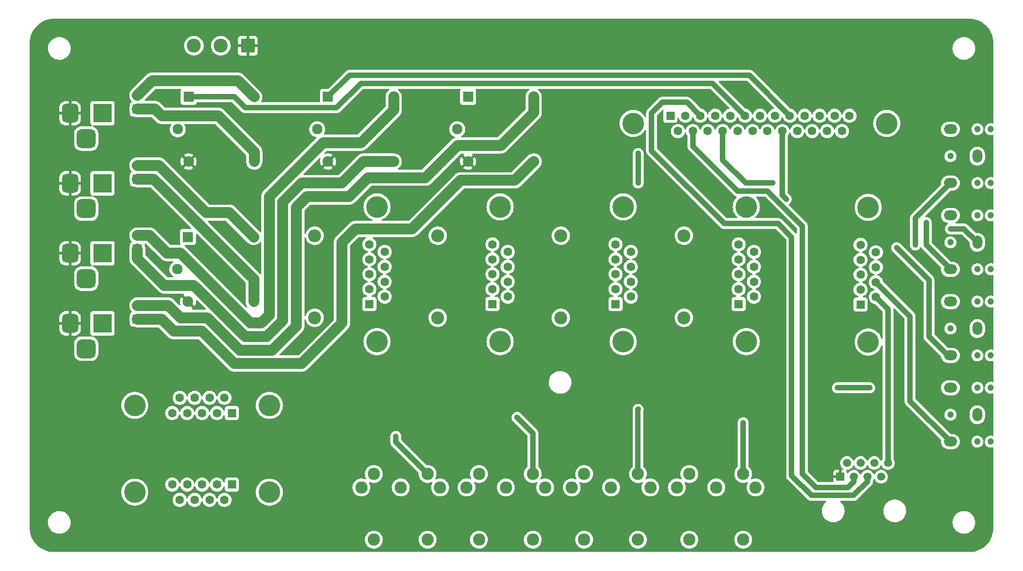
<source format=gtl>
%TF.GenerationSoftware,KiCad,Pcbnew,(6.0.0-rc1-172-gb8b8c0d34c)*%
%TF.CreationDate,2021-12-06T15:46:35-06:00*%
%TF.ProjectId,Input Board,496e7075-7420-4426-9f61-72642e6b6963,A*%
%TF.SameCoordinates,Original*%
%TF.FileFunction,Copper,L1,Top*%
%TF.FilePolarity,Positive*%
%FSLAX46Y46*%
G04 Gerber Fmt 4.6, Leading zero omitted, Abs format (unit mm)*
G04 Created by KiCad (PCBNEW (6.0.0-rc1-172-gb8b8c0d34c)) date 2021-12-06 15:46:35*
%MOMM*%
%LPD*%
G01*
G04 APERTURE LIST*
G04 Aperture macros list*
%AMRoundRect*
0 Rectangle with rounded corners*
0 $1 Rounding radius*
0 $2 $3 $4 $5 $6 $7 $8 $9 X,Y pos of 4 corners*
0 Add a 4 corners polygon primitive as box body*
4,1,4,$2,$3,$4,$5,$6,$7,$8,$9,$2,$3,0*
0 Add four circle primitives for the rounded corners*
1,1,$1+$1,$2,$3*
1,1,$1+$1,$4,$5*
1,1,$1+$1,$6,$7*
1,1,$1+$1,$8,$9*
0 Add four rect primitives between the rounded corners*
20,1,$1+$1,$2,$3,$4,$5,0*
20,1,$1+$1,$4,$5,$6,$7,0*
20,1,$1+$1,$6,$7,$8,$9,0*
20,1,$1+$1,$8,$9,$2,$3,0*%
G04 Aperture macros list end*
%TA.AperFunction,ComponentPad*%
%ADD10R,1.700000X1.700000*%
%TD*%
%TA.AperFunction,ComponentPad*%
%ADD11O,1.700000X1.700000*%
%TD*%
%TA.AperFunction,ComponentPad*%
%ADD12RoundRect,0.875000X-0.875000X-0.875000X0.875000X-0.875000X0.875000X0.875000X-0.875000X0.875000X0*%
%TD*%
%TA.AperFunction,ComponentPad*%
%ADD13RoundRect,0.750000X-0.750000X-1.000000X0.750000X-1.000000X0.750000X1.000000X-0.750000X1.000000X0*%
%TD*%
%TA.AperFunction,ComponentPad*%
%ADD14R,3.500000X3.500000*%
%TD*%
%TA.AperFunction,WasherPad*%
%ADD15C,1.200000*%
%TD*%
%TA.AperFunction,ComponentPad*%
%ADD16O,2.500000X1.800000*%
%TD*%
%TA.AperFunction,ComponentPad*%
%ADD17O,1.800000X2.500000*%
%TD*%
%TA.AperFunction,ComponentPad*%
%ADD18C,4.000000*%
%TD*%
%TA.AperFunction,ComponentPad*%
%ADD19R,1.600000X1.600000*%
%TD*%
%TA.AperFunction,ComponentPad*%
%ADD20C,1.600000*%
%TD*%
%TA.AperFunction,ComponentPad*%
%ADD21R,1.980000X1.980000*%
%TD*%
%TA.AperFunction,ComponentPad*%
%ADD22C,1.980000*%
%TD*%
%TA.AperFunction,ComponentPad*%
%ADD23C,1.935000*%
%TD*%
%TA.AperFunction,ComponentPad*%
%ADD24R,2.600000X2.600000*%
%TD*%
%TA.AperFunction,ComponentPad*%
%ADD25C,2.600000*%
%TD*%
%TA.AperFunction,ComponentPad*%
%ADD26C,2.400000*%
%TD*%
%TA.AperFunction,ComponentPad*%
%ADD27O,2.400000X2.400000*%
%TD*%
%TA.AperFunction,ComponentPad*%
%ADD28C,2.286000*%
%TD*%
%TA.AperFunction,ComponentPad*%
%ADD29R,1.500000X1.500000*%
%TD*%
%TA.AperFunction,ComponentPad*%
%ADD30C,1.500000*%
%TD*%
%TA.AperFunction,ViaPad*%
%ADD31C,1.000000*%
%TD*%
%TA.AperFunction,Conductor*%
%ADD32C,0.500000*%
%TD*%
%TA.AperFunction,Conductor*%
%ADD33C,1.000000*%
%TD*%
%TA.AperFunction,Conductor*%
%ADD34C,2.000000*%
%TD*%
%TA.AperFunction,Conductor*%
%ADD35C,0.250000*%
%TD*%
G04 APERTURE END LIST*
D10*
%TO.P,J5,1,Pin_1*%
%TO.N,Net-(J5-Pad1)*%
X70500000Y-80275000D03*
D11*
%TO.P,J5,2,Pin_2*%
%TO.N,Net-(J5-Pad2)*%
X70500000Y-77735000D03*
%TD*%
D12*
%TO.P,J8,3*%
%TO.N,N/C*%
X61000000Y-72742500D03*
D13*
%TO.P,J8,2*%
%TO.N,GND*%
X58000000Y-68042500D03*
D14*
%TO.P,J8,1*%
%TO.N,Net-(J4-Pad1)*%
X64000000Y-68042500D03*
%TD*%
D15*
%TO.P,J18,*%
%TO.N,*%
X226500000Y-119000000D03*
X221500000Y-124000000D03*
X229000000Y-129000000D03*
X229000000Y-119000000D03*
X226500000Y-129000000D03*
D16*
%TO.P,J18,R*%
%TO.N,/PROBE_DETECT*%
X221500000Y-129000000D03*
D17*
%TO.P,J18,S*%
%TO.N,/ACC_GND*%
X226500000Y-124000000D03*
D16*
%TO.P,J18,T*%
%TO.N,/PROBE_TRIGGER*%
X221500000Y-119000000D03*
%TD*%
D10*
%TO.P,J4,1,Pin_1*%
%TO.N,Net-(J4-Pad1)*%
X70500000Y-67275000D03*
D11*
%TO.P,J4,2,Pin_2*%
%TO.N,Net-(J4-Pad2)*%
X70500000Y-64735000D03*
%TD*%
D18*
%TO.P,J14,0*%
%TO.N,N/C*%
X70010000Y-138389669D03*
X95010000Y-138389669D03*
D19*
%TO.P,J14,1,1*%
%TO.N,Net-(J12-Pad1)*%
X88050000Y-136969669D03*
D20*
%TO.P,J14,2,2*%
%TO.N,Net-(J12-Pad2)*%
X85280000Y-136969669D03*
%TO.P,J14,3,3*%
%TO.N,Net-(J12-Pad3)*%
X82510000Y-136969669D03*
%TO.P,J14,4,4*%
%TO.N,Net-(J12-Pad4)*%
X79740000Y-136969669D03*
%TO.P,J14,5,5*%
%TO.N,Net-(J12-Pad5)*%
X76970000Y-136969669D03*
%TO.P,J14,6,6*%
%TO.N,Net-(J12-Pad6)*%
X86665000Y-139809669D03*
%TO.P,J14,7,7*%
%TO.N,Net-(J12-Pad7)*%
X83895000Y-139809669D03*
%TO.P,J14,8,8*%
%TO.N,Net-(J12-Pad8)*%
X81125000Y-139809669D03*
%TO.P,J14,9,9*%
%TO.N,Net-(J12-Pad9)*%
X78355000Y-139809669D03*
%TD*%
D10*
%TO.P,J7,1,Pin_1*%
%TO.N,Net-(J11-Pad1)*%
X70500000Y-106275000D03*
D11*
%TO.P,J7,2,Pin_2*%
%TO.N,Net-(J7-Pad2)*%
X70500000Y-103735000D03*
%TD*%
D14*
%TO.P,J11,1*%
%TO.N,Net-(J11-Pad1)*%
X64000000Y-107042500D03*
D13*
%TO.P,J11,2*%
%TO.N,GND*%
X58000000Y-107042500D03*
D12*
%TO.P,J11,3*%
%TO.N,N/C*%
X61000000Y-111742500D03*
%TD*%
D21*
%TO.P,K3,A1*%
%TO.N,Net-(J1-Pad9)*%
X105900000Y-65000000D03*
D22*
%TO.P,K3,A2*%
%TO.N,GND*%
X105900000Y-77000000D03*
D23*
%TO.P,K3,COM*%
%TO.N,24V*%
X103900000Y-71000000D03*
D22*
%TO.P,K3,NC*%
%TO.N,Net-(J6-Pad2)*%
X118100000Y-65000000D03*
%TO.P,K3,NO*%
%TO.N,Net-(J10-Pad1)*%
X118100000Y-77000000D03*
%TD*%
D14*
%TO.P,J9,1*%
%TO.N,Net-(J5-Pad1)*%
X64000000Y-81042500D03*
D13*
%TO.P,J9,2*%
%TO.N,GND*%
X58000000Y-81042500D03*
D12*
%TO.P,J9,3*%
%TO.N,N/C*%
X61000000Y-85742500D03*
%TD*%
D24*
%TO.P,J2,1,Pin_1*%
%TO.N,GND*%
X91000000Y-55500000D03*
D25*
%TO.P,J2,2,Pin_2*%
%TO.N,5V*%
X86000000Y-55500000D03*
%TO.P,J2,3,Pin_3*%
%TO.N,24V*%
X81000000Y-55500000D03*
%TD*%
D26*
%TO.P,R2,1*%
%TO.N,Net-(J20-Pad1)*%
X126280000Y-106000000D03*
D27*
%TO.P,R2,2*%
%TO.N,Net-(J20-Pad5)*%
X126280000Y-90760000D03*
%TD*%
D10*
%TO.P,J6,1,Pin_1*%
%TO.N,Net-(J10-Pad1)*%
X70500000Y-93275000D03*
D11*
%TO.P,J6,2,Pin_2*%
%TO.N,Net-(J6-Pad2)*%
X70500000Y-90735000D03*
%TD*%
D26*
%TO.P,R1,1*%
%TO.N,Net-(J19-Pad1)*%
X103420000Y-106000000D03*
D27*
%TO.P,R1,2*%
%TO.N,Net-(J19-Pad5)*%
X103420000Y-90760000D03*
%TD*%
D22*
%TO.P,K1,NO*%
%TO.N,Net-(J4-Pad1)*%
X92200000Y-77000000D03*
%TO.P,K1,NC*%
%TO.N,Net-(J4-Pad2)*%
X92200000Y-65000000D03*
D23*
%TO.P,K1,COM*%
%TO.N,24V*%
X78000000Y-71000000D03*
D22*
%TO.P,K1,A2*%
%TO.N,GND*%
X80000000Y-77000000D03*
D21*
%TO.P,K1,A1*%
%TO.N,Net-(J1-Pad6)*%
X80000000Y-65000000D03*
%TD*%
D15*
%TO.P,J16,*%
%TO.N,*%
X226500000Y-97000000D03*
X226500000Y-87000000D03*
X229000000Y-97000000D03*
X221500000Y-92000000D03*
X229000000Y-87000000D03*
D16*
%TO.P,J16,R*%
%TO.N,/Y_LIMIT*%
X221500000Y-97000000D03*
D17*
%TO.P,J16,S*%
%TO.N,/ACC_GND*%
X226500000Y-92000000D03*
D16*
%TO.P,J16,T*%
%TO.N,/ACC_24V*%
X221500000Y-87000000D03*
%TD*%
D28*
%TO.P,J23,1*%
%TO.N,Net-(J19-Pad9)*%
X126705631Y-137500660D03*
%TO.P,J23,2*%
%TO.N,Net-(J19-Pad8)*%
X119405671Y-137500660D03*
%TO.P,J23,3*%
%TO.N,unconnected-(J23-Pad3)*%
X112105711Y-137500660D03*
%TO.P,J23,4*%
%TO.N,Net-(J19-Pad7)*%
X124404391Y-135001300D03*
%TO.P,J23,5*%
%TO.N,Net-(J19-Pad6)*%
X114406951Y-135001300D03*
%TO.P,J23,6*%
%TO.N,N/C*%
X114406951Y-147200920D03*
%TO.P,J23,7*%
X124404391Y-147200920D03*
%TD*%
%TO.P,J25,1*%
%TO.N,Net-(J21-Pad9)*%
X165768517Y-137500660D03*
%TO.P,J25,2*%
%TO.N,Net-(J21-Pad8)*%
X158468557Y-137500660D03*
%TO.P,J25,3*%
%TO.N,unconnected-(J25-Pad3)*%
X151168597Y-137500660D03*
%TO.P,J25,4*%
%TO.N,Net-(J21-Pad7)*%
X163467277Y-135001300D03*
%TO.P,J25,5*%
%TO.N,Net-(J21-Pad6)*%
X153469837Y-135001300D03*
%TO.P,J25,6*%
%TO.N,N/C*%
X153469837Y-147200920D03*
%TO.P,J25,7*%
X163467277Y-147200920D03*
%TD*%
D21*
%TO.P,K2,A1*%
%TO.N,Net-(J1-Pad20)*%
X79900000Y-91000000D03*
D22*
%TO.P,K2,A2*%
%TO.N,GND*%
X79900000Y-103000000D03*
D23*
%TO.P,K2,COM*%
%TO.N,24V*%
X77900000Y-97000000D03*
D22*
%TO.P,K2,NC*%
%TO.N,Net-(J5-Pad2)*%
X92100000Y-91000000D03*
%TO.P,K2,NO*%
%TO.N,Net-(J5-Pad1)*%
X92100000Y-103000000D03*
%TD*%
D16*
%TO.P,J15,T*%
%TO.N,/ACC_24V*%
X221500000Y-103000000D03*
D17*
%TO.P,J15,S*%
%TO.N,/ACC_GND*%
X226500000Y-108000000D03*
D16*
%TO.P,J15,R*%
%TO.N,/X_LIMIT*%
X221500000Y-113000000D03*
D15*
%TO.P,J15,*%
%TO.N,*%
X221500000Y-108000000D03*
X226500000Y-103000000D03*
X229000000Y-113000000D03*
X229000000Y-103000000D03*
X226500000Y-113000000D03*
%TD*%
%TO.P,J17,*%
%TO.N,*%
X229000000Y-71000000D03*
X229000000Y-81000000D03*
X221500000Y-76000000D03*
X226500000Y-81000000D03*
X226500000Y-71000000D03*
D16*
%TO.P,J17,R*%
%TO.N,/Z_LIMIT*%
X221500000Y-81000000D03*
D17*
%TO.P,J17,S*%
%TO.N,/ACC_GND*%
X226500000Y-76000000D03*
D16*
%TO.P,J17,T*%
%TO.N,/ACC_24V*%
X221500000Y-71000000D03*
%TD*%
D14*
%TO.P,J10,1*%
%TO.N,Net-(J10-Pad1)*%
X64000000Y-94042500D03*
D13*
%TO.P,J10,2*%
%TO.N,GND*%
X58000000Y-94042500D03*
D12*
%TO.P,J10,3*%
%TO.N,N/C*%
X61000000Y-98742500D03*
%TD*%
D29*
%TO.P,J3,1*%
%TO.N,GND*%
X201000000Y-135500000D03*
D30*
%TO.P,J3,2*%
%TO.N,5V*%
X202270000Y-132960000D03*
%TO.P,J3,3*%
%TO.N,FWD_REV_COM*%
X203540000Y-135500000D03*
%TO.P,J3,4*%
%TO.N,REV*%
X204810000Y-132960000D03*
%TO.P,J3,5*%
%TO.N,FWD*%
X206080000Y-135500000D03*
%TO.P,J3,6*%
%TO.N,24V*%
X207350000Y-132960000D03*
%TO.P,J3,7*%
%TO.N,SPINDLE_COM*%
X208620000Y-135500000D03*
%TO.P,J3,8*%
%TO.N,SPINDLE_0_10V*%
X209890000Y-132960000D03*
%TD*%
D26*
%TO.P,R4,1*%
%TO.N,Net-(J22-Pad1)*%
X172000000Y-106000000D03*
D27*
%TO.P,R4,2*%
%TO.N,Net-(J22-Pad5)*%
X172000000Y-90760000D03*
%TD*%
D28*
%TO.P,J24,1*%
%TO.N,Net-(J20-Pad9)*%
X146237074Y-137500660D03*
%TO.P,J24,2*%
%TO.N,Net-(J20-Pad8)*%
X138937114Y-137500660D03*
%TO.P,J24,3*%
%TO.N,unconnected-(J24-Pad3)*%
X131637154Y-137500660D03*
%TO.P,J24,4*%
%TO.N,Net-(J20-Pad7)*%
X143935834Y-135001300D03*
%TO.P,J24,5*%
%TO.N,Net-(J20-Pad6)*%
X133938394Y-135001300D03*
%TO.P,J24,6*%
%TO.N,N/C*%
X133938394Y-147200920D03*
%TO.P,J24,7*%
X143935834Y-147200920D03*
%TD*%
D26*
%TO.P,R3,1*%
%TO.N,Net-(J21-Pad1)*%
X149140000Y-106000000D03*
D27*
%TO.P,R3,2*%
%TO.N,Net-(J21-Pad5)*%
X149140000Y-90760000D03*
%TD*%
D28*
%TO.P,J26,1*%
%TO.N,Net-(J22-Pad9)*%
X185299960Y-137500660D03*
%TO.P,J26,2*%
%TO.N,Net-(J22-Pad8)*%
X178000000Y-137500660D03*
%TO.P,J26,3*%
%TO.N,unconnected-(J26-Pad3)*%
X170700040Y-137500660D03*
%TO.P,J26,4*%
%TO.N,Net-(J22-Pad7)*%
X182998720Y-135001300D03*
%TO.P,J26,5*%
%TO.N,Net-(J22-Pad6)*%
X173001280Y-135001300D03*
%TO.P,J26,6*%
%TO.N,N/C*%
X173001280Y-147200920D03*
%TO.P,J26,7*%
X182998720Y-147200920D03*
%TD*%
D21*
%TO.P,K4,A1*%
%TO.N,Net-(J1-Pad23)*%
X131900000Y-65000000D03*
D22*
%TO.P,K4,A2*%
%TO.N,GND*%
X131900000Y-77000000D03*
D23*
%TO.P,K4,COM*%
%TO.N,24V*%
X129900000Y-71000000D03*
D22*
%TO.P,K4,NC*%
%TO.N,Net-(J7-Pad2)*%
X144100000Y-65000000D03*
%TO.P,K4,NO*%
%TO.N,Net-(J11-Pad1)*%
X144100000Y-77000000D03*
%TD*%
D18*
%TO.P,J22,0*%
%TO.N,N/C*%
X183580000Y-85420000D03*
X183580000Y-110420000D03*
D19*
%TO.P,J22,1,1*%
%TO.N,Net-(J22-Pad1)*%
X182160000Y-103460000D03*
D20*
%TO.P,J22,2,2*%
%TO.N,unconnected-(J22-Pad2)*%
X182160000Y-100690000D03*
%TO.P,J22,3,3*%
%TO.N,unconnected-(J22-Pad3)*%
X182160000Y-97920000D03*
%TO.P,J22,4,4*%
%TO.N,unconnected-(J22-Pad4)*%
X182160000Y-95150000D03*
%TO.P,J22,5,5*%
%TO.N,Net-(J22-Pad5)*%
X182160000Y-92380000D03*
%TO.P,J22,6,6*%
%TO.N,Net-(J22-Pad6)*%
X185000000Y-102075000D03*
%TO.P,J22,7,7*%
%TO.N,Net-(J22-Pad7)*%
X185000000Y-99305000D03*
%TO.P,J22,8,8*%
%TO.N,Net-(J22-Pad8)*%
X185000000Y-96535000D03*
%TO.P,J22,9,9*%
%TO.N,Net-(J22-Pad9)*%
X185000000Y-93765000D03*
%TD*%
D18*
%TO.P,J1,0*%
%TO.N,N/C*%
X162570000Y-69920000D03*
X209670000Y-69920000D03*
D19*
%TO.P,J1,1,1*%
%TO.N,unconnected-(J1-Pad1)*%
X169500000Y-68500000D03*
D20*
%TO.P,J1,2,2*%
%TO.N,unconnected-(J1-Pad2)*%
X172270000Y-68500000D03*
%TO.P,J1,3,3*%
%TO.N,FWD*%
X175040000Y-68500000D03*
%TO.P,J1,4,4*%
%TO.N,FWD_REV_COM*%
X177810000Y-68500000D03*
%TO.P,J1,5,5*%
%TO.N,unconnected-(J1-Pad5)*%
X180580000Y-68500000D03*
%TO.P,J1,6,6*%
%TO.N,Net-(J1-Pad6)*%
X183350000Y-68500000D03*
%TO.P,J1,7,7*%
%TO.N,5V*%
X186120000Y-68500000D03*
%TO.P,J1,8,8*%
%TO.N,unconnected-(J1-Pad8)*%
X188890000Y-68500000D03*
%TO.P,J1,9,9*%
%TO.N,Net-(J1-Pad9)*%
X191660000Y-68500000D03*
%TO.P,J1,10,10*%
%TO.N,5V*%
X194430000Y-68500000D03*
%TO.P,J1,11,11*%
%TO.N,unconnected-(J1-Pad11)*%
X197200000Y-68500000D03*
%TO.P,J1,12,12*%
%TO.N,unconnected-(J1-Pad12)*%
X199970000Y-68500000D03*
%TO.P,J1,13,13*%
%TO.N,unconnected-(J1-Pad13)*%
X202740000Y-68500000D03*
%TO.P,J1,14,P14*%
%TO.N,unconnected-(J1-Pad14)*%
X170885000Y-71340000D03*
%TO.P,J1,15,P15*%
%TO.N,FWD_REV_COM*%
X173655000Y-71340000D03*
%TO.P,J1,16,P16*%
%TO.N,unconnected-(J1-Pad16)*%
X176425000Y-71340000D03*
%TO.P,J1,17,P17*%
%TO.N,REV*%
X179195000Y-71340000D03*
%TO.P,J1,18,P18*%
%TO.N,5V*%
X181965000Y-71340000D03*
%TO.P,J1,19,P19*%
%TO.N,unconnected-(J1-Pad19)*%
X184735000Y-71340000D03*
%TO.P,J1,20,P20*%
%TO.N,Net-(J1-Pad20)*%
X187505000Y-71340000D03*
%TO.P,J1,21,P21*%
%TO.N,5V*%
X190275000Y-71340000D03*
%TO.P,J1,22,P22*%
%TO.N,unconnected-(J1-Pad22)*%
X193045000Y-71340000D03*
%TO.P,J1,23,P23*%
%TO.N,Net-(J1-Pad23)*%
X195815000Y-71340000D03*
%TO.P,J1,24,P24*%
%TO.N,unconnected-(J1-Pad24)*%
X198585000Y-71340000D03*
%TO.P,J1,25,P25*%
%TO.N,unconnected-(J1-Pad25)*%
X201355000Y-71340000D03*
%TD*%
D18*
%TO.P,J13,0*%
%TO.N,N/C*%
X206229669Y-110510000D03*
X206229669Y-85510000D03*
D19*
%TO.P,J13,1,1*%
%TO.N,/ACC_24V*%
X204809669Y-103550000D03*
D20*
%TO.P,J13,2,2*%
%TO.N,SPINDLE_COM*%
X204809669Y-100780000D03*
%TO.P,J13,3,3*%
%TO.N,/PROBE_TRIGGER*%
X204809669Y-98010000D03*
%TO.P,J13,4,4*%
%TO.N,/Y_LIMIT*%
X204809669Y-95240000D03*
%TO.P,J13,5,5*%
%TO.N,/ACC_GND*%
X204809669Y-92470000D03*
%TO.P,J13,6,6*%
%TO.N,SPINDLE_0_10V*%
X207649669Y-102165000D03*
%TO.P,J13,7,7*%
%TO.N,/PROBE_DETECT*%
X207649669Y-99395000D03*
%TO.P,J13,8,8*%
%TO.N,/Z_LIMIT*%
X207649669Y-96625000D03*
%TO.P,J13,9,9*%
%TO.N,/X_LIMIT*%
X207649669Y-93855000D03*
%TD*%
D18*
%TO.P,J12,0*%
%TO.N,N/C*%
X70010000Y-122270331D03*
X95010000Y-122270331D03*
D19*
%TO.P,J12,1,1*%
%TO.N,Net-(J12-Pad1)*%
X88050000Y-123690331D03*
D20*
%TO.P,J12,2,2*%
%TO.N,Net-(J12-Pad2)*%
X85280000Y-123690331D03*
%TO.P,J12,3,3*%
%TO.N,Net-(J12-Pad3)*%
X82510000Y-123690331D03*
%TO.P,J12,4,4*%
%TO.N,Net-(J12-Pad4)*%
X79740000Y-123690331D03*
%TO.P,J12,5,5*%
%TO.N,Net-(J12-Pad5)*%
X76970000Y-123690331D03*
%TO.P,J12,6,6*%
%TO.N,Net-(J12-Pad6)*%
X86665000Y-120850331D03*
%TO.P,J12,7,7*%
%TO.N,Net-(J12-Pad7)*%
X83895000Y-120850331D03*
%TO.P,J12,8,8*%
%TO.N,Net-(J12-Pad8)*%
X81125000Y-120850331D03*
%TO.P,J12,9,9*%
%TO.N,Net-(J12-Pad9)*%
X78355000Y-120850331D03*
%TD*%
D18*
%TO.P,J21,0*%
%TO.N,N/C*%
X160720000Y-85420000D03*
X160720000Y-110420000D03*
D19*
%TO.P,J21,1,1*%
%TO.N,Net-(J21-Pad1)*%
X159300000Y-103460000D03*
D20*
%TO.P,J21,2,2*%
%TO.N,unconnected-(J21-Pad2)*%
X159300000Y-100690000D03*
%TO.P,J21,3,3*%
%TO.N,unconnected-(J21-Pad3)*%
X159300000Y-97920000D03*
%TO.P,J21,4,4*%
%TO.N,unconnected-(J21-Pad4)*%
X159300000Y-95150000D03*
%TO.P,J21,5,5*%
%TO.N,Net-(J21-Pad5)*%
X159300000Y-92380000D03*
%TO.P,J21,6,6*%
%TO.N,Net-(J21-Pad6)*%
X162140000Y-102075000D03*
%TO.P,J21,7,7*%
%TO.N,Net-(J21-Pad7)*%
X162140000Y-99305000D03*
%TO.P,J21,8,8*%
%TO.N,Net-(J21-Pad8)*%
X162140000Y-96535000D03*
%TO.P,J21,9,9*%
%TO.N,Net-(J21-Pad9)*%
X162140000Y-93765000D03*
%TD*%
D18*
%TO.P,J20,0*%
%TO.N,N/C*%
X137860000Y-110420000D03*
X137860000Y-85420000D03*
D19*
%TO.P,J20,1,1*%
%TO.N,Net-(J20-Pad1)*%
X136440000Y-103460000D03*
D20*
%TO.P,J20,2,2*%
%TO.N,unconnected-(J20-Pad2)*%
X136440000Y-100690000D03*
%TO.P,J20,3,3*%
%TO.N,unconnected-(J20-Pad3)*%
X136440000Y-97920000D03*
%TO.P,J20,4,4*%
%TO.N,unconnected-(J20-Pad4)*%
X136440000Y-95150000D03*
%TO.P,J20,5,5*%
%TO.N,Net-(J20-Pad5)*%
X136440000Y-92380000D03*
%TO.P,J20,6,6*%
%TO.N,Net-(J20-Pad6)*%
X139280000Y-102075000D03*
%TO.P,J20,7,7*%
%TO.N,Net-(J20-Pad7)*%
X139280000Y-99305000D03*
%TO.P,J20,8,8*%
%TO.N,Net-(J20-Pad8)*%
X139280000Y-96535000D03*
%TO.P,J20,9,9*%
%TO.N,Net-(J20-Pad9)*%
X139280000Y-93765000D03*
%TD*%
D18*
%TO.P,J19,0*%
%TO.N,N/C*%
X115000000Y-110420000D03*
X115000000Y-85420000D03*
D19*
%TO.P,J19,1,1*%
%TO.N,Net-(J19-Pad1)*%
X113580000Y-103460000D03*
D20*
%TO.P,J19,2,2*%
%TO.N,unconnected-(J19-Pad2)*%
X113580000Y-100690000D03*
%TO.P,J19,3,3*%
%TO.N,unconnected-(J19-Pad3)*%
X113580000Y-97920000D03*
%TO.P,J19,4,4*%
%TO.N,unconnected-(J19-Pad4)*%
X113580000Y-95150000D03*
%TO.P,J19,5,5*%
%TO.N,Net-(J19-Pad5)*%
X113580000Y-92380000D03*
%TO.P,J19,6,6*%
%TO.N,Net-(J19-Pad6)*%
X116420000Y-102075000D03*
%TO.P,J19,7,7*%
%TO.N,Net-(J19-Pad7)*%
X116420000Y-99305000D03*
%TO.P,J19,8,8*%
%TO.N,Net-(J19-Pad8)*%
X116420000Y-96535000D03*
%TO.P,J19,9,9*%
%TO.N,Net-(J19-Pad9)*%
X116420000Y-93765000D03*
%TD*%
D31*
%TO.N,GND*%
X85500000Y-77000000D03*
X105500000Y-87500000D03*
X145000000Y-55000000D03*
X201000000Y-96500000D03*
X219000000Y-100000000D03*
X219000000Y-116000000D03*
X74000000Y-95500000D03*
X104500000Y-143000000D03*
X125000000Y-55000000D03*
X183500000Y-64500000D03*
X187500000Y-86000000D03*
X84000000Y-95500000D03*
X88500000Y-91500000D03*
X91000000Y-84500000D03*
X151000000Y-77000000D03*
X178000000Y-142500000D03*
X139000000Y-142500000D03*
X115000000Y-116500000D03*
X127500000Y-120000000D03*
X137500000Y-120000000D03*
X158500000Y-120000000D03*
X179500000Y-120000000D03*
X172000000Y-86000000D03*
X149000000Y-86000000D03*
X218500000Y-62500000D03*
X219000000Y-136500000D03*
X206500000Y-115500000D03*
X206000000Y-80000000D03*
X65000000Y-56000000D03*
X105000000Y-55000000D03*
X58000000Y-134000000D03*
X104000000Y-122000000D03*
%TO.N,Net-(J1-Pad20)*%
X163500000Y-75500000D03*
X163500000Y-81000000D03*
%TO.N,Net-(J21-Pad7)*%
X163500000Y-123000000D03*
%TO.N,Net-(J22-Pad7)*%
X183000000Y-125500000D03*
%TO.N,REV*%
X188500000Y-81000000D03*
%TO.N,5V*%
X191000000Y-84000000D03*
%TO.N,/PROBE_TRIGGER*%
X206500000Y-119000000D03*
X200500000Y-119000000D03*
%TO.N,/X_LIMIT*%
X211500000Y-93000000D03*
%TO.N,/Z_LIMIT*%
X215000000Y-92500000D03*
%TO.N,/Y_LIMIT*%
X217000000Y-88300480D03*
%TO.N,/ACC_GND*%
X221500000Y-89500000D03*
%TO.N,Net-(J20-Pad7)*%
X141000000Y-124500000D03*
%TO.N,Net-(J19-Pad7)*%
X118500000Y-128000000D03*
%TD*%
D32*
%TO.N,5V*%
X186250000Y-68500000D02*
X186120000Y-68500000D01*
D33*
%TO.N,FWD*%
X175040000Y-68500000D02*
X172540000Y-66000000D01*
X172540000Y-66000000D02*
X168000000Y-66000000D01*
X168000000Y-66000000D02*
X166000000Y-68000000D01*
X166000000Y-68000000D02*
X166000000Y-75000000D01*
X166000000Y-75000000D02*
X179500000Y-88500000D01*
X189500000Y-88500000D02*
X192000000Y-91000000D01*
X179500000Y-88500000D02*
X189500000Y-88500000D01*
X192000000Y-91000000D02*
X192000000Y-135348188D01*
X192000000Y-135348188D02*
X195651812Y-139000000D01*
X203500000Y-139000000D02*
X206080000Y-136420000D01*
X195651812Y-139000000D02*
X203500000Y-139000000D01*
X206080000Y-136420000D02*
X206080000Y-135500000D01*
%TO.N,FWD_REV_COM*%
X182000000Y-82500000D02*
X187500000Y-82500000D01*
X187500000Y-82500000D02*
X194000000Y-89000000D01*
X173655000Y-74155000D02*
X182000000Y-82500000D01*
X173655000Y-71340000D02*
X173655000Y-74155000D01*
X194000000Y-89000000D02*
X194000000Y-135000000D01*
X194000000Y-135000000D02*
X196500000Y-137500000D01*
X196500000Y-137500000D02*
X202500000Y-137500000D01*
X202500000Y-137500000D02*
X203540000Y-136460000D01*
X203540000Y-136460000D02*
X203540000Y-135500000D01*
D34*
%TO.N,Net-(J11-Pad1)*%
X70500000Y-106275000D02*
X75025000Y-106275000D01*
X75025000Y-106275000D02*
X77250000Y-108500000D01*
X88500000Y-114500000D02*
X101000000Y-114500000D01*
X130500000Y-80500000D02*
X140600000Y-80500000D01*
X82500000Y-108500000D02*
X88500000Y-114500000D01*
X77250000Y-108500000D02*
X82500000Y-108500000D01*
X108500000Y-107000000D02*
X108500000Y-92000000D01*
X101000000Y-114500000D02*
X108500000Y-107000000D01*
X140600000Y-80500000D02*
X144100000Y-77000000D01*
X108500000Y-92000000D02*
X111000000Y-89500000D01*
X111000000Y-89500000D02*
X121500000Y-89500000D01*
X121500000Y-89500000D02*
X130500000Y-80500000D01*
%TO.N,Net-(J7-Pad2)*%
X70500000Y-103735000D02*
X76235000Y-103735000D01*
X76235000Y-103735000D02*
X78500000Y-106000000D01*
X78500000Y-106000000D02*
X83500000Y-106000000D01*
X144100000Y-67900000D02*
X144100000Y-65000000D01*
X83500000Y-106000000D02*
X89500000Y-112000000D01*
X102000000Y-83500000D02*
X109805296Y-83500000D01*
X100000000Y-107555296D02*
X100000000Y-85500000D01*
X113305296Y-80000000D02*
X124000000Y-80000000D01*
X95555296Y-112000000D02*
X100000000Y-107555296D01*
X89500000Y-112000000D02*
X95555296Y-112000000D01*
X100000000Y-85500000D02*
X102000000Y-83500000D01*
X109805296Y-83500000D02*
X113305296Y-80000000D01*
X124000000Y-80000000D02*
X130000000Y-74000000D01*
X130000000Y-74000000D02*
X138000000Y-74000000D01*
X138000000Y-74000000D02*
X144100000Y-67900000D01*
%TO.N,Net-(J10-Pad1)*%
X70500000Y-93275000D02*
X70500000Y-95000000D01*
X70500000Y-95000000D02*
X75500000Y-100000000D01*
X75500000Y-100000000D02*
X81000000Y-100000000D01*
X81000000Y-100000000D02*
X90500000Y-109500000D01*
X90500000Y-109500000D02*
X94500000Y-109500000D01*
X94500000Y-109500000D02*
X97500000Y-106500000D01*
X97500000Y-106500000D02*
X97500000Y-84500000D01*
X97500000Y-84500000D02*
X101000000Y-81000000D01*
X101000000Y-81000000D02*
X108500000Y-81000000D01*
X108500000Y-81000000D02*
X112500000Y-77000000D01*
X112500000Y-77000000D02*
X118100000Y-77000000D01*
%TO.N,Net-(J4-Pad1)*%
X70500000Y-67275000D02*
X73775000Y-67275000D01*
X73775000Y-67275000D02*
X75000000Y-68500000D01*
X75000000Y-68500000D02*
X85500000Y-68500000D01*
X85500000Y-68500000D02*
X92200000Y-75200000D01*
X92200000Y-75200000D02*
X92200000Y-77000000D01*
%TO.N,Net-(J6-Pad2)*%
X118100000Y-65000000D02*
X118100000Y-67400000D01*
X95000000Y-83500000D02*
X95000000Y-105500000D01*
X91500000Y-107000000D02*
X78500000Y-94000000D01*
X118100000Y-67400000D02*
X112000000Y-73500000D01*
X78500000Y-94000000D02*
X76000000Y-94000000D01*
X112000000Y-73500000D02*
X105000000Y-73500000D01*
X72735000Y-90735000D02*
X70500000Y-90735000D01*
X105000000Y-73500000D02*
X95000000Y-83500000D01*
X95000000Y-105500000D02*
X93500000Y-107000000D01*
X93500000Y-107000000D02*
X91500000Y-107000000D01*
X76000000Y-94000000D02*
X72735000Y-90735000D01*
D33*
%TO.N,Net-(J1-Pad6)*%
X80000000Y-65000000D02*
X88500000Y-65000000D01*
X90500000Y-67000000D02*
X107500000Y-67000000D01*
X107500000Y-67000000D02*
X112000000Y-62500000D01*
X88500000Y-65000000D02*
X90500000Y-67000000D01*
X112000000Y-62500000D02*
X177350000Y-62500000D01*
X177350000Y-62500000D02*
X183350000Y-68500000D01*
%TO.N,Net-(J1-Pad9)*%
X191660000Y-68500000D02*
X184160000Y-61000000D01*
X184160000Y-61000000D02*
X109900000Y-61000000D01*
X109900000Y-61000000D02*
X105900000Y-65000000D01*
%TO.N,Net-(J1-Pad20)*%
X163500000Y-75500000D02*
X163500000Y-81000000D01*
%TO.N,Net-(J21-Pad7)*%
X163467277Y-123032723D02*
X163467277Y-135001300D01*
X163500000Y-123000000D02*
X163467277Y-123032723D01*
%TO.N,Net-(J22-Pad7)*%
X183000000Y-135000020D02*
X182998720Y-135001300D01*
X183000000Y-125500000D02*
X183000000Y-135000020D01*
%TO.N,REV*%
X183500000Y-81000000D02*
X188500000Y-81000000D01*
X179195000Y-71340000D02*
X179195000Y-76695000D01*
X179195000Y-76695000D02*
X183500000Y-81000000D01*
%TO.N,5V*%
X191000000Y-84000000D02*
X190275000Y-83275000D01*
X190275000Y-83275000D02*
X190275000Y-71340000D01*
%TO.N,/PROBE_TRIGGER*%
X200500000Y-119000000D02*
X206500000Y-119000000D01*
%TO.N,/PROBE_DETECT*%
X207649669Y-99395000D02*
X214000000Y-105745331D01*
X214000000Y-105745331D02*
X214000000Y-121500000D01*
X214000000Y-121500000D02*
X221500000Y-129000000D01*
%TO.N,SPINDLE_0_10V*%
X207649669Y-102165000D02*
X209890000Y-104405331D01*
X209890000Y-104405331D02*
X209890000Y-132960000D01*
%TO.N,/X_LIMIT*%
X211500000Y-93000000D02*
X217500000Y-99000000D01*
X217500000Y-99000000D02*
X217500000Y-109500000D01*
X217500000Y-109500000D02*
X221000000Y-113000000D01*
X221000000Y-113000000D02*
X221500000Y-113000000D01*
%TO.N,/Z_LIMIT*%
X215000000Y-92500000D02*
X215000000Y-87500000D01*
X215000000Y-87500000D02*
X221500000Y-81000000D01*
%TO.N,/Y_LIMIT*%
X217000000Y-88300480D02*
X217000000Y-92500000D01*
X217000000Y-92500000D02*
X221500000Y-97000000D01*
%TO.N,/ACC_GND*%
X221500000Y-89500000D02*
X224000000Y-89500000D01*
X224000000Y-89500000D02*
X226500000Y-92000000D01*
D35*
%TO.N,5V*%
X185560000Y-68500000D02*
X186120000Y-68500000D01*
X189840000Y-71340000D02*
X190275000Y-71340000D01*
X190660000Y-71340000D02*
X190275000Y-71340000D01*
D33*
%TO.N,Net-(J20-Pad7)*%
X141000000Y-124500000D02*
X143935834Y-127435834D01*
X143935834Y-127435834D02*
X143935834Y-135001300D01*
%TO.N,Net-(J19-Pad7)*%
X118500000Y-128000000D02*
X118500000Y-129096909D01*
X118500000Y-129096909D02*
X124404391Y-135001300D01*
D34*
%TO.N,Net-(J5-Pad1)*%
X70500000Y-80275000D02*
X73554022Y-80275000D01*
X73554022Y-80275000D02*
X92100000Y-98820978D01*
X92100000Y-98820978D02*
X92100000Y-103000000D01*
%TO.N,Net-(J5-Pad2)*%
X70500000Y-77735000D02*
X74500000Y-77735000D01*
X74500000Y-77735000D02*
X83265000Y-86500000D01*
X83265000Y-86500000D02*
X87600000Y-86500000D01*
X87600000Y-86500000D02*
X92100000Y-91000000D01*
%TO.N,Net-(J4-Pad2)*%
X70500000Y-64735000D02*
X73235000Y-62000000D01*
X73235000Y-62000000D02*
X89200000Y-62000000D01*
X89200000Y-62000000D02*
X92200000Y-65000000D01*
%TD*%
%TA.AperFunction,Conductor*%
%TO.N,GND*%
G36*
X224970057Y-50509500D02*
G01*
X224984858Y-50511805D01*
X224984861Y-50511805D01*
X224993730Y-50513186D01*
X225014158Y-50510515D01*
X225035983Y-50509571D01*
X225386007Y-50524853D01*
X225396958Y-50525811D01*
X225774579Y-50575527D01*
X225785403Y-50577436D01*
X226157243Y-50659870D01*
X226167860Y-50662715D01*
X226531110Y-50777248D01*
X226541425Y-50781001D01*
X226893334Y-50926766D01*
X226903269Y-50931399D01*
X227241128Y-51107278D01*
X227250637Y-51112768D01*
X227571860Y-51317410D01*
X227580864Y-51323714D01*
X227883043Y-51555583D01*
X227891463Y-51562649D01*
X228172268Y-51819959D01*
X228180041Y-51827732D01*
X228437351Y-52108537D01*
X228444417Y-52116957D01*
X228676286Y-52419136D01*
X228682590Y-52428140D01*
X228887232Y-52749363D01*
X228892722Y-52758872D01*
X229068601Y-53096731D01*
X229073238Y-53106675D01*
X229218996Y-53458568D01*
X229222752Y-53468890D01*
X229332980Y-53818486D01*
X229337285Y-53832139D01*
X229340130Y-53842757D01*
X229422564Y-54214597D01*
X229424473Y-54225421D01*
X229474189Y-54603042D01*
X229475147Y-54613993D01*
X229490104Y-54956583D01*
X229488724Y-54981461D01*
X229486814Y-54993730D01*
X229488638Y-55007678D01*
X229490936Y-55025251D01*
X229492000Y-55041589D01*
X229492000Y-69816814D01*
X229471998Y-69884935D01*
X229418342Y-69931428D01*
X229348068Y-69941532D01*
X229327207Y-69935955D01*
X229327082Y-69936376D01*
X229321550Y-69934737D01*
X229316180Y-69932595D01*
X229116366Y-69892849D01*
X229110592Y-69892773D01*
X229110588Y-69892773D01*
X229007452Y-69891424D01*
X228912655Y-69890183D01*
X228906958Y-69891162D01*
X228906957Y-69891162D01*
X228717567Y-69923705D01*
X228711870Y-69924684D01*
X228520734Y-69995198D01*
X228515773Y-69998150D01*
X228515772Y-69998150D01*
X228406222Y-70063326D01*
X228345649Y-70099363D01*
X228192478Y-70233690D01*
X228188911Y-70238215D01*
X228188906Y-70238220D01*
X228139974Y-70300291D01*
X228066351Y-70393681D01*
X228063662Y-70398792D01*
X228063660Y-70398795D01*
X228022986Y-70476105D01*
X227971492Y-70573978D01*
X227958660Y-70615304D01*
X227915878Y-70753086D01*
X227911078Y-70768543D01*
X227887132Y-70970859D01*
X227900457Y-71174151D01*
X227950605Y-71371610D01*
X228035898Y-71556624D01*
X228153479Y-71722997D01*
X228157613Y-71727024D01*
X228287899Y-71853943D01*
X228299410Y-71865157D01*
X228304206Y-71868362D01*
X228304209Y-71868364D01*
X228433263Y-71954595D01*
X228468803Y-71978342D01*
X228474106Y-71980620D01*
X228474109Y-71980622D01*
X228621842Y-72044093D01*
X228655987Y-72058763D01*
X228728817Y-72075243D01*
X228849055Y-72102450D01*
X228849060Y-72102451D01*
X228854692Y-72103725D01*
X228860463Y-72103952D01*
X228860465Y-72103952D01*
X228923470Y-72106427D01*
X229058263Y-72111723D01*
X229259883Y-72082490D01*
X229325501Y-72060216D01*
X229396433Y-72057260D01*
X229457706Y-72093123D01*
X229489863Y-72156419D01*
X229492000Y-72179529D01*
X229492000Y-79816814D01*
X229471998Y-79884935D01*
X229418342Y-79931428D01*
X229348068Y-79941532D01*
X229327207Y-79935955D01*
X229327082Y-79936376D01*
X229321550Y-79934737D01*
X229316180Y-79932595D01*
X229116366Y-79892849D01*
X229110592Y-79892773D01*
X229110588Y-79892773D01*
X229007452Y-79891424D01*
X228912655Y-79890183D01*
X228906958Y-79891162D01*
X228906957Y-79891162D01*
X228843796Y-79902015D01*
X228711870Y-79924684D01*
X228520734Y-79995198D01*
X228515773Y-79998150D01*
X228515772Y-79998150D01*
X228405126Y-80063978D01*
X228345649Y-80099363D01*
X228192478Y-80233690D01*
X228188911Y-80238215D01*
X228188906Y-80238220D01*
X228147318Y-80290975D01*
X228066351Y-80393681D01*
X228063662Y-80398792D01*
X228063660Y-80398795D01*
X228015709Y-80489935D01*
X227971492Y-80573978D01*
X227911078Y-80768543D01*
X227887132Y-80970859D01*
X227900457Y-81174151D01*
X227950605Y-81371610D01*
X228035898Y-81556624D01*
X228153479Y-81722997D01*
X228186801Y-81755458D01*
X228287516Y-81853570D01*
X228299410Y-81865157D01*
X228304206Y-81868362D01*
X228304209Y-81868364D01*
X228416205Y-81943197D01*
X228468803Y-81978342D01*
X228474106Y-81980620D01*
X228474109Y-81980622D01*
X228650680Y-82056483D01*
X228655987Y-82058763D01*
X228718928Y-82073005D01*
X228849055Y-82102450D01*
X228849060Y-82102451D01*
X228854692Y-82103725D01*
X228860463Y-82103952D01*
X228860465Y-82103952D01*
X228923470Y-82106427D01*
X229058263Y-82111723D01*
X229259883Y-82082490D01*
X229325501Y-82060216D01*
X229396433Y-82057260D01*
X229457706Y-82093123D01*
X229489863Y-82156419D01*
X229492000Y-82179529D01*
X229492000Y-85816814D01*
X229471998Y-85884935D01*
X229418342Y-85931428D01*
X229348068Y-85941532D01*
X229327207Y-85935955D01*
X229327082Y-85936376D01*
X229321550Y-85934737D01*
X229316180Y-85932595D01*
X229116366Y-85892849D01*
X229110592Y-85892773D01*
X229110588Y-85892773D01*
X229007452Y-85891424D01*
X228912655Y-85890183D01*
X228906958Y-85891162D01*
X228906957Y-85891162D01*
X228843796Y-85902015D01*
X228711870Y-85924684D01*
X228520734Y-85995198D01*
X228515773Y-85998150D01*
X228515772Y-85998150D01*
X228406222Y-86063326D01*
X228345649Y-86099363D01*
X228192478Y-86233690D01*
X228188911Y-86238215D01*
X228188906Y-86238220D01*
X228107493Y-86341493D01*
X228066351Y-86393681D01*
X228063662Y-86398792D01*
X228063660Y-86398795D01*
X228015709Y-86489935D01*
X227971492Y-86573978D01*
X227911078Y-86768543D01*
X227887132Y-86970859D01*
X227900457Y-87174151D01*
X227950605Y-87371610D01*
X228035898Y-87556624D01*
X228153479Y-87722997D01*
X228299410Y-87865157D01*
X228304206Y-87868362D01*
X228304209Y-87868364D01*
X228427869Y-87950991D01*
X228468803Y-87978342D01*
X228474106Y-87980620D01*
X228474109Y-87980622D01*
X228650680Y-88056483D01*
X228655987Y-88058763D01*
X228728817Y-88075243D01*
X228849055Y-88102450D01*
X228849060Y-88102451D01*
X228854692Y-88103725D01*
X228860463Y-88103952D01*
X228860465Y-88103952D01*
X228923470Y-88106427D01*
X229058263Y-88111723D01*
X229259883Y-88082490D01*
X229268789Y-88079467D01*
X229276642Y-88076801D01*
X229325501Y-88060216D01*
X229396433Y-88057260D01*
X229457706Y-88093123D01*
X229489863Y-88156419D01*
X229492000Y-88179529D01*
X229492000Y-95816814D01*
X229471998Y-95884935D01*
X229418342Y-95931428D01*
X229348068Y-95941532D01*
X229327207Y-95935955D01*
X229327082Y-95936376D01*
X229321550Y-95934737D01*
X229316180Y-95932595D01*
X229116366Y-95892849D01*
X229110592Y-95892773D01*
X229110588Y-95892773D01*
X229007452Y-95891424D01*
X228912655Y-95890183D01*
X228906958Y-95891162D01*
X228906957Y-95891162D01*
X228717567Y-95923705D01*
X228711870Y-95924684D01*
X228520734Y-95995198D01*
X228515773Y-95998150D01*
X228515772Y-95998150D01*
X228368519Y-96085757D01*
X228345649Y-96099363D01*
X228192478Y-96233690D01*
X228188911Y-96238215D01*
X228188906Y-96238220D01*
X228130433Y-96312393D01*
X228066351Y-96393681D01*
X228063662Y-96398792D01*
X228063660Y-96398795D01*
X228055817Y-96413702D01*
X227971492Y-96573978D01*
X227911078Y-96768543D01*
X227887132Y-96970859D01*
X227900457Y-97174151D01*
X227950605Y-97371610D01*
X228035898Y-97556624D01*
X228153479Y-97722997D01*
X228194340Y-97762802D01*
X228292392Y-97858320D01*
X228299410Y-97865157D01*
X228304206Y-97868362D01*
X228304209Y-97868364D01*
X228412758Y-97940894D01*
X228468803Y-97978342D01*
X228474106Y-97980620D01*
X228474109Y-97980622D01*
X228563115Y-98018862D01*
X228655987Y-98058763D01*
X228728817Y-98075243D01*
X228849055Y-98102450D01*
X228849060Y-98102451D01*
X228854692Y-98103725D01*
X228860463Y-98103952D01*
X228860465Y-98103952D01*
X228923470Y-98106427D01*
X229058263Y-98111723D01*
X229259883Y-98082490D01*
X229325501Y-98060216D01*
X229396433Y-98057260D01*
X229457706Y-98093123D01*
X229489863Y-98156419D01*
X229492000Y-98179529D01*
X229492000Y-101816814D01*
X229471998Y-101884935D01*
X229418342Y-101931428D01*
X229348068Y-101941532D01*
X229327207Y-101935955D01*
X229327082Y-101936376D01*
X229321550Y-101934737D01*
X229316180Y-101932595D01*
X229116366Y-101892849D01*
X229110592Y-101892773D01*
X229110588Y-101892773D01*
X229007452Y-101891424D01*
X228912655Y-101890183D01*
X228906958Y-101891162D01*
X228906957Y-101891162D01*
X228740008Y-101919849D01*
X228711870Y-101924684D01*
X228520734Y-101995198D01*
X228515773Y-101998150D01*
X228515772Y-101998150D01*
X228406222Y-102063326D01*
X228345649Y-102099363D01*
X228192478Y-102233690D01*
X228188911Y-102238215D01*
X228188906Y-102238220D01*
X228124217Y-102320278D01*
X228066351Y-102393681D01*
X228063662Y-102398792D01*
X228063660Y-102398795D01*
X228022891Y-102476285D01*
X227971492Y-102573978D01*
X227911078Y-102768543D01*
X227887132Y-102970859D01*
X227900457Y-103174151D01*
X227950605Y-103371610D01*
X228035898Y-103556624D01*
X228153479Y-103722997D01*
X228157613Y-103727024D01*
X228252877Y-103819826D01*
X228299410Y-103865157D01*
X228304206Y-103868362D01*
X228304209Y-103868364D01*
X228423016Y-103947748D01*
X228468803Y-103978342D01*
X228474106Y-103980620D01*
X228474109Y-103980622D01*
X228602851Y-104035934D01*
X228655987Y-104058763D01*
X228728817Y-104075243D01*
X228849055Y-104102450D01*
X228849060Y-104102451D01*
X228854692Y-104103725D01*
X228860463Y-104103952D01*
X228860465Y-104103952D01*
X228923470Y-104106427D01*
X229058263Y-104111723D01*
X229259883Y-104082490D01*
X229325501Y-104060216D01*
X229396433Y-104057260D01*
X229457706Y-104093123D01*
X229489863Y-104156419D01*
X229492000Y-104179529D01*
X229492000Y-111816814D01*
X229471998Y-111884935D01*
X229418342Y-111931428D01*
X229348068Y-111941532D01*
X229327207Y-111935955D01*
X229327082Y-111936376D01*
X229321550Y-111934737D01*
X229316180Y-111932595D01*
X229116366Y-111892849D01*
X229110592Y-111892773D01*
X229110588Y-111892773D01*
X229007452Y-111891424D01*
X228912655Y-111890183D01*
X228906958Y-111891162D01*
X228906957Y-111891162D01*
X228853038Y-111900427D01*
X228711870Y-111924684D01*
X228520734Y-111995198D01*
X228345649Y-112099363D01*
X228192478Y-112233690D01*
X228188911Y-112238215D01*
X228188906Y-112238220D01*
X228102331Y-112348040D01*
X228066351Y-112393681D01*
X228063662Y-112398792D01*
X228063660Y-112398795D01*
X228037256Y-112448982D01*
X227971492Y-112573978D01*
X227911078Y-112768543D01*
X227887132Y-112970859D01*
X227900457Y-113174151D01*
X227950605Y-113371610D01*
X228035898Y-113556624D01*
X228153479Y-113722997D01*
X228299410Y-113865157D01*
X228304206Y-113868362D01*
X228304209Y-113868364D01*
X228427869Y-113950991D01*
X228468803Y-113978342D01*
X228474106Y-113980620D01*
X228474109Y-113980622D01*
X228563115Y-114018862D01*
X228655987Y-114058763D01*
X228728817Y-114075243D01*
X228849055Y-114102450D01*
X228849060Y-114102451D01*
X228854692Y-114103725D01*
X228860463Y-114103952D01*
X228860465Y-114103952D01*
X228923470Y-114106427D01*
X229058263Y-114111723D01*
X229259883Y-114082490D01*
X229325501Y-114060216D01*
X229396433Y-114057260D01*
X229457706Y-114093123D01*
X229489863Y-114156419D01*
X229492000Y-114179529D01*
X229492000Y-117816814D01*
X229471998Y-117884935D01*
X229418342Y-117931428D01*
X229348068Y-117941532D01*
X229327207Y-117935955D01*
X229327082Y-117936376D01*
X229321550Y-117934737D01*
X229316180Y-117932595D01*
X229116366Y-117892849D01*
X229110592Y-117892773D01*
X229110588Y-117892773D01*
X229007452Y-117891424D01*
X228912655Y-117890183D01*
X228906958Y-117891162D01*
X228906957Y-117891162D01*
X228843796Y-117902015D01*
X228711870Y-117924684D01*
X228520734Y-117995198D01*
X228515773Y-117998150D01*
X228515772Y-117998150D01*
X228405126Y-118063978D01*
X228345649Y-118099363D01*
X228192478Y-118233690D01*
X228188911Y-118238215D01*
X228188906Y-118238220D01*
X228102331Y-118348040D01*
X228066351Y-118393681D01*
X228063662Y-118398792D01*
X228063660Y-118398795D01*
X228015709Y-118489935D01*
X227971492Y-118573978D01*
X227911078Y-118768543D01*
X227887132Y-118970859D01*
X227900457Y-119174151D01*
X227950605Y-119371610D01*
X228035898Y-119556624D01*
X228153479Y-119722997D01*
X228157613Y-119727024D01*
X228277760Y-119844066D01*
X228299410Y-119865157D01*
X228304206Y-119868362D01*
X228304209Y-119868364D01*
X228412004Y-119940390D01*
X228468803Y-119978342D01*
X228474106Y-119980620D01*
X228474109Y-119980622D01*
X228563115Y-120018862D01*
X228655987Y-120058763D01*
X228727321Y-120074904D01*
X228849055Y-120102450D01*
X228849060Y-120102451D01*
X228854692Y-120103725D01*
X228860463Y-120103952D01*
X228860465Y-120103952D01*
X228923470Y-120106427D01*
X229058263Y-120111723D01*
X229259883Y-120082490D01*
X229325501Y-120060216D01*
X229396433Y-120057260D01*
X229457706Y-120093123D01*
X229489863Y-120156419D01*
X229492000Y-120179529D01*
X229492000Y-127816814D01*
X229471998Y-127884935D01*
X229418342Y-127931428D01*
X229348068Y-127941532D01*
X229327207Y-127935955D01*
X229327082Y-127936376D01*
X229321550Y-127934737D01*
X229316180Y-127932595D01*
X229116366Y-127892849D01*
X229110592Y-127892773D01*
X229110588Y-127892773D01*
X229007452Y-127891424D01*
X228912655Y-127890183D01*
X228906958Y-127891162D01*
X228906957Y-127891162D01*
X228822013Y-127905758D01*
X228711870Y-127924684D01*
X228520734Y-127995198D01*
X228515773Y-127998150D01*
X228515772Y-127998150D01*
X228431870Y-128048067D01*
X228345649Y-128099363D01*
X228192478Y-128233690D01*
X228188911Y-128238215D01*
X228188906Y-128238220D01*
X228102331Y-128348040D01*
X228066351Y-128393681D01*
X227971492Y-128573978D01*
X227911078Y-128768543D01*
X227887132Y-128970859D01*
X227900457Y-129174151D01*
X227950605Y-129371610D01*
X228035898Y-129556624D01*
X228153479Y-129722997D01*
X228299410Y-129865157D01*
X228304206Y-129868362D01*
X228304209Y-129868364D01*
X228442264Y-129960609D01*
X228468803Y-129978342D01*
X228474106Y-129980620D01*
X228474109Y-129980622D01*
X228563115Y-130018862D01*
X228655987Y-130058763D01*
X228728817Y-130075243D01*
X228849055Y-130102450D01*
X228849060Y-130102451D01*
X228854692Y-130103725D01*
X228860463Y-130103952D01*
X228860465Y-130103952D01*
X228923470Y-130106427D01*
X229058263Y-130111723D01*
X229259883Y-130082490D01*
X229325501Y-130060216D01*
X229396433Y-130057260D01*
X229457706Y-130093123D01*
X229489863Y-130156419D01*
X229492000Y-130179529D01*
X229492000Y-144950672D01*
X229490500Y-144970056D01*
X229486814Y-144993730D01*
X229489485Y-145014158D01*
X229490429Y-145035983D01*
X229486218Y-145132431D01*
X229475147Y-145386007D01*
X229474189Y-145396958D01*
X229424473Y-145774579D01*
X229422564Y-145785403D01*
X229340130Y-146157243D01*
X229337285Y-146167860D01*
X229248694Y-146448836D01*
X229222755Y-146531103D01*
X229218999Y-146541425D01*
X229155879Y-146693812D01*
X229073238Y-146893325D01*
X229068601Y-146903269D01*
X228892722Y-147241128D01*
X228887232Y-147250637D01*
X228682590Y-147571860D01*
X228676286Y-147580864D01*
X228444417Y-147883043D01*
X228437353Y-147891460D01*
X228181731Y-148170424D01*
X228180041Y-148172268D01*
X228172272Y-148180037D01*
X227962434Y-148372318D01*
X227891463Y-148437351D01*
X227883043Y-148444417D01*
X227580864Y-148676286D01*
X227571860Y-148682590D01*
X227250637Y-148887232D01*
X227241128Y-148892722D01*
X226903269Y-149068601D01*
X226893334Y-149073234D01*
X226541425Y-149218999D01*
X226531110Y-149222752D01*
X226167861Y-149337285D01*
X226157243Y-149340130D01*
X225785403Y-149422564D01*
X225774579Y-149424473D01*
X225396958Y-149474189D01*
X225386007Y-149475147D01*
X225043417Y-149490104D01*
X225018539Y-149488724D01*
X225018160Y-149488665D01*
X225006270Y-149486814D01*
X224974749Y-149490936D01*
X224958411Y-149492000D01*
X55049328Y-149492000D01*
X55029943Y-149490500D01*
X55015142Y-149488195D01*
X55015139Y-149488195D01*
X55006270Y-149486814D01*
X54985842Y-149489485D01*
X54964017Y-149490429D01*
X54613993Y-149475147D01*
X54603042Y-149474189D01*
X54225421Y-149424473D01*
X54214597Y-149422564D01*
X53842757Y-149340130D01*
X53832139Y-149337285D01*
X53468890Y-149222752D01*
X53458575Y-149218999D01*
X53106666Y-149073234D01*
X53096731Y-149068601D01*
X52758872Y-148892722D01*
X52749363Y-148887232D01*
X52428140Y-148682590D01*
X52419136Y-148676286D01*
X52116957Y-148444417D01*
X52108537Y-148437351D01*
X52037566Y-148372318D01*
X51827728Y-148180037D01*
X51819959Y-148172268D01*
X51818270Y-148170424D01*
X51562647Y-147891460D01*
X51555583Y-147883043D01*
X51323714Y-147580864D01*
X51317410Y-147571860D01*
X51112768Y-147250637D01*
X51107278Y-147241128D01*
X51086347Y-147200920D01*
X112750344Y-147200920D01*
X112770740Y-147460070D01*
X112831424Y-147712840D01*
X112930903Y-147953004D01*
X113066728Y-148174649D01*
X113235553Y-148372318D01*
X113433222Y-148541143D01*
X113654867Y-148676968D01*
X113659437Y-148678861D01*
X113659439Y-148678862D01*
X113791724Y-148733656D01*
X113895031Y-148776447D01*
X113981494Y-148797205D01*
X114142988Y-148835976D01*
X114142994Y-148835977D01*
X114147801Y-148837131D01*
X114406951Y-148857527D01*
X114666101Y-148837131D01*
X114670908Y-148835977D01*
X114670914Y-148835976D01*
X114832408Y-148797205D01*
X114918871Y-148776447D01*
X115022178Y-148733656D01*
X115154463Y-148678862D01*
X115154465Y-148678861D01*
X115159035Y-148676968D01*
X115380680Y-148541143D01*
X115578349Y-148372318D01*
X115747174Y-148174649D01*
X115882999Y-147953004D01*
X115982478Y-147712840D01*
X116043162Y-147460070D01*
X116063558Y-147200920D01*
X122747784Y-147200920D01*
X122768180Y-147460070D01*
X122828864Y-147712840D01*
X122928343Y-147953004D01*
X123064168Y-148174649D01*
X123232993Y-148372318D01*
X123430662Y-148541143D01*
X123652307Y-148676968D01*
X123656877Y-148678861D01*
X123656879Y-148678862D01*
X123789164Y-148733656D01*
X123892471Y-148776447D01*
X123978934Y-148797205D01*
X124140428Y-148835976D01*
X124140434Y-148835977D01*
X124145241Y-148837131D01*
X124404391Y-148857527D01*
X124663541Y-148837131D01*
X124668348Y-148835977D01*
X124668354Y-148835976D01*
X124829848Y-148797205D01*
X124916311Y-148776447D01*
X125019618Y-148733656D01*
X125151903Y-148678862D01*
X125151905Y-148678861D01*
X125156475Y-148676968D01*
X125378120Y-148541143D01*
X125575789Y-148372318D01*
X125744614Y-148174649D01*
X125880439Y-147953004D01*
X125979918Y-147712840D01*
X126040602Y-147460070D01*
X126060998Y-147200920D01*
X132281787Y-147200920D01*
X132302183Y-147460070D01*
X132362867Y-147712840D01*
X132462346Y-147953004D01*
X132598171Y-148174649D01*
X132766996Y-148372318D01*
X132964665Y-148541143D01*
X133186310Y-148676968D01*
X133190880Y-148678861D01*
X133190882Y-148678862D01*
X133323167Y-148733656D01*
X133426474Y-148776447D01*
X133512937Y-148797205D01*
X133674431Y-148835976D01*
X133674437Y-148835977D01*
X133679244Y-148837131D01*
X133938394Y-148857527D01*
X134197544Y-148837131D01*
X134202351Y-148835977D01*
X134202357Y-148835976D01*
X134363851Y-148797205D01*
X134450314Y-148776447D01*
X134553621Y-148733656D01*
X134685906Y-148678862D01*
X134685908Y-148678861D01*
X134690478Y-148676968D01*
X134912123Y-148541143D01*
X135109792Y-148372318D01*
X135278617Y-148174649D01*
X135414442Y-147953004D01*
X135513921Y-147712840D01*
X135574605Y-147460070D01*
X135595001Y-147200920D01*
X142279227Y-147200920D01*
X142299623Y-147460070D01*
X142360307Y-147712840D01*
X142459786Y-147953004D01*
X142595611Y-148174649D01*
X142764436Y-148372318D01*
X142962105Y-148541143D01*
X143183750Y-148676968D01*
X143188320Y-148678861D01*
X143188322Y-148678862D01*
X143320607Y-148733656D01*
X143423914Y-148776447D01*
X143510377Y-148797205D01*
X143671871Y-148835976D01*
X143671877Y-148835977D01*
X143676684Y-148837131D01*
X143935834Y-148857527D01*
X144194984Y-148837131D01*
X144199791Y-148835977D01*
X144199797Y-148835976D01*
X144361291Y-148797205D01*
X144447754Y-148776447D01*
X144551061Y-148733656D01*
X144683346Y-148678862D01*
X144683348Y-148678861D01*
X144687918Y-148676968D01*
X144909563Y-148541143D01*
X145107232Y-148372318D01*
X145276057Y-148174649D01*
X145411882Y-147953004D01*
X145511361Y-147712840D01*
X145572045Y-147460070D01*
X145592441Y-147200920D01*
X151813230Y-147200920D01*
X151833626Y-147460070D01*
X151894310Y-147712840D01*
X151993789Y-147953004D01*
X152129614Y-148174649D01*
X152298439Y-148372318D01*
X152496108Y-148541143D01*
X152717753Y-148676968D01*
X152722323Y-148678861D01*
X152722325Y-148678862D01*
X152854610Y-148733656D01*
X152957917Y-148776447D01*
X153044380Y-148797205D01*
X153205874Y-148835976D01*
X153205880Y-148835977D01*
X153210687Y-148837131D01*
X153469837Y-148857527D01*
X153728987Y-148837131D01*
X153733794Y-148835977D01*
X153733800Y-148835976D01*
X153895294Y-148797205D01*
X153981757Y-148776447D01*
X154085064Y-148733656D01*
X154217349Y-148678862D01*
X154217351Y-148678861D01*
X154221921Y-148676968D01*
X154443566Y-148541143D01*
X154641235Y-148372318D01*
X154810060Y-148174649D01*
X154945885Y-147953004D01*
X155045364Y-147712840D01*
X155106048Y-147460070D01*
X155126444Y-147200920D01*
X161810670Y-147200920D01*
X161831066Y-147460070D01*
X161891750Y-147712840D01*
X161991229Y-147953004D01*
X162127054Y-148174649D01*
X162295879Y-148372318D01*
X162493548Y-148541143D01*
X162715193Y-148676968D01*
X162719763Y-148678861D01*
X162719765Y-148678862D01*
X162852050Y-148733656D01*
X162955357Y-148776447D01*
X163041820Y-148797205D01*
X163203314Y-148835976D01*
X163203320Y-148835977D01*
X163208127Y-148837131D01*
X163467277Y-148857527D01*
X163726427Y-148837131D01*
X163731234Y-148835977D01*
X163731240Y-148835976D01*
X163892734Y-148797205D01*
X163979197Y-148776447D01*
X164082504Y-148733656D01*
X164214789Y-148678862D01*
X164214791Y-148678861D01*
X164219361Y-148676968D01*
X164441006Y-148541143D01*
X164638675Y-148372318D01*
X164807500Y-148174649D01*
X164943325Y-147953004D01*
X165042804Y-147712840D01*
X165103488Y-147460070D01*
X165123884Y-147200920D01*
X171344673Y-147200920D01*
X171365069Y-147460070D01*
X171425753Y-147712840D01*
X171525232Y-147953004D01*
X171661057Y-148174649D01*
X171829882Y-148372318D01*
X172027551Y-148541143D01*
X172249196Y-148676968D01*
X172253766Y-148678861D01*
X172253768Y-148678862D01*
X172386053Y-148733656D01*
X172489360Y-148776447D01*
X172575823Y-148797205D01*
X172737317Y-148835976D01*
X172737323Y-148835977D01*
X172742130Y-148837131D01*
X173001280Y-148857527D01*
X173260430Y-148837131D01*
X173265237Y-148835977D01*
X173265243Y-148835976D01*
X173426737Y-148797205D01*
X173513200Y-148776447D01*
X173616507Y-148733656D01*
X173748792Y-148678862D01*
X173748794Y-148678861D01*
X173753364Y-148676968D01*
X173975009Y-148541143D01*
X174172678Y-148372318D01*
X174341503Y-148174649D01*
X174477328Y-147953004D01*
X174576807Y-147712840D01*
X174637491Y-147460070D01*
X174657887Y-147200920D01*
X181342113Y-147200920D01*
X181362509Y-147460070D01*
X181423193Y-147712840D01*
X181522672Y-147953004D01*
X181658497Y-148174649D01*
X181827322Y-148372318D01*
X182024991Y-148541143D01*
X182246636Y-148676968D01*
X182251206Y-148678861D01*
X182251208Y-148678862D01*
X182383493Y-148733656D01*
X182486800Y-148776447D01*
X182573263Y-148797205D01*
X182734757Y-148835976D01*
X182734763Y-148835977D01*
X182739570Y-148837131D01*
X182998720Y-148857527D01*
X183257870Y-148837131D01*
X183262677Y-148835977D01*
X183262683Y-148835976D01*
X183424177Y-148797205D01*
X183510640Y-148776447D01*
X183613947Y-148733656D01*
X183746232Y-148678862D01*
X183746234Y-148678861D01*
X183750804Y-148676968D01*
X183972449Y-148541143D01*
X184170118Y-148372318D01*
X184338943Y-148174649D01*
X184474768Y-147953004D01*
X184574247Y-147712840D01*
X184634931Y-147460070D01*
X184655327Y-147200920D01*
X184634931Y-146941770D01*
X184625693Y-146903288D01*
X184575402Y-146693812D01*
X184574247Y-146689000D01*
X184572353Y-146684427D01*
X184476662Y-146453408D01*
X184476661Y-146453406D01*
X184474768Y-146448836D01*
X184338943Y-146227191D01*
X184288271Y-146167861D01*
X184173331Y-146033284D01*
X184170118Y-146029522D01*
X183972449Y-145860697D01*
X183750804Y-145724872D01*
X183746234Y-145722979D01*
X183746232Y-145722978D01*
X183515213Y-145627287D01*
X183515211Y-145627286D01*
X183510640Y-145625393D01*
X183424177Y-145604635D01*
X183262683Y-145565864D01*
X183262677Y-145565863D01*
X183257870Y-145564709D01*
X182998720Y-145544313D01*
X182739570Y-145564709D01*
X182734763Y-145565863D01*
X182734757Y-145565864D01*
X182573263Y-145604635D01*
X182486800Y-145625393D01*
X182482229Y-145627286D01*
X182482227Y-145627287D01*
X182251208Y-145722978D01*
X182251206Y-145722979D01*
X182246636Y-145724872D01*
X182024991Y-145860697D01*
X181827322Y-146029522D01*
X181824109Y-146033284D01*
X181709170Y-146167861D01*
X181658497Y-146227191D01*
X181522672Y-146448836D01*
X181520779Y-146453406D01*
X181520778Y-146453408D01*
X181425087Y-146684427D01*
X181423193Y-146689000D01*
X181422038Y-146693812D01*
X181371748Y-146903288D01*
X181362509Y-146941770D01*
X181342113Y-147200920D01*
X174657887Y-147200920D01*
X174637491Y-146941770D01*
X174628253Y-146903288D01*
X174577962Y-146693812D01*
X174576807Y-146689000D01*
X174574913Y-146684427D01*
X174479222Y-146453408D01*
X174479221Y-146453406D01*
X174477328Y-146448836D01*
X174341503Y-146227191D01*
X174290831Y-146167861D01*
X174175891Y-146033284D01*
X174172678Y-146029522D01*
X173975009Y-145860697D01*
X173753364Y-145724872D01*
X173748794Y-145722979D01*
X173748792Y-145722978D01*
X173517773Y-145627287D01*
X173517771Y-145627286D01*
X173513200Y-145625393D01*
X173426737Y-145604635D01*
X173265243Y-145565864D01*
X173265237Y-145565863D01*
X173260430Y-145564709D01*
X173001280Y-145544313D01*
X172742130Y-145564709D01*
X172737323Y-145565863D01*
X172737317Y-145565864D01*
X172575823Y-145604635D01*
X172489360Y-145625393D01*
X172484789Y-145627286D01*
X172484787Y-145627287D01*
X172253768Y-145722978D01*
X172253766Y-145722979D01*
X172249196Y-145724872D01*
X172027551Y-145860697D01*
X171829882Y-146029522D01*
X171826669Y-146033284D01*
X171711730Y-146167861D01*
X171661057Y-146227191D01*
X171525232Y-146448836D01*
X171523339Y-146453406D01*
X171523338Y-146453408D01*
X171427647Y-146684427D01*
X171425753Y-146689000D01*
X171424598Y-146693812D01*
X171374308Y-146903288D01*
X171365069Y-146941770D01*
X171344673Y-147200920D01*
X165123884Y-147200920D01*
X165103488Y-146941770D01*
X165094250Y-146903288D01*
X165043959Y-146693812D01*
X165042804Y-146689000D01*
X165040910Y-146684427D01*
X164945219Y-146453408D01*
X164945218Y-146453406D01*
X164943325Y-146448836D01*
X164807500Y-146227191D01*
X164756828Y-146167861D01*
X164641888Y-146033284D01*
X164638675Y-146029522D01*
X164441006Y-145860697D01*
X164219361Y-145724872D01*
X164214791Y-145722979D01*
X164214789Y-145722978D01*
X163983770Y-145627287D01*
X163983768Y-145627286D01*
X163979197Y-145625393D01*
X163892734Y-145604635D01*
X163731240Y-145565864D01*
X163731234Y-145565863D01*
X163726427Y-145564709D01*
X163467277Y-145544313D01*
X163208127Y-145564709D01*
X163203320Y-145565863D01*
X163203314Y-145565864D01*
X163041820Y-145604635D01*
X162955357Y-145625393D01*
X162950786Y-145627286D01*
X162950784Y-145627287D01*
X162719765Y-145722978D01*
X162719763Y-145722979D01*
X162715193Y-145724872D01*
X162493548Y-145860697D01*
X162295879Y-146029522D01*
X162292666Y-146033284D01*
X162177727Y-146167861D01*
X162127054Y-146227191D01*
X161991229Y-146448836D01*
X161989336Y-146453406D01*
X161989335Y-146453408D01*
X161893644Y-146684427D01*
X161891750Y-146689000D01*
X161890595Y-146693812D01*
X161840305Y-146903288D01*
X161831066Y-146941770D01*
X161810670Y-147200920D01*
X155126444Y-147200920D01*
X155106048Y-146941770D01*
X155096810Y-146903288D01*
X155046519Y-146693812D01*
X155045364Y-146689000D01*
X155043470Y-146684427D01*
X154947779Y-146453408D01*
X154947778Y-146453406D01*
X154945885Y-146448836D01*
X154810060Y-146227191D01*
X154759388Y-146167861D01*
X154644448Y-146033284D01*
X154641235Y-146029522D01*
X154443566Y-145860697D01*
X154221921Y-145724872D01*
X154217351Y-145722979D01*
X154217349Y-145722978D01*
X153986330Y-145627287D01*
X153986328Y-145627286D01*
X153981757Y-145625393D01*
X153895294Y-145604635D01*
X153733800Y-145565864D01*
X153733794Y-145565863D01*
X153728987Y-145564709D01*
X153469837Y-145544313D01*
X153210687Y-145564709D01*
X153205880Y-145565863D01*
X153205874Y-145565864D01*
X153044380Y-145604635D01*
X152957917Y-145625393D01*
X152953346Y-145627286D01*
X152953344Y-145627287D01*
X152722325Y-145722978D01*
X152722323Y-145722979D01*
X152717753Y-145724872D01*
X152496108Y-145860697D01*
X152298439Y-146029522D01*
X152295226Y-146033284D01*
X152180287Y-146167861D01*
X152129614Y-146227191D01*
X151993789Y-146448836D01*
X151991896Y-146453406D01*
X151991895Y-146453408D01*
X151896204Y-146684427D01*
X151894310Y-146689000D01*
X151893155Y-146693812D01*
X151842865Y-146903288D01*
X151833626Y-146941770D01*
X151813230Y-147200920D01*
X145592441Y-147200920D01*
X145572045Y-146941770D01*
X145562807Y-146903288D01*
X145512516Y-146693812D01*
X145511361Y-146689000D01*
X145509467Y-146684427D01*
X145413776Y-146453408D01*
X145413775Y-146453406D01*
X145411882Y-146448836D01*
X145276057Y-146227191D01*
X145225385Y-146167861D01*
X145110445Y-146033284D01*
X145107232Y-146029522D01*
X144909563Y-145860697D01*
X144687918Y-145724872D01*
X144683348Y-145722979D01*
X144683346Y-145722978D01*
X144452327Y-145627287D01*
X144452325Y-145627286D01*
X144447754Y-145625393D01*
X144361291Y-145604635D01*
X144199797Y-145565864D01*
X144199791Y-145565863D01*
X144194984Y-145564709D01*
X143935834Y-145544313D01*
X143676684Y-145564709D01*
X143671877Y-145565863D01*
X143671871Y-145565864D01*
X143510377Y-145604635D01*
X143423914Y-145625393D01*
X143419343Y-145627286D01*
X143419341Y-145627287D01*
X143188322Y-145722978D01*
X143188320Y-145722979D01*
X143183750Y-145724872D01*
X142962105Y-145860697D01*
X142764436Y-146029522D01*
X142761223Y-146033284D01*
X142646284Y-146167861D01*
X142595611Y-146227191D01*
X142459786Y-146448836D01*
X142457893Y-146453406D01*
X142457892Y-146453408D01*
X142362201Y-146684427D01*
X142360307Y-146689000D01*
X142359152Y-146693812D01*
X142308862Y-146903288D01*
X142299623Y-146941770D01*
X142279227Y-147200920D01*
X135595001Y-147200920D01*
X135574605Y-146941770D01*
X135565367Y-146903288D01*
X135515076Y-146693812D01*
X135513921Y-146689000D01*
X135512027Y-146684427D01*
X135416336Y-146453408D01*
X135416335Y-146453406D01*
X135414442Y-146448836D01*
X135278617Y-146227191D01*
X135227945Y-146167861D01*
X135113005Y-146033284D01*
X135109792Y-146029522D01*
X134912123Y-145860697D01*
X134690478Y-145724872D01*
X134685908Y-145722979D01*
X134685906Y-145722978D01*
X134454887Y-145627287D01*
X134454885Y-145627286D01*
X134450314Y-145625393D01*
X134363851Y-145604635D01*
X134202357Y-145565864D01*
X134202351Y-145565863D01*
X134197544Y-145564709D01*
X133938394Y-145544313D01*
X133679244Y-145564709D01*
X133674437Y-145565863D01*
X133674431Y-145565864D01*
X133512937Y-145604635D01*
X133426474Y-145625393D01*
X133421903Y-145627286D01*
X133421901Y-145627287D01*
X133190882Y-145722978D01*
X133190880Y-145722979D01*
X133186310Y-145724872D01*
X132964665Y-145860697D01*
X132766996Y-146029522D01*
X132763783Y-146033284D01*
X132648844Y-146167861D01*
X132598171Y-146227191D01*
X132462346Y-146448836D01*
X132460453Y-146453406D01*
X132460452Y-146453408D01*
X132364761Y-146684427D01*
X132362867Y-146689000D01*
X132361712Y-146693812D01*
X132311422Y-146903288D01*
X132302183Y-146941770D01*
X132281787Y-147200920D01*
X126060998Y-147200920D01*
X126040602Y-146941770D01*
X126031364Y-146903288D01*
X125981073Y-146693812D01*
X125979918Y-146689000D01*
X125978024Y-146684427D01*
X125882333Y-146453408D01*
X125882332Y-146453406D01*
X125880439Y-146448836D01*
X125744614Y-146227191D01*
X125693942Y-146167861D01*
X125579002Y-146033284D01*
X125575789Y-146029522D01*
X125378120Y-145860697D01*
X125156475Y-145724872D01*
X125151905Y-145722979D01*
X125151903Y-145722978D01*
X124920884Y-145627287D01*
X124920882Y-145627286D01*
X124916311Y-145625393D01*
X124829848Y-145604635D01*
X124668354Y-145565864D01*
X124668348Y-145565863D01*
X124663541Y-145564709D01*
X124404391Y-145544313D01*
X124145241Y-145564709D01*
X124140434Y-145565863D01*
X124140428Y-145565864D01*
X123978934Y-145604635D01*
X123892471Y-145625393D01*
X123887900Y-145627286D01*
X123887898Y-145627287D01*
X123656879Y-145722978D01*
X123656877Y-145722979D01*
X123652307Y-145724872D01*
X123430662Y-145860697D01*
X123232993Y-146029522D01*
X123229780Y-146033284D01*
X123114841Y-146167861D01*
X123064168Y-146227191D01*
X122928343Y-146448836D01*
X122926450Y-146453406D01*
X122926449Y-146453408D01*
X122830758Y-146684427D01*
X122828864Y-146689000D01*
X122827709Y-146693812D01*
X122777419Y-146903288D01*
X122768180Y-146941770D01*
X122747784Y-147200920D01*
X116063558Y-147200920D01*
X116043162Y-146941770D01*
X116033924Y-146903288D01*
X115983633Y-146693812D01*
X115982478Y-146689000D01*
X115980584Y-146684427D01*
X115884893Y-146453408D01*
X115884892Y-146453406D01*
X115882999Y-146448836D01*
X115747174Y-146227191D01*
X115696502Y-146167861D01*
X115581562Y-146033284D01*
X115578349Y-146029522D01*
X115380680Y-145860697D01*
X115159035Y-145724872D01*
X115154465Y-145722979D01*
X115154463Y-145722978D01*
X114923444Y-145627287D01*
X114923442Y-145627286D01*
X114918871Y-145625393D01*
X114832408Y-145604635D01*
X114670914Y-145565864D01*
X114670908Y-145565863D01*
X114666101Y-145564709D01*
X114406951Y-145544313D01*
X114147801Y-145564709D01*
X114142994Y-145565863D01*
X114142988Y-145565864D01*
X113981494Y-145604635D01*
X113895031Y-145625393D01*
X113890460Y-145627286D01*
X113890458Y-145627287D01*
X113659439Y-145722978D01*
X113659437Y-145722979D01*
X113654867Y-145724872D01*
X113433222Y-145860697D01*
X113235553Y-146029522D01*
X113232340Y-146033284D01*
X113117401Y-146167861D01*
X113066728Y-146227191D01*
X112930903Y-146448836D01*
X112929010Y-146453406D01*
X112929009Y-146453408D01*
X112833318Y-146684427D01*
X112831424Y-146689000D01*
X112830269Y-146693812D01*
X112779979Y-146903288D01*
X112770740Y-146941770D01*
X112750344Y-147200920D01*
X51086347Y-147200920D01*
X50931399Y-146903269D01*
X50926762Y-146893325D01*
X50844122Y-146693812D01*
X50781001Y-146541425D01*
X50777245Y-146531103D01*
X50751307Y-146448836D01*
X50662715Y-146167860D01*
X50659870Y-146157243D01*
X50577436Y-145785403D01*
X50575527Y-145774579D01*
X50525811Y-145396957D01*
X50524853Y-145386006D01*
X50510059Y-145047173D01*
X50511686Y-145020769D01*
X50512263Y-145017342D01*
X50512263Y-145017340D01*
X50513071Y-145012539D01*
X50513224Y-145000000D01*
X50509273Y-144972412D01*
X50508000Y-144954549D01*
X50508000Y-143977869D01*
X53886689Y-143977869D01*
X53903238Y-144264883D01*
X53904063Y-144269088D01*
X53904064Y-144269096D01*
X53936010Y-144431921D01*
X53958586Y-144546995D01*
X53959973Y-144551045D01*
X53959974Y-144551050D01*
X54050321Y-144814930D01*
X54051710Y-144818986D01*
X54053637Y-144822817D01*
X54142751Y-145000000D01*
X54180885Y-145075822D01*
X54343721Y-145312750D01*
X54346608Y-145315923D01*
X54346609Y-145315924D01*
X54415381Y-145391504D01*
X54537206Y-145525388D01*
X54540501Y-145528143D01*
X54540502Y-145528144D01*
X54591258Y-145570582D01*
X54757759Y-145709798D01*
X55001298Y-145862571D01*
X55263318Y-145980877D01*
X55267437Y-145982097D01*
X55534857Y-146061311D01*
X55534862Y-146061312D01*
X55538970Y-146062529D01*
X55543204Y-146063177D01*
X55543209Y-146063178D01*
X55791811Y-146101219D01*
X55823153Y-146106015D01*
X55969485Y-146108314D01*
X56106317Y-146110464D01*
X56106323Y-146110464D01*
X56110608Y-146110531D01*
X56114860Y-146110016D01*
X56114868Y-146110016D01*
X56391756Y-146076508D01*
X56391761Y-146076507D01*
X56396017Y-146075992D01*
X56674097Y-146003039D01*
X56939704Y-145893021D01*
X57187922Y-145747974D01*
X57414159Y-145570582D01*
X57419851Y-145564709D01*
X57611244Y-145367206D01*
X57614227Y-145364128D01*
X57616760Y-145360680D01*
X57616764Y-145360675D01*
X57781887Y-145135886D01*
X57784425Y-145132431D01*
X57817241Y-145071991D01*
X57919554Y-144883555D01*
X57919555Y-144883553D01*
X57921604Y-144879779D01*
X58023225Y-144610848D01*
X58087407Y-144330613D01*
X58112963Y-144044260D01*
X58113427Y-144000000D01*
X58111918Y-143977869D01*
X221886689Y-143977869D01*
X221903238Y-144264883D01*
X221904063Y-144269088D01*
X221904064Y-144269096D01*
X221936010Y-144431921D01*
X221958586Y-144546995D01*
X221959973Y-144551045D01*
X221959974Y-144551050D01*
X222050321Y-144814930D01*
X222051710Y-144818986D01*
X222053637Y-144822817D01*
X222142751Y-145000000D01*
X222180885Y-145075822D01*
X222343721Y-145312750D01*
X222346608Y-145315923D01*
X222346609Y-145315924D01*
X222415381Y-145391504D01*
X222537206Y-145525388D01*
X222540501Y-145528143D01*
X222540502Y-145528144D01*
X222591258Y-145570582D01*
X222757759Y-145709798D01*
X223001298Y-145862571D01*
X223263318Y-145980877D01*
X223267437Y-145982097D01*
X223534857Y-146061311D01*
X223534862Y-146061312D01*
X223538970Y-146062529D01*
X223543204Y-146063177D01*
X223543209Y-146063178D01*
X223791811Y-146101219D01*
X223823153Y-146106015D01*
X223969485Y-146108314D01*
X224106317Y-146110464D01*
X224106323Y-146110464D01*
X224110608Y-146110531D01*
X224114860Y-146110016D01*
X224114868Y-146110016D01*
X224391756Y-146076508D01*
X224391761Y-146076507D01*
X224396017Y-146075992D01*
X224674097Y-146003039D01*
X224939704Y-145893021D01*
X225187922Y-145747974D01*
X225414159Y-145570582D01*
X225419851Y-145564709D01*
X225611244Y-145367206D01*
X225614227Y-145364128D01*
X225616760Y-145360680D01*
X225616764Y-145360675D01*
X225781887Y-145135886D01*
X225784425Y-145132431D01*
X225817241Y-145071991D01*
X225919554Y-144883555D01*
X225919555Y-144883553D01*
X225921604Y-144879779D01*
X226023225Y-144610848D01*
X226087407Y-144330613D01*
X226112963Y-144044260D01*
X226113427Y-144000000D01*
X226108382Y-143925992D01*
X226094165Y-143717452D01*
X226094164Y-143717446D01*
X226093873Y-143713175D01*
X226089336Y-143691264D01*
X226036443Y-143435855D01*
X226035574Y-143431658D01*
X225939607Y-143160657D01*
X225807750Y-142905188D01*
X225794488Y-142886317D01*
X225687124Y-142733555D01*
X225642441Y-142669977D01*
X225446740Y-142459378D01*
X225224268Y-142277287D01*
X224979142Y-142127073D01*
X224961048Y-142119130D01*
X224719830Y-142013243D01*
X224715898Y-142011517D01*
X224689963Y-142004129D01*
X224443534Y-141933932D01*
X224443535Y-141933932D01*
X224439406Y-141932756D01*
X224186242Y-141896726D01*
X224159036Y-141892854D01*
X224159034Y-141892854D01*
X224154784Y-141892249D01*
X224150495Y-141892227D01*
X224150488Y-141892226D01*
X223871583Y-141890765D01*
X223871576Y-141890765D01*
X223867297Y-141890743D01*
X223863053Y-141891302D01*
X223863049Y-141891302D01*
X223737660Y-141907810D01*
X223582266Y-141928268D01*
X223578126Y-141929401D01*
X223578124Y-141929401D01*
X223501311Y-141950415D01*
X223304964Y-142004129D01*
X223301016Y-142005813D01*
X223044476Y-142115237D01*
X223044472Y-142115239D01*
X223040524Y-142116923D01*
X222934106Y-142180613D01*
X222797521Y-142262357D01*
X222797517Y-142262360D01*
X222793839Y-142264561D01*
X222569472Y-142444313D01*
X222371577Y-142652851D01*
X222203814Y-142886317D01*
X222069288Y-143140392D01*
X221970489Y-143410373D01*
X221909245Y-143691264D01*
X221908909Y-143695534D01*
X221888054Y-143960531D01*
X221886689Y-143977869D01*
X58111918Y-143977869D01*
X58108382Y-143925992D01*
X58094165Y-143717452D01*
X58094164Y-143717446D01*
X58093873Y-143713175D01*
X58089336Y-143691264D01*
X58036443Y-143435855D01*
X58035574Y-143431658D01*
X57939607Y-143160657D01*
X57807750Y-142905188D01*
X57794488Y-142886317D01*
X57687124Y-142733555D01*
X57642441Y-142669977D01*
X57446740Y-142459378D01*
X57224268Y-142277287D01*
X56979142Y-142127073D01*
X56961048Y-142119130D01*
X56719830Y-142013243D01*
X56715898Y-142011517D01*
X56689963Y-142004129D01*
X56443534Y-141933932D01*
X56443535Y-141933932D01*
X56439406Y-141932756D01*
X56186242Y-141896726D01*
X56159036Y-141892854D01*
X56159034Y-141892854D01*
X56154784Y-141892249D01*
X56150495Y-141892227D01*
X56150488Y-141892226D01*
X55871583Y-141890765D01*
X55871576Y-141890765D01*
X55867297Y-141890743D01*
X55863053Y-141891302D01*
X55863049Y-141891302D01*
X55737660Y-141907810D01*
X55582266Y-141928268D01*
X55578126Y-141929401D01*
X55578124Y-141929401D01*
X55501311Y-141950415D01*
X55304964Y-142004129D01*
X55301016Y-142005813D01*
X55044476Y-142115237D01*
X55044472Y-142115239D01*
X55040524Y-142116923D01*
X54934106Y-142180613D01*
X54797521Y-142262357D01*
X54797517Y-142262360D01*
X54793839Y-142264561D01*
X54569472Y-142444313D01*
X54371577Y-142652851D01*
X54203814Y-142886317D01*
X54069288Y-143140392D01*
X53970489Y-143410373D01*
X53909245Y-143691264D01*
X53908909Y-143695534D01*
X53888054Y-143960531D01*
X53886689Y-143977869D01*
X50508000Y-143977869D01*
X50508000Y-138389669D01*
X67496540Y-138389669D01*
X67516359Y-138704689D01*
X67575505Y-139014741D01*
X67673044Y-139314935D01*
X67674731Y-139318521D01*
X67674733Y-139318525D01*
X67805750Y-139596952D01*
X67805754Y-139596959D01*
X67807438Y-139600538D01*
X67976568Y-139867044D01*
X68037675Y-139940909D01*
X68142346Y-140067434D01*
X68177767Y-140110251D01*
X68407860Y-140326323D01*
X68663221Y-140511853D01*
X68666690Y-140513760D01*
X68666693Y-140513762D01*
X68928816Y-140657866D01*
X68939821Y-140663916D01*
X68943490Y-140665369D01*
X68943495Y-140665371D01*
X69229628Y-140778659D01*
X69233298Y-140780112D01*
X69539025Y-140858609D01*
X69852179Y-140898169D01*
X70167821Y-140898169D01*
X70480975Y-140858609D01*
X70786702Y-140780112D01*
X70790372Y-140778659D01*
X71076505Y-140665371D01*
X71076510Y-140665369D01*
X71080179Y-140663916D01*
X71091184Y-140657866D01*
X71353307Y-140513762D01*
X71353310Y-140513760D01*
X71356779Y-140511853D01*
X71612140Y-140326323D01*
X71842233Y-140110251D01*
X71877655Y-140067434D01*
X71982325Y-139940909D01*
X72043432Y-139867044D01*
X72079843Y-139809669D01*
X77041502Y-139809669D01*
X77061457Y-140037756D01*
X77062881Y-140043069D01*
X77062881Y-140043071D01*
X77092185Y-140152432D01*
X77120716Y-140258912D01*
X77123039Y-140263893D01*
X77123039Y-140263894D01*
X77215151Y-140461431D01*
X77215154Y-140461436D01*
X77217477Y-140466418D01*
X77348802Y-140653969D01*
X77510700Y-140815867D01*
X77515208Y-140819024D01*
X77515211Y-140819026D01*
X77593389Y-140873767D01*
X77698251Y-140947192D01*
X77703233Y-140949515D01*
X77703238Y-140949518D01*
X77843019Y-141014698D01*
X77905757Y-141043953D01*
X77911065Y-141045375D01*
X77911067Y-141045376D01*
X78121598Y-141101788D01*
X78121600Y-141101788D01*
X78126913Y-141103212D01*
X78355000Y-141123167D01*
X78583087Y-141103212D01*
X78588400Y-141101788D01*
X78588402Y-141101788D01*
X78798933Y-141045376D01*
X78798935Y-141045375D01*
X78804243Y-141043953D01*
X78866981Y-141014698D01*
X79006762Y-140949518D01*
X79006767Y-140949515D01*
X79011749Y-140947192D01*
X79116611Y-140873767D01*
X79194789Y-140819026D01*
X79194792Y-140819024D01*
X79199300Y-140815867D01*
X79361198Y-140653969D01*
X79492523Y-140466418D01*
X79494846Y-140461436D01*
X79494849Y-140461431D01*
X79586961Y-140263894D01*
X79586961Y-140263893D01*
X79589284Y-140258912D01*
X79617816Y-140152432D01*
X79618293Y-140150650D01*
X79655245Y-140090027D01*
X79719106Y-140059006D01*
X79789600Y-140067434D01*
X79844347Y-140112637D01*
X79861707Y-140150650D01*
X79862185Y-140152432D01*
X79890716Y-140258912D01*
X79893039Y-140263893D01*
X79893039Y-140263894D01*
X79985151Y-140461431D01*
X79985154Y-140461436D01*
X79987477Y-140466418D01*
X80118802Y-140653969D01*
X80280700Y-140815867D01*
X80285208Y-140819024D01*
X80285211Y-140819026D01*
X80363389Y-140873767D01*
X80468251Y-140947192D01*
X80473233Y-140949515D01*
X80473238Y-140949518D01*
X80613019Y-141014698D01*
X80675757Y-141043953D01*
X80681065Y-141045375D01*
X80681067Y-141045376D01*
X80891598Y-141101788D01*
X80891600Y-141101788D01*
X80896913Y-141103212D01*
X81125000Y-141123167D01*
X81353087Y-141103212D01*
X81358400Y-141101788D01*
X81358402Y-141101788D01*
X81568933Y-141045376D01*
X81568935Y-141045375D01*
X81574243Y-141043953D01*
X81636981Y-141014698D01*
X81776762Y-140949518D01*
X81776767Y-140949515D01*
X81781749Y-140947192D01*
X81886611Y-140873767D01*
X81964789Y-140819026D01*
X81964792Y-140819024D01*
X81969300Y-140815867D01*
X82131198Y-140653969D01*
X82262523Y-140466418D01*
X82264846Y-140461436D01*
X82264849Y-140461431D01*
X82356961Y-140263894D01*
X82356961Y-140263893D01*
X82359284Y-140258912D01*
X82387816Y-140152432D01*
X82388293Y-140150650D01*
X82425245Y-140090027D01*
X82489106Y-140059006D01*
X82559600Y-140067434D01*
X82614347Y-140112637D01*
X82631707Y-140150650D01*
X82632185Y-140152432D01*
X82660716Y-140258912D01*
X82663039Y-140263893D01*
X82663039Y-140263894D01*
X82755151Y-140461431D01*
X82755154Y-140461436D01*
X82757477Y-140466418D01*
X82888802Y-140653969D01*
X83050700Y-140815867D01*
X83055208Y-140819024D01*
X83055211Y-140819026D01*
X83133389Y-140873767D01*
X83238251Y-140947192D01*
X83243233Y-140949515D01*
X83243238Y-140949518D01*
X83383019Y-141014698D01*
X83445757Y-141043953D01*
X83451065Y-141045375D01*
X83451067Y-141045376D01*
X83661598Y-141101788D01*
X83661600Y-141101788D01*
X83666913Y-141103212D01*
X83895000Y-141123167D01*
X84123087Y-141103212D01*
X84128400Y-141101788D01*
X84128402Y-141101788D01*
X84338933Y-141045376D01*
X84338935Y-141045375D01*
X84344243Y-141043953D01*
X84406981Y-141014698D01*
X84546762Y-140949518D01*
X84546767Y-140949515D01*
X84551749Y-140947192D01*
X84656611Y-140873767D01*
X84734789Y-140819026D01*
X84734792Y-140819024D01*
X84739300Y-140815867D01*
X84901198Y-140653969D01*
X85032523Y-140466418D01*
X85034846Y-140461436D01*
X85034849Y-140461431D01*
X85126961Y-140263894D01*
X85126961Y-140263893D01*
X85129284Y-140258912D01*
X85157816Y-140152432D01*
X85158293Y-140150650D01*
X85195245Y-140090027D01*
X85259106Y-140059006D01*
X85329600Y-140067434D01*
X85384347Y-140112637D01*
X85401707Y-140150650D01*
X85402185Y-140152432D01*
X85430716Y-140258912D01*
X85433039Y-140263893D01*
X85433039Y-140263894D01*
X85525151Y-140461431D01*
X85525154Y-140461436D01*
X85527477Y-140466418D01*
X85658802Y-140653969D01*
X85820700Y-140815867D01*
X85825208Y-140819024D01*
X85825211Y-140819026D01*
X85903389Y-140873767D01*
X86008251Y-140947192D01*
X86013233Y-140949515D01*
X86013238Y-140949518D01*
X86153019Y-141014698D01*
X86215757Y-141043953D01*
X86221065Y-141045375D01*
X86221067Y-141045376D01*
X86431598Y-141101788D01*
X86431600Y-141101788D01*
X86436913Y-141103212D01*
X86665000Y-141123167D01*
X86893087Y-141103212D01*
X86898400Y-141101788D01*
X86898402Y-141101788D01*
X87108933Y-141045376D01*
X87108935Y-141045375D01*
X87114243Y-141043953D01*
X87176981Y-141014698D01*
X87316762Y-140949518D01*
X87316767Y-140949515D01*
X87321749Y-140947192D01*
X87426611Y-140873767D01*
X87504789Y-140819026D01*
X87504792Y-140819024D01*
X87509300Y-140815867D01*
X87671198Y-140653969D01*
X87802523Y-140466418D01*
X87804846Y-140461436D01*
X87804849Y-140461431D01*
X87896961Y-140263894D01*
X87896961Y-140263893D01*
X87899284Y-140258912D01*
X87927816Y-140152432D01*
X87957119Y-140043071D01*
X87957119Y-140043069D01*
X87958543Y-140037756D01*
X87978498Y-139809669D01*
X87958543Y-139581582D01*
X87899284Y-139360426D01*
X87896961Y-139355444D01*
X87804849Y-139157907D01*
X87804846Y-139157902D01*
X87802523Y-139152920D01*
X87671198Y-138965369D01*
X87509300Y-138803471D01*
X87504792Y-138800314D01*
X87504789Y-138800312D01*
X87362565Y-138700726D01*
X87321749Y-138672146D01*
X87316767Y-138669823D01*
X87316762Y-138669820D01*
X87119225Y-138577708D01*
X87119224Y-138577708D01*
X87114243Y-138575385D01*
X87108935Y-138573963D01*
X87108933Y-138573962D01*
X86898402Y-138517550D01*
X86898400Y-138517550D01*
X86893087Y-138516126D01*
X86665000Y-138496171D01*
X86436913Y-138516126D01*
X86431600Y-138517550D01*
X86431598Y-138517550D01*
X86221067Y-138573962D01*
X86221065Y-138573963D01*
X86215757Y-138575385D01*
X86210776Y-138577708D01*
X86210775Y-138577708D01*
X86013238Y-138669820D01*
X86013233Y-138669823D01*
X86008251Y-138672146D01*
X85967435Y-138700726D01*
X85825211Y-138800312D01*
X85825208Y-138800314D01*
X85820700Y-138803471D01*
X85658802Y-138965369D01*
X85527477Y-139152920D01*
X85525154Y-139157902D01*
X85525151Y-139157907D01*
X85433039Y-139355444D01*
X85430716Y-139360426D01*
X85429294Y-139365734D01*
X85429293Y-139365736D01*
X85401707Y-139468688D01*
X85364755Y-139529311D01*
X85300894Y-139560332D01*
X85230400Y-139551904D01*
X85175653Y-139506701D01*
X85158293Y-139468688D01*
X85130707Y-139365736D01*
X85130706Y-139365734D01*
X85129284Y-139360426D01*
X85126961Y-139355444D01*
X85034849Y-139157907D01*
X85034846Y-139157902D01*
X85032523Y-139152920D01*
X84901198Y-138965369D01*
X84739300Y-138803471D01*
X84734792Y-138800314D01*
X84734789Y-138800312D01*
X84592565Y-138700726D01*
X84551749Y-138672146D01*
X84546767Y-138669823D01*
X84546762Y-138669820D01*
X84349225Y-138577708D01*
X84349224Y-138577708D01*
X84344243Y-138575385D01*
X84338935Y-138573963D01*
X84338933Y-138573962D01*
X84128402Y-138517550D01*
X84128400Y-138517550D01*
X84123087Y-138516126D01*
X83895000Y-138496171D01*
X83666913Y-138516126D01*
X83661600Y-138517550D01*
X83661598Y-138517550D01*
X83451067Y-138573962D01*
X83451065Y-138573963D01*
X83445757Y-138575385D01*
X83440776Y-138577708D01*
X83440775Y-138577708D01*
X83243238Y-138669820D01*
X83243233Y-138669823D01*
X83238251Y-138672146D01*
X83197435Y-138700726D01*
X83055211Y-138800312D01*
X83055208Y-138800314D01*
X83050700Y-138803471D01*
X82888802Y-138965369D01*
X82757477Y-139152920D01*
X82755154Y-139157902D01*
X82755151Y-139157907D01*
X82663039Y-139355444D01*
X82660716Y-139360426D01*
X82659294Y-139365734D01*
X82659293Y-139365736D01*
X82631707Y-139468688D01*
X82594755Y-139529311D01*
X82530894Y-139560332D01*
X82460400Y-139551904D01*
X82405653Y-139506701D01*
X82388293Y-139468688D01*
X82360707Y-139365736D01*
X82360706Y-139365734D01*
X82359284Y-139360426D01*
X82356961Y-139355444D01*
X82264849Y-139157907D01*
X82264846Y-139157902D01*
X82262523Y-139152920D01*
X82131198Y-138965369D01*
X81969300Y-138803471D01*
X81964792Y-138800314D01*
X81964789Y-138800312D01*
X81822565Y-138700726D01*
X81781749Y-138672146D01*
X81776767Y-138669823D01*
X81776762Y-138669820D01*
X81579225Y-138577708D01*
X81579224Y-138577708D01*
X81574243Y-138575385D01*
X81568935Y-138573963D01*
X81568933Y-138573962D01*
X81358402Y-138517550D01*
X81358400Y-138517550D01*
X81353087Y-138516126D01*
X81125000Y-138496171D01*
X80896913Y-138516126D01*
X80891600Y-138517550D01*
X80891598Y-138517550D01*
X80681067Y-138573962D01*
X80681065Y-138573963D01*
X80675757Y-138575385D01*
X80670776Y-138577708D01*
X80670775Y-138577708D01*
X80473238Y-138669820D01*
X80473233Y-138669823D01*
X80468251Y-138672146D01*
X80427435Y-138700726D01*
X80285211Y-138800312D01*
X80285208Y-138800314D01*
X80280700Y-138803471D01*
X80118802Y-138965369D01*
X79987477Y-139152920D01*
X79985154Y-139157902D01*
X79985151Y-139157907D01*
X79893039Y-139355444D01*
X79890716Y-139360426D01*
X79889294Y-139365734D01*
X79889293Y-139365736D01*
X79861707Y-139468688D01*
X79824755Y-139529311D01*
X79760894Y-139560332D01*
X79690400Y-139551904D01*
X79635653Y-139506701D01*
X79618293Y-139468688D01*
X79590707Y-139365736D01*
X79590706Y-139365734D01*
X79589284Y-139360426D01*
X79586961Y-139355444D01*
X79494849Y-139157907D01*
X79494846Y-139157902D01*
X79492523Y-139152920D01*
X79361198Y-138965369D01*
X79199300Y-138803471D01*
X79194792Y-138800314D01*
X79194789Y-138800312D01*
X79052565Y-138700726D01*
X79011749Y-138672146D01*
X79006767Y-138669823D01*
X79006762Y-138669820D01*
X78809225Y-138577708D01*
X78809224Y-138577708D01*
X78804243Y-138575385D01*
X78798935Y-138573963D01*
X78798933Y-138573962D01*
X78588402Y-138517550D01*
X78588400Y-138517550D01*
X78583087Y-138516126D01*
X78355000Y-138496171D01*
X78126913Y-138516126D01*
X78121600Y-138517550D01*
X78121598Y-138517550D01*
X77911067Y-138573962D01*
X77911065Y-138573963D01*
X77905757Y-138575385D01*
X77900776Y-138577708D01*
X77900775Y-138577708D01*
X77703238Y-138669820D01*
X77703233Y-138669823D01*
X77698251Y-138672146D01*
X77657435Y-138700726D01*
X77515211Y-138800312D01*
X77515208Y-138800314D01*
X77510700Y-138803471D01*
X77348802Y-138965369D01*
X77217477Y-139152920D01*
X77215154Y-139157902D01*
X77215151Y-139157907D01*
X77123039Y-139355444D01*
X77120716Y-139360426D01*
X77061457Y-139581582D01*
X77041502Y-139809669D01*
X72079843Y-139809669D01*
X72212562Y-139600538D01*
X72214246Y-139596959D01*
X72214250Y-139596952D01*
X72345267Y-139318525D01*
X72345269Y-139318521D01*
X72346956Y-139314935D01*
X72444495Y-139014741D01*
X72503641Y-138704689D01*
X72523460Y-138389669D01*
X92496540Y-138389669D01*
X92516359Y-138704689D01*
X92575505Y-139014741D01*
X92673044Y-139314935D01*
X92674731Y-139318521D01*
X92674733Y-139318525D01*
X92805750Y-139596952D01*
X92805754Y-139596959D01*
X92807438Y-139600538D01*
X92976568Y-139867044D01*
X93037675Y-139940909D01*
X93142346Y-140067434D01*
X93177767Y-140110251D01*
X93407860Y-140326323D01*
X93663221Y-140511853D01*
X93666690Y-140513760D01*
X93666693Y-140513762D01*
X93928816Y-140657866D01*
X93939821Y-140663916D01*
X93943490Y-140665369D01*
X93943495Y-140665371D01*
X94229628Y-140778659D01*
X94233298Y-140780112D01*
X94539025Y-140858609D01*
X94852179Y-140898169D01*
X95167821Y-140898169D01*
X95480975Y-140858609D01*
X95786702Y-140780112D01*
X95790372Y-140778659D01*
X96076505Y-140665371D01*
X96076510Y-140665369D01*
X96080179Y-140663916D01*
X96091184Y-140657866D01*
X96353307Y-140513762D01*
X96353310Y-140513760D01*
X96356779Y-140511853D01*
X96612140Y-140326323D01*
X96842233Y-140110251D01*
X96877655Y-140067434D01*
X96982325Y-139940909D01*
X97043432Y-139867044D01*
X97212562Y-139600538D01*
X97214246Y-139596959D01*
X97214250Y-139596952D01*
X97345267Y-139318525D01*
X97345269Y-139318521D01*
X97346956Y-139314935D01*
X97444495Y-139014741D01*
X97503641Y-138704689D01*
X97523460Y-138389669D01*
X97503641Y-138074649D01*
X97444495Y-137764597D01*
X97389050Y-137593956D01*
X97358737Y-137500660D01*
X110449104Y-137500660D01*
X110469500Y-137759810D01*
X110470654Y-137764617D01*
X110470655Y-137764623D01*
X110483438Y-137817866D01*
X110530184Y-138012580D01*
X110532077Y-138017151D01*
X110532078Y-138017153D01*
X110616218Y-138220284D01*
X110629663Y-138252744D01*
X110765488Y-138474389D01*
X110768705Y-138478156D01*
X110768706Y-138478157D01*
X110801135Y-138516126D01*
X110934313Y-138672058D01*
X111131982Y-138840883D01*
X111353627Y-138976708D01*
X111358197Y-138978601D01*
X111358199Y-138978602D01*
X111454563Y-139018517D01*
X111593791Y-139076187D01*
X111680254Y-139096945D01*
X111841748Y-139135716D01*
X111841754Y-139135717D01*
X111846561Y-139136871D01*
X112105711Y-139157267D01*
X112364861Y-139136871D01*
X112369668Y-139135717D01*
X112369674Y-139135716D01*
X112531168Y-139096945D01*
X112617631Y-139076187D01*
X112756859Y-139018517D01*
X112853223Y-138978602D01*
X112853225Y-138978601D01*
X112857795Y-138976708D01*
X113079440Y-138840883D01*
X113277109Y-138672058D01*
X113410287Y-138516126D01*
X113442716Y-138478157D01*
X113442717Y-138478156D01*
X113445934Y-138474389D01*
X113581759Y-138252744D01*
X113595205Y-138220284D01*
X113679344Y-138017153D01*
X113679345Y-138017151D01*
X113681238Y-138012580D01*
X113727984Y-137817866D01*
X113740767Y-137764623D01*
X113740768Y-137764617D01*
X113741922Y-137759810D01*
X113762318Y-137500660D01*
X117749064Y-137500660D01*
X117769460Y-137759810D01*
X117770614Y-137764617D01*
X117770615Y-137764623D01*
X117783398Y-137817866D01*
X117830144Y-138012580D01*
X117832037Y-138017151D01*
X117832038Y-138017153D01*
X117916178Y-138220284D01*
X117929623Y-138252744D01*
X118065448Y-138474389D01*
X118068665Y-138478156D01*
X118068666Y-138478157D01*
X118101095Y-138516126D01*
X118234273Y-138672058D01*
X118431942Y-138840883D01*
X118653587Y-138976708D01*
X118658157Y-138978601D01*
X118658159Y-138978602D01*
X118754523Y-139018517D01*
X118893751Y-139076187D01*
X118980214Y-139096945D01*
X119141708Y-139135716D01*
X119141714Y-139135717D01*
X119146521Y-139136871D01*
X119405671Y-139157267D01*
X119664821Y-139136871D01*
X119669628Y-139135717D01*
X119669634Y-139135716D01*
X119831128Y-139096945D01*
X119917591Y-139076187D01*
X120056819Y-139018517D01*
X120153183Y-138978602D01*
X120153185Y-138978601D01*
X120157755Y-138976708D01*
X120379400Y-138840883D01*
X120577069Y-138672058D01*
X120710247Y-138516126D01*
X120742676Y-138478157D01*
X120742677Y-138478156D01*
X120745894Y-138474389D01*
X120881719Y-138252744D01*
X120895165Y-138220284D01*
X120979304Y-138017153D01*
X120979305Y-138017151D01*
X120981198Y-138012580D01*
X121027944Y-137817866D01*
X121040727Y-137764623D01*
X121040728Y-137764617D01*
X121041882Y-137759810D01*
X121062278Y-137500660D01*
X121041882Y-137241510D01*
X121036480Y-137219006D01*
X120999218Y-137063800D01*
X120981198Y-136988740D01*
X120978603Y-136982475D01*
X120883613Y-136753148D01*
X120883612Y-136753146D01*
X120881719Y-136748576D01*
X120745894Y-136526931D01*
X120699202Y-136472261D01*
X120580282Y-136333024D01*
X120577069Y-136329262D01*
X120379400Y-136160437D01*
X120157755Y-136024612D01*
X120153185Y-136022719D01*
X120153183Y-136022718D01*
X119922164Y-135927027D01*
X119922162Y-135927026D01*
X119917591Y-135925133D01*
X119793539Y-135895351D01*
X119669634Y-135865604D01*
X119669628Y-135865603D01*
X119664821Y-135864449D01*
X119405671Y-135844053D01*
X119146521Y-135864449D01*
X119141714Y-135865603D01*
X119141708Y-135865604D01*
X119017803Y-135895351D01*
X118893751Y-135925133D01*
X118889180Y-135927026D01*
X118889178Y-135927027D01*
X118658159Y-136022718D01*
X118658157Y-136022719D01*
X118653587Y-136024612D01*
X118431942Y-136160437D01*
X118234273Y-136329262D01*
X118231060Y-136333024D01*
X118112141Y-136472261D01*
X118065448Y-136526931D01*
X117929623Y-136748576D01*
X117927730Y-136753146D01*
X117927729Y-136753148D01*
X117832739Y-136982475D01*
X117830144Y-136988740D01*
X117812124Y-137063800D01*
X117774863Y-137219006D01*
X117769460Y-137241510D01*
X117749064Y-137500660D01*
X113762318Y-137500660D01*
X113741922Y-137241510D01*
X113736520Y-137219006D01*
X113699258Y-137063800D01*
X113681238Y-136988740D01*
X113678643Y-136982475D01*
X113583653Y-136753148D01*
X113583652Y-136753146D01*
X113581759Y-136748576D01*
X113536758Y-136675141D01*
X113518219Y-136606609D01*
X113539675Y-136538932D01*
X113594314Y-136493599D01*
X113664788Y-136485002D01*
X113692408Y-136492898D01*
X113864209Y-136564060D01*
X113895031Y-136576827D01*
X113953646Y-136590899D01*
X114142988Y-136636356D01*
X114142994Y-136636357D01*
X114147801Y-136637511D01*
X114406951Y-136657907D01*
X114666101Y-136637511D01*
X114670908Y-136636357D01*
X114670914Y-136636356D01*
X114860256Y-136590899D01*
X114918871Y-136576827D01*
X114923444Y-136574933D01*
X115154463Y-136479242D01*
X115154465Y-136479241D01*
X115159035Y-136477348D01*
X115380680Y-136341523D01*
X115578349Y-136172698D01*
X115741624Y-135981527D01*
X115743956Y-135978797D01*
X115743957Y-135978796D01*
X115747174Y-135975029D01*
X115882999Y-135753384D01*
X115890455Y-135735385D01*
X115980584Y-135517793D01*
X115980585Y-135517791D01*
X115982478Y-135513220D01*
X116011408Y-135392716D01*
X116042007Y-135265263D01*
X116042008Y-135265257D01*
X116043162Y-135260450D01*
X116063558Y-135001300D01*
X116043162Y-134742150D01*
X116029218Y-134684065D01*
X115992012Y-134529092D01*
X115982478Y-134489380D01*
X115954887Y-134422770D01*
X115884893Y-134253788D01*
X115884892Y-134253786D01*
X115882999Y-134249216D01*
X115747174Y-134027571D01*
X115578349Y-133829902D01*
X115459621Y-133728499D01*
X115384448Y-133664295D01*
X115384447Y-133664294D01*
X115380680Y-133661077D01*
X115159035Y-133525252D01*
X115154465Y-133523359D01*
X115154463Y-133523358D01*
X114923444Y-133427667D01*
X114923442Y-133427666D01*
X114918871Y-133425773D01*
X114799276Y-133397061D01*
X114670914Y-133366244D01*
X114670908Y-133366243D01*
X114666101Y-133365089D01*
X114406951Y-133344693D01*
X114147801Y-133365089D01*
X114142994Y-133366243D01*
X114142988Y-133366244D01*
X114014626Y-133397061D01*
X113895031Y-133425773D01*
X113890460Y-133427666D01*
X113890458Y-133427667D01*
X113659439Y-133523358D01*
X113659437Y-133523359D01*
X113654867Y-133525252D01*
X113433222Y-133661077D01*
X113429455Y-133664294D01*
X113429454Y-133664295D01*
X113354281Y-133728499D01*
X113235553Y-133829902D01*
X113066728Y-134027571D01*
X112930903Y-134249216D01*
X112929010Y-134253786D01*
X112929009Y-134253788D01*
X112859015Y-134422770D01*
X112831424Y-134489380D01*
X112821890Y-134529092D01*
X112784685Y-134684065D01*
X112770740Y-134742150D01*
X112750344Y-135001300D01*
X112770740Y-135260450D01*
X112771894Y-135265257D01*
X112771895Y-135265263D01*
X112802494Y-135392716D01*
X112831424Y-135513220D01*
X112833317Y-135517791D01*
X112833318Y-135517793D01*
X112923448Y-135735385D01*
X112930903Y-135753384D01*
X112970264Y-135817614D01*
X112975904Y-135826818D01*
X112994443Y-135895351D01*
X112972987Y-135963028D01*
X112918348Y-136008361D01*
X112847874Y-136016958D01*
X112820254Y-136009062D01*
X112622204Y-135927027D01*
X112622202Y-135927026D01*
X112617631Y-135925133D01*
X112493579Y-135895351D01*
X112369674Y-135865604D01*
X112369668Y-135865603D01*
X112364861Y-135864449D01*
X112105711Y-135844053D01*
X111846561Y-135864449D01*
X111841754Y-135865603D01*
X111841748Y-135865604D01*
X111717843Y-135895351D01*
X111593791Y-135925133D01*
X111589220Y-135927026D01*
X111589218Y-135927027D01*
X111358199Y-136022718D01*
X111358197Y-136022719D01*
X111353627Y-136024612D01*
X111131982Y-136160437D01*
X110934313Y-136329262D01*
X110931100Y-136333024D01*
X110812181Y-136472261D01*
X110765488Y-136526931D01*
X110629663Y-136748576D01*
X110627770Y-136753146D01*
X110627769Y-136753148D01*
X110532779Y-136982475D01*
X110530184Y-136988740D01*
X110512164Y-137063800D01*
X110474903Y-137219006D01*
X110469500Y-137241510D01*
X110449104Y-137500660D01*
X97358737Y-137500660D01*
X97348182Y-137468176D01*
X97348182Y-137468175D01*
X97346956Y-137464403D01*
X97339503Y-137448564D01*
X97214250Y-137182386D01*
X97214246Y-137182379D01*
X97212562Y-137178800D01*
X97043432Y-136912294D01*
X96883821Y-136719358D01*
X96844758Y-136672139D01*
X96844757Y-136672138D01*
X96842233Y-136669087D01*
X96612140Y-136453015D01*
X96356779Y-136267485D01*
X96215834Y-136189999D01*
X96083648Y-136117329D01*
X96083647Y-136117328D01*
X96080179Y-136115422D01*
X96076510Y-136113969D01*
X96076505Y-136113967D01*
X95790372Y-136000679D01*
X95790371Y-136000679D01*
X95786702Y-135999226D01*
X95480975Y-135920729D01*
X95167821Y-135881169D01*
X94852179Y-135881169D01*
X94539025Y-135920729D01*
X94233298Y-135999226D01*
X94229629Y-136000679D01*
X94229628Y-136000679D01*
X93943495Y-136113967D01*
X93943490Y-136113969D01*
X93939821Y-136115422D01*
X93936353Y-136117328D01*
X93936352Y-136117329D01*
X93804167Y-136189999D01*
X93663221Y-136267485D01*
X93407860Y-136453015D01*
X93177767Y-136669087D01*
X93175243Y-136672138D01*
X93175242Y-136672139D01*
X93136179Y-136719358D01*
X92976568Y-136912294D01*
X92807438Y-137178800D01*
X92805754Y-137182379D01*
X92805750Y-137182386D01*
X92680497Y-137448564D01*
X92673044Y-137464403D01*
X92671818Y-137468175D01*
X92671818Y-137468176D01*
X92630950Y-137593956D01*
X92575505Y-137764597D01*
X92516359Y-138074649D01*
X92496540Y-138389669D01*
X72523460Y-138389669D01*
X72503641Y-138074649D01*
X72444495Y-137764597D01*
X72389050Y-137593956D01*
X72348182Y-137468176D01*
X72348182Y-137468175D01*
X72346956Y-137464403D01*
X72339503Y-137448564D01*
X72214250Y-137182386D01*
X72214246Y-137182379D01*
X72212562Y-137178800D01*
X72079843Y-136969669D01*
X75656502Y-136969669D01*
X75676457Y-137197756D01*
X75735716Y-137418912D01*
X75738039Y-137423893D01*
X75738039Y-137423894D01*
X75830151Y-137621431D01*
X75830154Y-137621436D01*
X75832477Y-137626418D01*
X75835634Y-137630926D01*
X75922425Y-137754876D01*
X75963802Y-137813969D01*
X76125700Y-137975867D01*
X76130208Y-137979024D01*
X76130211Y-137979026D01*
X76171259Y-138007768D01*
X76313251Y-138107192D01*
X76318233Y-138109515D01*
X76318238Y-138109518D01*
X76515775Y-138201630D01*
X76520757Y-138203953D01*
X76526065Y-138205375D01*
X76526067Y-138205376D01*
X76736598Y-138261788D01*
X76736600Y-138261788D01*
X76741913Y-138263212D01*
X76970000Y-138283167D01*
X77198087Y-138263212D01*
X77203400Y-138261788D01*
X77203402Y-138261788D01*
X77413933Y-138205376D01*
X77413935Y-138205375D01*
X77419243Y-138203953D01*
X77424225Y-138201630D01*
X77621762Y-138109518D01*
X77621767Y-138109515D01*
X77626749Y-138107192D01*
X77768741Y-138007768D01*
X77809789Y-137979026D01*
X77809792Y-137979024D01*
X77814300Y-137975867D01*
X77976198Y-137813969D01*
X78017576Y-137754876D01*
X78104366Y-137630926D01*
X78107523Y-137626418D01*
X78109846Y-137621436D01*
X78109849Y-137621431D01*
X78201961Y-137423894D01*
X78201961Y-137423893D01*
X78204284Y-137418912D01*
X78233293Y-137310650D01*
X78270245Y-137250027D01*
X78334106Y-137219006D01*
X78404600Y-137227434D01*
X78459347Y-137272637D01*
X78476707Y-137310650D01*
X78505716Y-137418912D01*
X78508039Y-137423893D01*
X78508039Y-137423894D01*
X78600151Y-137621431D01*
X78600154Y-137621436D01*
X78602477Y-137626418D01*
X78605634Y-137630926D01*
X78692425Y-137754876D01*
X78733802Y-137813969D01*
X78895700Y-137975867D01*
X78900208Y-137979024D01*
X78900211Y-137979026D01*
X78941259Y-138007768D01*
X79083251Y-138107192D01*
X79088233Y-138109515D01*
X79088238Y-138109518D01*
X79285775Y-138201630D01*
X79290757Y-138203953D01*
X79296065Y-138205375D01*
X79296067Y-138205376D01*
X79506598Y-138261788D01*
X79506600Y-138261788D01*
X79511913Y-138263212D01*
X79740000Y-138283167D01*
X79968087Y-138263212D01*
X79973400Y-138261788D01*
X79973402Y-138261788D01*
X80183933Y-138205376D01*
X80183935Y-138205375D01*
X80189243Y-138203953D01*
X80194225Y-138201630D01*
X80391762Y-138109518D01*
X80391767Y-138109515D01*
X80396749Y-138107192D01*
X80538741Y-138007768D01*
X80579789Y-137979026D01*
X80579792Y-137979024D01*
X80584300Y-137975867D01*
X80746198Y-137813969D01*
X80787576Y-137754876D01*
X80874366Y-137630926D01*
X80877523Y-137626418D01*
X80879846Y-137621436D01*
X80879849Y-137621431D01*
X80971961Y-137423894D01*
X80971961Y-137423893D01*
X80974284Y-137418912D01*
X81003293Y-137310650D01*
X81040245Y-137250027D01*
X81104106Y-137219006D01*
X81174600Y-137227434D01*
X81229347Y-137272637D01*
X81246707Y-137310650D01*
X81275716Y-137418912D01*
X81278039Y-137423893D01*
X81278039Y-137423894D01*
X81370151Y-137621431D01*
X81370154Y-137621436D01*
X81372477Y-137626418D01*
X81375634Y-137630926D01*
X81462425Y-137754876D01*
X81503802Y-137813969D01*
X81665700Y-137975867D01*
X81670208Y-137979024D01*
X81670211Y-137979026D01*
X81711259Y-138007768D01*
X81853251Y-138107192D01*
X81858233Y-138109515D01*
X81858238Y-138109518D01*
X82055775Y-138201630D01*
X82060757Y-138203953D01*
X82066065Y-138205375D01*
X82066067Y-138205376D01*
X82276598Y-138261788D01*
X82276600Y-138261788D01*
X82281913Y-138263212D01*
X82510000Y-138283167D01*
X82738087Y-138263212D01*
X82743400Y-138261788D01*
X82743402Y-138261788D01*
X82953933Y-138205376D01*
X82953935Y-138205375D01*
X82959243Y-138203953D01*
X82964225Y-138201630D01*
X83161762Y-138109518D01*
X83161767Y-138109515D01*
X83166749Y-138107192D01*
X83308741Y-138007768D01*
X83349789Y-137979026D01*
X83349792Y-137979024D01*
X83354300Y-137975867D01*
X83516198Y-137813969D01*
X83557576Y-137754876D01*
X83644366Y-137630926D01*
X83647523Y-137626418D01*
X83649846Y-137621436D01*
X83649849Y-137621431D01*
X83741961Y-137423894D01*
X83741961Y-137423893D01*
X83744284Y-137418912D01*
X83773293Y-137310650D01*
X83810245Y-137250027D01*
X83874106Y-137219006D01*
X83944600Y-137227434D01*
X83999347Y-137272637D01*
X84016707Y-137310650D01*
X84045716Y-137418912D01*
X84048039Y-137423893D01*
X84048039Y-137423894D01*
X84140151Y-137621431D01*
X84140154Y-137621436D01*
X84142477Y-137626418D01*
X84145634Y-137630926D01*
X84232425Y-137754876D01*
X84273802Y-137813969D01*
X84435700Y-137975867D01*
X84440208Y-137979024D01*
X84440211Y-137979026D01*
X84481259Y-138007768D01*
X84623251Y-138107192D01*
X84628233Y-138109515D01*
X84628238Y-138109518D01*
X84825775Y-138201630D01*
X84830757Y-138203953D01*
X84836065Y-138205375D01*
X84836067Y-138205376D01*
X85046598Y-138261788D01*
X85046600Y-138261788D01*
X85051913Y-138263212D01*
X85280000Y-138283167D01*
X85508087Y-138263212D01*
X85513400Y-138261788D01*
X85513402Y-138261788D01*
X85723933Y-138205376D01*
X85723935Y-138205375D01*
X85729243Y-138203953D01*
X85734225Y-138201630D01*
X85931762Y-138109518D01*
X85931767Y-138109515D01*
X85936749Y-138107192D01*
X86078741Y-138007768D01*
X86119789Y-137979026D01*
X86119792Y-137979024D01*
X86124300Y-137975867D01*
X86286198Y-137813969D01*
X86327576Y-137754876D01*
X86414366Y-137630926D01*
X86417523Y-137626418D01*
X86419846Y-137621436D01*
X86419849Y-137621431D01*
X86501305Y-137446746D01*
X86548222Y-137393461D01*
X86616499Y-137374000D01*
X86684459Y-137394542D01*
X86730525Y-137448564D01*
X86741500Y-137499996D01*
X86741500Y-137817803D01*
X86748255Y-137879985D01*
X86799385Y-138016374D01*
X86886739Y-138132930D01*
X87003295Y-138220284D01*
X87139684Y-138271414D01*
X87201866Y-138278169D01*
X88898134Y-138278169D01*
X88960316Y-138271414D01*
X89096705Y-138220284D01*
X89213261Y-138132930D01*
X89300615Y-138016374D01*
X89351745Y-137879985D01*
X89358500Y-137817803D01*
X89358500Y-136121535D01*
X89351745Y-136059353D01*
X89300615Y-135922964D01*
X89213261Y-135806408D01*
X89096705Y-135719054D01*
X88960316Y-135667924D01*
X88898134Y-135661169D01*
X87201866Y-135661169D01*
X87139684Y-135667924D01*
X87003295Y-135719054D01*
X86886739Y-135806408D01*
X86799385Y-135922964D01*
X86748255Y-136059353D01*
X86741500Y-136121535D01*
X86741500Y-136439342D01*
X86721498Y-136507463D01*
X86667842Y-136553956D01*
X86597568Y-136564060D01*
X86532988Y-136534566D01*
X86501305Y-136492592D01*
X86419849Y-136317907D01*
X86419846Y-136317902D01*
X86417523Y-136312920D01*
X86308211Y-136156807D01*
X86289357Y-136129880D01*
X86289355Y-136129877D01*
X86286198Y-136125369D01*
X86124300Y-135963471D01*
X86119792Y-135960314D01*
X86119789Y-135960312D01*
X86026001Y-135894641D01*
X85936749Y-135832146D01*
X85931767Y-135829823D01*
X85931762Y-135829820D01*
X85734225Y-135737708D01*
X85734224Y-135737708D01*
X85729243Y-135735385D01*
X85723935Y-135733963D01*
X85723933Y-135733962D01*
X85513402Y-135677550D01*
X85513400Y-135677550D01*
X85508087Y-135676126D01*
X85280000Y-135656171D01*
X85051913Y-135676126D01*
X85046600Y-135677550D01*
X85046598Y-135677550D01*
X84836067Y-135733962D01*
X84836065Y-135733963D01*
X84830757Y-135735385D01*
X84825776Y-135737708D01*
X84825775Y-135737708D01*
X84628238Y-135829820D01*
X84628233Y-135829823D01*
X84623251Y-135832146D01*
X84533999Y-135894641D01*
X84440211Y-135960312D01*
X84440208Y-135960314D01*
X84435700Y-135963471D01*
X84273802Y-136125369D01*
X84270645Y-136129877D01*
X84270643Y-136129880D01*
X84251789Y-136156807D01*
X84142477Y-136312920D01*
X84140154Y-136317902D01*
X84140151Y-136317907D01*
X84051761Y-136507463D01*
X84045716Y-136520426D01*
X84044294Y-136525734D01*
X84044293Y-136525736D01*
X84016707Y-136628688D01*
X83979755Y-136689311D01*
X83915894Y-136720332D01*
X83845400Y-136711904D01*
X83790653Y-136666701D01*
X83773293Y-136628688D01*
X83745707Y-136525736D01*
X83745706Y-136525734D01*
X83744284Y-136520426D01*
X83738239Y-136507463D01*
X83649849Y-136317907D01*
X83649846Y-136317902D01*
X83647523Y-136312920D01*
X83538211Y-136156807D01*
X83519357Y-136129880D01*
X83519355Y-136129877D01*
X83516198Y-136125369D01*
X83354300Y-135963471D01*
X83349792Y-135960314D01*
X83349789Y-135960312D01*
X83256001Y-135894641D01*
X83166749Y-135832146D01*
X83161767Y-135829823D01*
X83161762Y-135829820D01*
X82964225Y-135737708D01*
X82964224Y-135737708D01*
X82959243Y-135735385D01*
X82953935Y-135733963D01*
X82953933Y-135733962D01*
X82743402Y-135677550D01*
X82743400Y-135677550D01*
X82738087Y-135676126D01*
X82510000Y-135656171D01*
X82281913Y-135676126D01*
X82276600Y-135677550D01*
X82276598Y-135677550D01*
X82066067Y-135733962D01*
X82066065Y-135733963D01*
X82060757Y-135735385D01*
X82055776Y-135737708D01*
X82055775Y-135737708D01*
X81858238Y-135829820D01*
X81858233Y-135829823D01*
X81853251Y-135832146D01*
X81763999Y-135894641D01*
X81670211Y-135960312D01*
X81670208Y-135960314D01*
X81665700Y-135963471D01*
X81503802Y-136125369D01*
X81500645Y-136129877D01*
X81500643Y-136129880D01*
X81481789Y-136156807D01*
X81372477Y-136312920D01*
X81370154Y-136317902D01*
X81370151Y-136317907D01*
X81281761Y-136507463D01*
X81275716Y-136520426D01*
X81274294Y-136525734D01*
X81274293Y-136525736D01*
X81246707Y-136628688D01*
X81209755Y-136689311D01*
X81145894Y-136720332D01*
X81075400Y-136711904D01*
X81020653Y-136666701D01*
X81003293Y-136628688D01*
X80975707Y-136525736D01*
X80975706Y-136525734D01*
X80974284Y-136520426D01*
X80968239Y-136507463D01*
X80879849Y-136317907D01*
X80879846Y-136317902D01*
X80877523Y-136312920D01*
X80768211Y-136156807D01*
X80749357Y-136129880D01*
X80749355Y-136129877D01*
X80746198Y-136125369D01*
X80584300Y-135963471D01*
X80579792Y-135960314D01*
X80579789Y-135960312D01*
X80486001Y-135894641D01*
X80396749Y-135832146D01*
X80391767Y-135829823D01*
X80391762Y-135829820D01*
X80194225Y-135737708D01*
X80194224Y-135737708D01*
X80189243Y-135735385D01*
X80183935Y-135733963D01*
X80183933Y-135733962D01*
X79973402Y-135677550D01*
X79973400Y-135677550D01*
X79968087Y-135676126D01*
X79740000Y-135656171D01*
X79511913Y-135676126D01*
X79506600Y-135677550D01*
X79506598Y-135677550D01*
X79296067Y-135733962D01*
X79296065Y-135733963D01*
X79290757Y-135735385D01*
X79285776Y-135737708D01*
X79285775Y-135737708D01*
X79088238Y-135829820D01*
X79088233Y-135829823D01*
X79083251Y-135832146D01*
X78993999Y-135894641D01*
X78900211Y-135960312D01*
X78900208Y-135960314D01*
X78895700Y-135963471D01*
X78733802Y-136125369D01*
X78730645Y-136129877D01*
X78730643Y-136129880D01*
X78711789Y-136156807D01*
X78602477Y-136312920D01*
X78600154Y-136317902D01*
X78600151Y-136317907D01*
X78511761Y-136507463D01*
X78505716Y-136520426D01*
X78504294Y-136525734D01*
X78504293Y-136525736D01*
X78476707Y-136628688D01*
X78439755Y-136689311D01*
X78375894Y-136720332D01*
X78305400Y-136711904D01*
X78250653Y-136666701D01*
X78233293Y-136628688D01*
X78205707Y-136525736D01*
X78205706Y-136525734D01*
X78204284Y-136520426D01*
X78198239Y-136507463D01*
X78109849Y-136317907D01*
X78109846Y-136317902D01*
X78107523Y-136312920D01*
X77998211Y-136156807D01*
X77979357Y-136129880D01*
X77979355Y-136129877D01*
X77976198Y-136125369D01*
X77814300Y-135963471D01*
X77809792Y-135960314D01*
X77809789Y-135960312D01*
X77716001Y-135894641D01*
X77626749Y-135832146D01*
X77621767Y-135829823D01*
X77621762Y-135829820D01*
X77424225Y-135737708D01*
X77424224Y-135737708D01*
X77419243Y-135735385D01*
X77413935Y-135733963D01*
X77413933Y-135733962D01*
X77203402Y-135677550D01*
X77203400Y-135677550D01*
X77198087Y-135676126D01*
X76970000Y-135656171D01*
X76741913Y-135676126D01*
X76736600Y-135677550D01*
X76736598Y-135677550D01*
X76526067Y-135733962D01*
X76526065Y-135733963D01*
X76520757Y-135735385D01*
X76515776Y-135737708D01*
X76515775Y-135737708D01*
X76318238Y-135829820D01*
X76318233Y-135829823D01*
X76313251Y-135832146D01*
X76223999Y-135894641D01*
X76130211Y-135960312D01*
X76130208Y-135960314D01*
X76125700Y-135963471D01*
X75963802Y-136125369D01*
X75960645Y-136129877D01*
X75960643Y-136129880D01*
X75941789Y-136156807D01*
X75832477Y-136312920D01*
X75830154Y-136317902D01*
X75830151Y-136317907D01*
X75741761Y-136507463D01*
X75735716Y-136520426D01*
X75734294Y-136525734D01*
X75734293Y-136525736D01*
X75682151Y-136720332D01*
X75676457Y-136741582D01*
X75656502Y-136969669D01*
X72079843Y-136969669D01*
X72043432Y-136912294D01*
X71883821Y-136719358D01*
X71844758Y-136672139D01*
X71844757Y-136672138D01*
X71842233Y-136669087D01*
X71612140Y-136453015D01*
X71356779Y-136267485D01*
X71215834Y-136189999D01*
X71083648Y-136117329D01*
X71083647Y-136117328D01*
X71080179Y-136115422D01*
X71076510Y-136113969D01*
X71076505Y-136113967D01*
X70790372Y-136000679D01*
X70790371Y-136000679D01*
X70786702Y-135999226D01*
X70480975Y-135920729D01*
X70167821Y-135881169D01*
X69852179Y-135881169D01*
X69539025Y-135920729D01*
X69233298Y-135999226D01*
X69229629Y-136000679D01*
X69229628Y-136000679D01*
X68943495Y-136113967D01*
X68943490Y-136113969D01*
X68939821Y-136115422D01*
X68936353Y-136117328D01*
X68936352Y-136117329D01*
X68804167Y-136189999D01*
X68663221Y-136267485D01*
X68407860Y-136453015D01*
X68177767Y-136669087D01*
X68175243Y-136672138D01*
X68175242Y-136672139D01*
X68136179Y-136719358D01*
X67976568Y-136912294D01*
X67807438Y-137178800D01*
X67805754Y-137182379D01*
X67805750Y-137182386D01*
X67680497Y-137448564D01*
X67673044Y-137464403D01*
X67671818Y-137468175D01*
X67671818Y-137468176D01*
X67630950Y-137593956D01*
X67575505Y-137764597D01*
X67516359Y-138074649D01*
X67496540Y-138389669D01*
X50508000Y-138389669D01*
X50508000Y-129086297D01*
X117486676Y-129086297D01*
X117487213Y-129092432D01*
X117491050Y-129136297D01*
X117491379Y-129141123D01*
X117491500Y-129143595D01*
X117491500Y-129146678D01*
X117491801Y-129149746D01*
X117495690Y-129189415D01*
X117495812Y-129190728D01*
X117503913Y-129283322D01*
X117505400Y-129288441D01*
X117505920Y-129293742D01*
X117532791Y-129382743D01*
X117533126Y-129383876D01*
X117554616Y-129457842D01*
X117559091Y-129473245D01*
X117561544Y-129477977D01*
X117563084Y-129483078D01*
X117565978Y-129488521D01*
X117606731Y-129565169D01*
X117607343Y-129566335D01*
X117642935Y-129634997D01*
X117650108Y-129648835D01*
X117653431Y-129652998D01*
X117655934Y-129657705D01*
X117714755Y-129729827D01*
X117715446Y-129730683D01*
X117746738Y-129769882D01*
X117749242Y-129772386D01*
X117749884Y-129773104D01*
X117753585Y-129777437D01*
X117780935Y-129810971D01*
X117785682Y-129814898D01*
X117785684Y-129814900D01*
X117816262Y-129840196D01*
X117825042Y-129848186D01*
X122723518Y-134746661D01*
X122757544Y-134808973D01*
X122760035Y-134845639D01*
X122747784Y-135001300D01*
X122768180Y-135260450D01*
X122769334Y-135265257D01*
X122769335Y-135265263D01*
X122799934Y-135392716D01*
X122828864Y-135513220D01*
X122830757Y-135517791D01*
X122830758Y-135517793D01*
X122920888Y-135735385D01*
X122928343Y-135753384D01*
X123064168Y-135975029D01*
X123067385Y-135978796D01*
X123067386Y-135978797D01*
X123069718Y-135981527D01*
X123232993Y-136172698D01*
X123430662Y-136341523D01*
X123652307Y-136477348D01*
X123656877Y-136479241D01*
X123656879Y-136479242D01*
X123887898Y-136574933D01*
X123892471Y-136576827D01*
X123951086Y-136590899D01*
X124140428Y-136636356D01*
X124140434Y-136636357D01*
X124145241Y-136637511D01*
X124404391Y-136657907D01*
X124663541Y-136637511D01*
X124668348Y-136636357D01*
X124668354Y-136636356D01*
X124857696Y-136590899D01*
X124916311Y-136576827D01*
X124947134Y-136564060D01*
X125118934Y-136492898D01*
X125189524Y-136485309D01*
X125253011Y-136517088D01*
X125289238Y-136578146D01*
X125286704Y-136649098D01*
X125274585Y-136675140D01*
X125229583Y-136748576D01*
X125227690Y-136753146D01*
X125227689Y-136753148D01*
X125132699Y-136982475D01*
X125130104Y-136988740D01*
X125112084Y-137063800D01*
X125074823Y-137219006D01*
X125069420Y-137241510D01*
X125049024Y-137500660D01*
X125069420Y-137759810D01*
X125070574Y-137764617D01*
X125070575Y-137764623D01*
X125083358Y-137817866D01*
X125130104Y-138012580D01*
X125131997Y-138017151D01*
X125131998Y-138017153D01*
X125216138Y-138220284D01*
X125229583Y-138252744D01*
X125365408Y-138474389D01*
X125368625Y-138478156D01*
X125368626Y-138478157D01*
X125401055Y-138516126D01*
X125534233Y-138672058D01*
X125731902Y-138840883D01*
X125953547Y-138976708D01*
X125958117Y-138978601D01*
X125958119Y-138978602D01*
X126054483Y-139018517D01*
X126193711Y-139076187D01*
X126280174Y-139096945D01*
X126441668Y-139135716D01*
X126441674Y-139135717D01*
X126446481Y-139136871D01*
X126705631Y-139157267D01*
X126964781Y-139136871D01*
X126969588Y-139135717D01*
X126969594Y-139135716D01*
X127131088Y-139096945D01*
X127217551Y-139076187D01*
X127356779Y-139018517D01*
X127453143Y-138978602D01*
X127453145Y-138978601D01*
X127457715Y-138976708D01*
X127679360Y-138840883D01*
X127877029Y-138672058D01*
X128010207Y-138516126D01*
X128042636Y-138478157D01*
X128042637Y-138478156D01*
X128045854Y-138474389D01*
X128181679Y-138252744D01*
X128195125Y-138220284D01*
X128279264Y-138017153D01*
X128279265Y-138017151D01*
X128281158Y-138012580D01*
X128327904Y-137817866D01*
X128340687Y-137764623D01*
X128340688Y-137764617D01*
X128341842Y-137759810D01*
X128362238Y-137500660D01*
X129980547Y-137500660D01*
X130000943Y-137759810D01*
X130002097Y-137764617D01*
X130002098Y-137764623D01*
X130014881Y-137817866D01*
X130061627Y-138012580D01*
X130063520Y-138017151D01*
X130063521Y-138017153D01*
X130147661Y-138220284D01*
X130161106Y-138252744D01*
X130296931Y-138474389D01*
X130300148Y-138478156D01*
X130300149Y-138478157D01*
X130332578Y-138516126D01*
X130465756Y-138672058D01*
X130663425Y-138840883D01*
X130885070Y-138976708D01*
X130889640Y-138978601D01*
X130889642Y-138978602D01*
X130986006Y-139018517D01*
X131125234Y-139076187D01*
X131211697Y-139096945D01*
X131373191Y-139135716D01*
X131373197Y-139135717D01*
X131378004Y-139136871D01*
X131637154Y-139157267D01*
X131896304Y-139136871D01*
X131901111Y-139135717D01*
X131901117Y-139135716D01*
X132062611Y-139096945D01*
X132149074Y-139076187D01*
X132288302Y-139018517D01*
X132384666Y-138978602D01*
X132384668Y-138978601D01*
X132389238Y-138976708D01*
X132610883Y-138840883D01*
X132808552Y-138672058D01*
X132941730Y-138516126D01*
X132974159Y-138478157D01*
X132974160Y-138478156D01*
X132977377Y-138474389D01*
X133113202Y-138252744D01*
X133126648Y-138220284D01*
X133210787Y-138017153D01*
X133210788Y-138017151D01*
X133212681Y-138012580D01*
X133259427Y-137817866D01*
X133272210Y-137764623D01*
X133272211Y-137764617D01*
X133273365Y-137759810D01*
X133293761Y-137500660D01*
X137280507Y-137500660D01*
X137300903Y-137759810D01*
X137302057Y-137764617D01*
X137302058Y-137764623D01*
X137314841Y-137817866D01*
X137361587Y-138012580D01*
X137363480Y-138017151D01*
X137363481Y-138017153D01*
X137447621Y-138220284D01*
X137461066Y-138252744D01*
X137596891Y-138474389D01*
X137600108Y-138478156D01*
X137600109Y-138478157D01*
X137632538Y-138516126D01*
X137765716Y-138672058D01*
X137963385Y-138840883D01*
X138185030Y-138976708D01*
X138189600Y-138978601D01*
X138189602Y-138978602D01*
X138285966Y-139018517D01*
X138425194Y-139076187D01*
X138511657Y-139096945D01*
X138673151Y-139135716D01*
X138673157Y-139135717D01*
X138677964Y-139136871D01*
X138937114Y-139157267D01*
X139196264Y-139136871D01*
X139201071Y-139135717D01*
X139201077Y-139135716D01*
X139362571Y-139096945D01*
X139449034Y-139076187D01*
X139588262Y-139018517D01*
X139684626Y-138978602D01*
X139684628Y-138978601D01*
X139689198Y-138976708D01*
X139910843Y-138840883D01*
X140108512Y-138672058D01*
X140241690Y-138516126D01*
X140274119Y-138478157D01*
X140274120Y-138478156D01*
X140277337Y-138474389D01*
X140413162Y-138252744D01*
X140426608Y-138220284D01*
X140510747Y-138017153D01*
X140510748Y-138017151D01*
X140512641Y-138012580D01*
X140559387Y-137817866D01*
X140572170Y-137764623D01*
X140572171Y-137764617D01*
X140573325Y-137759810D01*
X140593721Y-137500660D01*
X140573325Y-137241510D01*
X140567923Y-137219006D01*
X140530661Y-137063800D01*
X140512641Y-136988740D01*
X140510046Y-136982475D01*
X140415056Y-136753148D01*
X140415055Y-136753146D01*
X140413162Y-136748576D01*
X140277337Y-136526931D01*
X140230645Y-136472261D01*
X140111725Y-136333024D01*
X140108512Y-136329262D01*
X139910843Y-136160437D01*
X139689198Y-136024612D01*
X139684628Y-136022719D01*
X139684626Y-136022718D01*
X139453607Y-135927027D01*
X139453605Y-135927026D01*
X139449034Y-135925133D01*
X139324982Y-135895351D01*
X139201077Y-135865604D01*
X139201071Y-135865603D01*
X139196264Y-135864449D01*
X138937114Y-135844053D01*
X138677964Y-135864449D01*
X138673157Y-135865603D01*
X138673151Y-135865604D01*
X138549246Y-135895351D01*
X138425194Y-135925133D01*
X138420623Y-135927026D01*
X138420621Y-135927027D01*
X138189602Y-136022718D01*
X138189600Y-136022719D01*
X138185030Y-136024612D01*
X137963385Y-136160437D01*
X137765716Y-136329262D01*
X137762503Y-136333024D01*
X137643584Y-136472261D01*
X137596891Y-136526931D01*
X137461066Y-136748576D01*
X137459173Y-136753146D01*
X137459172Y-136753148D01*
X137364182Y-136982475D01*
X137361587Y-136988740D01*
X137343567Y-137063800D01*
X137306306Y-137219006D01*
X137300903Y-137241510D01*
X137280507Y-137500660D01*
X133293761Y-137500660D01*
X133273365Y-137241510D01*
X133267963Y-137219006D01*
X133230701Y-137063800D01*
X133212681Y-136988740D01*
X133210086Y-136982475D01*
X133115096Y-136753148D01*
X133115095Y-136753146D01*
X133113202Y-136748576D01*
X133068201Y-136675141D01*
X133049662Y-136606609D01*
X133071118Y-136538932D01*
X133125757Y-136493599D01*
X133196231Y-136485002D01*
X133223851Y-136492898D01*
X133395652Y-136564060D01*
X133426474Y-136576827D01*
X133485089Y-136590899D01*
X133674431Y-136636356D01*
X133674437Y-136636357D01*
X133679244Y-136637511D01*
X133938394Y-136657907D01*
X134197544Y-136637511D01*
X134202351Y-136636357D01*
X134202357Y-136636356D01*
X134391699Y-136590899D01*
X134450314Y-136576827D01*
X134454887Y-136574933D01*
X134685906Y-136479242D01*
X134685908Y-136479241D01*
X134690478Y-136477348D01*
X134912123Y-136341523D01*
X135109792Y-136172698D01*
X135273067Y-135981527D01*
X135275399Y-135978797D01*
X135275400Y-135978796D01*
X135278617Y-135975029D01*
X135414442Y-135753384D01*
X135421898Y-135735385D01*
X135512027Y-135517793D01*
X135512028Y-135517791D01*
X135513921Y-135513220D01*
X135542851Y-135392716D01*
X135573450Y-135265263D01*
X135573451Y-135265257D01*
X135574605Y-135260450D01*
X135595001Y-135001300D01*
X135574605Y-134742150D01*
X135560661Y-134684065D01*
X135523455Y-134529092D01*
X135513921Y-134489380D01*
X135486330Y-134422770D01*
X135416336Y-134253788D01*
X135416335Y-134253786D01*
X135414442Y-134249216D01*
X135278617Y-134027571D01*
X135109792Y-133829902D01*
X134991064Y-133728499D01*
X134915891Y-133664295D01*
X134915890Y-133664294D01*
X134912123Y-133661077D01*
X134690478Y-133525252D01*
X134685908Y-133523359D01*
X134685906Y-133523358D01*
X134454887Y-133427667D01*
X134454885Y-133427666D01*
X134450314Y-133425773D01*
X134330719Y-133397061D01*
X134202357Y-133366244D01*
X134202351Y-133366243D01*
X134197544Y-133365089D01*
X133938394Y-133344693D01*
X133679244Y-133365089D01*
X133674437Y-133366243D01*
X133674431Y-133366244D01*
X133546069Y-133397061D01*
X133426474Y-133425773D01*
X133421903Y-133427666D01*
X133421901Y-133427667D01*
X133190882Y-133523358D01*
X133190880Y-133523359D01*
X133186310Y-133525252D01*
X132964665Y-133661077D01*
X132960898Y-133664294D01*
X132960897Y-133664295D01*
X132885724Y-133728499D01*
X132766996Y-133829902D01*
X132598171Y-134027571D01*
X132462346Y-134249216D01*
X132460453Y-134253786D01*
X132460452Y-134253788D01*
X132390458Y-134422770D01*
X132362867Y-134489380D01*
X132353333Y-134529092D01*
X132316128Y-134684065D01*
X132302183Y-134742150D01*
X132281787Y-135001300D01*
X132302183Y-135260450D01*
X132303337Y-135265257D01*
X132303338Y-135265263D01*
X132333937Y-135392716D01*
X132362867Y-135513220D01*
X132364760Y-135517791D01*
X132364761Y-135517793D01*
X132454891Y-135735385D01*
X132462346Y-135753384D01*
X132501707Y-135817614D01*
X132507347Y-135826818D01*
X132525886Y-135895351D01*
X132504430Y-135963028D01*
X132449791Y-136008361D01*
X132379317Y-136016958D01*
X132351697Y-136009062D01*
X132153647Y-135927027D01*
X132153645Y-135927026D01*
X132149074Y-135925133D01*
X132025022Y-135895351D01*
X131901117Y-135865604D01*
X131901111Y-135865603D01*
X131896304Y-135864449D01*
X131637154Y-135844053D01*
X131378004Y-135864449D01*
X131373197Y-135865603D01*
X131373191Y-135865604D01*
X131249286Y-135895351D01*
X131125234Y-135925133D01*
X131120663Y-135927026D01*
X131120661Y-135927027D01*
X130889642Y-136022718D01*
X130889640Y-136022719D01*
X130885070Y-136024612D01*
X130663425Y-136160437D01*
X130465756Y-136329262D01*
X130462543Y-136333024D01*
X130343624Y-136472261D01*
X130296931Y-136526931D01*
X130161106Y-136748576D01*
X130159213Y-136753146D01*
X130159212Y-136753148D01*
X130064222Y-136982475D01*
X130061627Y-136988740D01*
X130043607Y-137063800D01*
X130006346Y-137219006D01*
X130000943Y-137241510D01*
X129980547Y-137500660D01*
X128362238Y-137500660D01*
X128341842Y-137241510D01*
X128336440Y-137219006D01*
X128299178Y-137063800D01*
X128281158Y-136988740D01*
X128278563Y-136982475D01*
X128183573Y-136753148D01*
X128183572Y-136753146D01*
X128181679Y-136748576D01*
X128045854Y-136526931D01*
X127999162Y-136472261D01*
X127880242Y-136333024D01*
X127877029Y-136329262D01*
X127679360Y-136160437D01*
X127457715Y-136024612D01*
X127453145Y-136022719D01*
X127453143Y-136022718D01*
X127222124Y-135927027D01*
X127222122Y-135927026D01*
X127217551Y-135925133D01*
X127093499Y-135895351D01*
X126969594Y-135865604D01*
X126969588Y-135865603D01*
X126964781Y-135864449D01*
X126705631Y-135844053D01*
X126446481Y-135864449D01*
X126441674Y-135865603D01*
X126441668Y-135865604D01*
X126317763Y-135895351D01*
X126193711Y-135925133D01*
X126189140Y-135927026D01*
X126189138Y-135927027D01*
X125991088Y-136009062D01*
X125920498Y-136016651D01*
X125857011Y-135984872D01*
X125820784Y-135923814D01*
X125823318Y-135852862D01*
X125835438Y-135826818D01*
X125841079Y-135817614D01*
X125880439Y-135753384D01*
X125887895Y-135735385D01*
X125978024Y-135517793D01*
X125978025Y-135517791D01*
X125979918Y-135513220D01*
X126008848Y-135392716D01*
X126039447Y-135265263D01*
X126039448Y-135265257D01*
X126040602Y-135260450D01*
X126060998Y-135001300D01*
X126040602Y-134742150D01*
X126026658Y-134684065D01*
X125989452Y-134529092D01*
X125979918Y-134489380D01*
X125952327Y-134422770D01*
X125882333Y-134253788D01*
X125882332Y-134253786D01*
X125880439Y-134249216D01*
X125744614Y-134027571D01*
X125575789Y-133829902D01*
X125457061Y-133728499D01*
X125381888Y-133664295D01*
X125381887Y-133664294D01*
X125378120Y-133661077D01*
X125156475Y-133525252D01*
X125151905Y-133523359D01*
X125151903Y-133523358D01*
X124920884Y-133427667D01*
X124920882Y-133427666D01*
X124916311Y-133425773D01*
X124796716Y-133397061D01*
X124668354Y-133366244D01*
X124668348Y-133366243D01*
X124663541Y-133365089D01*
X124404391Y-133344693D01*
X124248732Y-133356944D01*
X124179253Y-133342348D01*
X124149752Y-133320427D01*
X119545405Y-128716080D01*
X119511379Y-128653768D01*
X119508500Y-128626985D01*
X119508500Y-128071722D01*
X119509492Y-128055944D01*
X119512985Y-128028295D01*
X119513380Y-128000000D01*
X119494080Y-127803167D01*
X119436916Y-127613831D01*
X119344066Y-127439204D01*
X119264795Y-127342008D01*
X119222960Y-127290713D01*
X119222957Y-127290710D01*
X119219065Y-127285938D01*
X119212724Y-127280692D01*
X119071425Y-127163799D01*
X119071421Y-127163797D01*
X119066675Y-127159870D01*
X118892701Y-127065802D01*
X118703768Y-127007318D01*
X118697643Y-127006674D01*
X118697642Y-127006674D01*
X118513204Y-126987289D01*
X118513202Y-126987289D01*
X118507075Y-126986645D01*
X118424576Y-126994153D01*
X118316251Y-127004011D01*
X118316248Y-127004012D01*
X118310112Y-127004570D01*
X118304206Y-127006308D01*
X118304202Y-127006309D01*
X118199076Y-127037249D01*
X118120381Y-127060410D01*
X118114923Y-127063263D01*
X118114919Y-127063265D01*
X118024147Y-127110720D01*
X117945110Y-127152040D01*
X117790975Y-127275968D01*
X117663846Y-127427474D01*
X117660879Y-127432872D01*
X117660875Y-127432877D01*
X117625252Y-127497676D01*
X117568567Y-127600787D01*
X117566706Y-127606654D01*
X117566705Y-127606656D01*
X117510627Y-127783436D01*
X117508765Y-127789306D01*
X117486719Y-127985851D01*
X117487235Y-127991995D01*
X117491058Y-128037524D01*
X117491500Y-128048067D01*
X117491500Y-129035066D01*
X117490763Y-129048673D01*
X117486676Y-129086297D01*
X50508000Y-129086297D01*
X50508000Y-122270331D01*
X67496540Y-122270331D01*
X67516359Y-122585351D01*
X67575505Y-122895403D01*
X67673044Y-123195597D01*
X67674731Y-123199183D01*
X67674733Y-123199187D01*
X67805750Y-123477614D01*
X67805754Y-123477621D01*
X67807438Y-123481200D01*
X67809562Y-123484546D01*
X67809562Y-123484547D01*
X67817324Y-123496778D01*
X67976568Y-123747706D01*
X68001076Y-123777331D01*
X68142346Y-123948096D01*
X68177767Y-123990913D01*
X68407860Y-124206985D01*
X68663221Y-124392515D01*
X68666690Y-124394422D01*
X68666693Y-124394424D01*
X68936352Y-124542671D01*
X68939821Y-124544578D01*
X68943490Y-124546031D01*
X68943495Y-124546033D01*
X69211238Y-124652040D01*
X69233298Y-124660774D01*
X69539025Y-124739271D01*
X69852179Y-124778831D01*
X70167821Y-124778831D01*
X70480975Y-124739271D01*
X70786702Y-124660774D01*
X70808762Y-124652040D01*
X71076505Y-124546033D01*
X71076510Y-124546031D01*
X71080179Y-124544578D01*
X71083648Y-124542671D01*
X71353307Y-124394424D01*
X71353310Y-124394422D01*
X71356779Y-124392515D01*
X71612140Y-124206985D01*
X71842233Y-123990913D01*
X71877655Y-123948096D01*
X72018924Y-123777331D01*
X72043432Y-123747706D01*
X72079843Y-123690331D01*
X75656502Y-123690331D01*
X75676457Y-123918418D01*
X75677881Y-123923731D01*
X75677881Y-123923733D01*
X75725952Y-124103133D01*
X75735716Y-124139574D01*
X75738039Y-124144555D01*
X75738039Y-124144556D01*
X75830151Y-124342093D01*
X75830154Y-124342098D01*
X75832477Y-124347080D01*
X75902671Y-124447327D01*
X75943971Y-124506309D01*
X75963802Y-124534631D01*
X76125700Y-124696529D01*
X76130208Y-124699686D01*
X76130211Y-124699688D01*
X76193812Y-124744222D01*
X76313251Y-124827854D01*
X76318233Y-124830177D01*
X76318238Y-124830180D01*
X76511469Y-124920284D01*
X76520757Y-124924615D01*
X76526065Y-124926037D01*
X76526067Y-124926038D01*
X76736598Y-124982450D01*
X76736600Y-124982450D01*
X76741913Y-124983874D01*
X76970000Y-125003829D01*
X77198087Y-124983874D01*
X77203400Y-124982450D01*
X77203402Y-124982450D01*
X77413933Y-124926038D01*
X77413935Y-124926037D01*
X77419243Y-124924615D01*
X77428531Y-124920284D01*
X77621762Y-124830180D01*
X77621767Y-124830177D01*
X77626749Y-124827854D01*
X77746188Y-124744222D01*
X77809789Y-124699688D01*
X77809792Y-124699686D01*
X77814300Y-124696529D01*
X77976198Y-124534631D01*
X77996030Y-124506309D01*
X78037329Y-124447327D01*
X78107523Y-124347080D01*
X78109846Y-124342098D01*
X78109849Y-124342093D01*
X78201961Y-124144556D01*
X78201961Y-124144555D01*
X78204284Y-124139574D01*
X78214049Y-124103133D01*
X78233293Y-124031312D01*
X78270245Y-123970689D01*
X78334106Y-123939668D01*
X78404600Y-123948096D01*
X78459347Y-123993299D01*
X78476707Y-124031312D01*
X78495952Y-124103133D01*
X78505716Y-124139574D01*
X78508039Y-124144555D01*
X78508039Y-124144556D01*
X78600151Y-124342093D01*
X78600154Y-124342098D01*
X78602477Y-124347080D01*
X78672671Y-124447327D01*
X78713971Y-124506309D01*
X78733802Y-124534631D01*
X78895700Y-124696529D01*
X78900208Y-124699686D01*
X78900211Y-124699688D01*
X78963812Y-124744222D01*
X79083251Y-124827854D01*
X79088233Y-124830177D01*
X79088238Y-124830180D01*
X79281469Y-124920284D01*
X79290757Y-124924615D01*
X79296065Y-124926037D01*
X79296067Y-124926038D01*
X79506598Y-124982450D01*
X79506600Y-124982450D01*
X79511913Y-124983874D01*
X79740000Y-125003829D01*
X79968087Y-124983874D01*
X79973400Y-124982450D01*
X79973402Y-124982450D01*
X80183933Y-124926038D01*
X80183935Y-124926037D01*
X80189243Y-124924615D01*
X80198531Y-124920284D01*
X80391762Y-124830180D01*
X80391767Y-124830177D01*
X80396749Y-124827854D01*
X80516188Y-124744222D01*
X80579789Y-124699688D01*
X80579792Y-124699686D01*
X80584300Y-124696529D01*
X80746198Y-124534631D01*
X80766030Y-124506309D01*
X80807329Y-124447327D01*
X80877523Y-124347080D01*
X80879846Y-124342098D01*
X80879849Y-124342093D01*
X80971961Y-124144556D01*
X80971961Y-124144555D01*
X80974284Y-124139574D01*
X80984049Y-124103133D01*
X81003293Y-124031312D01*
X81040245Y-123970689D01*
X81104106Y-123939668D01*
X81174600Y-123948096D01*
X81229347Y-123993299D01*
X81246707Y-124031312D01*
X81265952Y-124103133D01*
X81275716Y-124139574D01*
X81278039Y-124144555D01*
X81278039Y-124144556D01*
X81370151Y-124342093D01*
X81370154Y-124342098D01*
X81372477Y-124347080D01*
X81442671Y-124447327D01*
X81483971Y-124506309D01*
X81503802Y-124534631D01*
X81665700Y-124696529D01*
X81670208Y-124699686D01*
X81670211Y-124699688D01*
X81733812Y-124744222D01*
X81853251Y-124827854D01*
X81858233Y-124830177D01*
X81858238Y-124830180D01*
X82051469Y-124920284D01*
X82060757Y-124924615D01*
X82066065Y-124926037D01*
X82066067Y-124926038D01*
X82276598Y-124982450D01*
X82276600Y-124982450D01*
X82281913Y-124983874D01*
X82510000Y-125003829D01*
X82738087Y-124983874D01*
X82743400Y-124982450D01*
X82743402Y-124982450D01*
X82953933Y-124926038D01*
X82953935Y-124926037D01*
X82959243Y-124924615D01*
X82968531Y-124920284D01*
X83161762Y-124830180D01*
X83161767Y-124830177D01*
X83166749Y-124827854D01*
X83286188Y-124744222D01*
X83349789Y-124699688D01*
X83349792Y-124699686D01*
X83354300Y-124696529D01*
X83516198Y-124534631D01*
X83536030Y-124506309D01*
X83577329Y-124447327D01*
X83647523Y-124347080D01*
X83649846Y-124342098D01*
X83649849Y-124342093D01*
X83741961Y-124144556D01*
X83741961Y-124144555D01*
X83744284Y-124139574D01*
X83754049Y-124103133D01*
X83773293Y-124031312D01*
X83810245Y-123970689D01*
X83874106Y-123939668D01*
X83944600Y-123948096D01*
X83999347Y-123993299D01*
X84016707Y-124031312D01*
X84035952Y-124103133D01*
X84045716Y-124139574D01*
X84048039Y-124144555D01*
X84048039Y-124144556D01*
X84140151Y-124342093D01*
X84140154Y-124342098D01*
X84142477Y-124347080D01*
X84212671Y-124447327D01*
X84253971Y-124506309D01*
X84273802Y-124534631D01*
X84435700Y-124696529D01*
X84440208Y-124699686D01*
X84440211Y-124699688D01*
X84503812Y-124744222D01*
X84623251Y-124827854D01*
X84628233Y-124830177D01*
X84628238Y-124830180D01*
X84821469Y-124920284D01*
X84830757Y-124924615D01*
X84836065Y-124926037D01*
X84836067Y-124926038D01*
X85046598Y-124982450D01*
X85046600Y-124982450D01*
X85051913Y-124983874D01*
X85280000Y-125003829D01*
X85508087Y-124983874D01*
X85513400Y-124982450D01*
X85513402Y-124982450D01*
X85723933Y-124926038D01*
X85723935Y-124926037D01*
X85729243Y-124924615D01*
X85738531Y-124920284D01*
X85931762Y-124830180D01*
X85931767Y-124830177D01*
X85936749Y-124827854D01*
X86056188Y-124744222D01*
X86119789Y-124699688D01*
X86119792Y-124699686D01*
X86124300Y-124696529D01*
X86286198Y-124534631D01*
X86306030Y-124506309D01*
X86347329Y-124447327D01*
X86417523Y-124347080D01*
X86419846Y-124342098D01*
X86419849Y-124342093D01*
X86501305Y-124167408D01*
X86548222Y-124114123D01*
X86616499Y-124094662D01*
X86684459Y-124115204D01*
X86730525Y-124169226D01*
X86741500Y-124220658D01*
X86741500Y-124538465D01*
X86748255Y-124600647D01*
X86799385Y-124737036D01*
X86886739Y-124853592D01*
X87003295Y-124940946D01*
X87139684Y-124992076D01*
X87201866Y-124998831D01*
X88898134Y-124998831D01*
X88960316Y-124992076D01*
X89096705Y-124940946D01*
X89213261Y-124853592D01*
X89300615Y-124737036D01*
X89351745Y-124600647D01*
X89358500Y-124538465D01*
X89358500Y-122842197D01*
X89351745Y-122780015D01*
X89300615Y-122643626D01*
X89213261Y-122527070D01*
X89096705Y-122439716D01*
X88960316Y-122388586D01*
X88898134Y-122381831D01*
X87201866Y-122381831D01*
X87139684Y-122388586D01*
X87003295Y-122439716D01*
X86886739Y-122527070D01*
X86799385Y-122643626D01*
X86748255Y-122780015D01*
X86741500Y-122842197D01*
X86741500Y-123160004D01*
X86721498Y-123228125D01*
X86667842Y-123274618D01*
X86597568Y-123284722D01*
X86532988Y-123255228D01*
X86501305Y-123213254D01*
X86419849Y-123038569D01*
X86419846Y-123038564D01*
X86417523Y-123033582D01*
X86319770Y-122893976D01*
X86289357Y-122850542D01*
X86289355Y-122850539D01*
X86286198Y-122846031D01*
X86124300Y-122684133D01*
X86119792Y-122680976D01*
X86119789Y-122680974D01*
X86016518Y-122608663D01*
X85936749Y-122552808D01*
X85931767Y-122550485D01*
X85931762Y-122550482D01*
X85734225Y-122458370D01*
X85734224Y-122458370D01*
X85729243Y-122456047D01*
X85723935Y-122454625D01*
X85723933Y-122454624D01*
X85513402Y-122398212D01*
X85513400Y-122398212D01*
X85508087Y-122396788D01*
X85280000Y-122376833D01*
X85051913Y-122396788D01*
X85046600Y-122398212D01*
X85046598Y-122398212D01*
X84836067Y-122454624D01*
X84836065Y-122454625D01*
X84830757Y-122456047D01*
X84825776Y-122458370D01*
X84825775Y-122458370D01*
X84628238Y-122550482D01*
X84628233Y-122550485D01*
X84623251Y-122552808D01*
X84543482Y-122608663D01*
X84440211Y-122680974D01*
X84440208Y-122680976D01*
X84435700Y-122684133D01*
X84273802Y-122846031D01*
X84270645Y-122850539D01*
X84270643Y-122850542D01*
X84240230Y-122893976D01*
X84142477Y-123033582D01*
X84140154Y-123038564D01*
X84140151Y-123038569D01*
X84059144Y-123212292D01*
X84045716Y-123241088D01*
X84044294Y-123246396D01*
X84044293Y-123246398D01*
X84016707Y-123349350D01*
X83979755Y-123409973D01*
X83915894Y-123440994D01*
X83845400Y-123432566D01*
X83790653Y-123387363D01*
X83773293Y-123349350D01*
X83745707Y-123246398D01*
X83745706Y-123246396D01*
X83744284Y-123241088D01*
X83730856Y-123212292D01*
X83649849Y-123038569D01*
X83649846Y-123038564D01*
X83647523Y-123033582D01*
X83549770Y-122893976D01*
X83519357Y-122850542D01*
X83519355Y-122850539D01*
X83516198Y-122846031D01*
X83354300Y-122684133D01*
X83349792Y-122680976D01*
X83349789Y-122680974D01*
X83246518Y-122608663D01*
X83166749Y-122552808D01*
X83161767Y-122550485D01*
X83161762Y-122550482D01*
X82964225Y-122458370D01*
X82964224Y-122458370D01*
X82959243Y-122456047D01*
X82953935Y-122454625D01*
X82953933Y-122454624D01*
X82743402Y-122398212D01*
X82743400Y-122398212D01*
X82738087Y-122396788D01*
X82510000Y-122376833D01*
X82281913Y-122396788D01*
X82276600Y-122398212D01*
X82276598Y-122398212D01*
X82066067Y-122454624D01*
X82066065Y-122454625D01*
X82060757Y-122456047D01*
X82055776Y-122458370D01*
X82055775Y-122458370D01*
X81858238Y-122550482D01*
X81858233Y-122550485D01*
X81853251Y-122552808D01*
X81773482Y-122608663D01*
X81670211Y-122680974D01*
X81670208Y-122680976D01*
X81665700Y-122684133D01*
X81503802Y-122846031D01*
X81500645Y-122850539D01*
X81500643Y-122850542D01*
X81470230Y-122893976D01*
X81372477Y-123033582D01*
X81370154Y-123038564D01*
X81370151Y-123038569D01*
X81289144Y-123212292D01*
X81275716Y-123241088D01*
X81274294Y-123246396D01*
X81274293Y-123246398D01*
X81246707Y-123349350D01*
X81209755Y-123409973D01*
X81145894Y-123440994D01*
X81075400Y-123432566D01*
X81020653Y-123387363D01*
X81003293Y-123349350D01*
X80975707Y-123246398D01*
X80975706Y-123246396D01*
X80974284Y-123241088D01*
X80960856Y-123212292D01*
X80879849Y-123038569D01*
X80879846Y-123038564D01*
X80877523Y-123033582D01*
X80779770Y-122893976D01*
X80749357Y-122850542D01*
X80749355Y-122850539D01*
X80746198Y-122846031D01*
X80584300Y-122684133D01*
X80579792Y-122680976D01*
X80579789Y-122680974D01*
X80476518Y-122608663D01*
X80396749Y-122552808D01*
X80391767Y-122550485D01*
X80391762Y-122550482D01*
X80194225Y-122458370D01*
X80194224Y-122458370D01*
X80189243Y-122456047D01*
X80183935Y-122454625D01*
X80183933Y-122454624D01*
X79973402Y-122398212D01*
X79973400Y-122398212D01*
X79968087Y-122396788D01*
X79740000Y-122376833D01*
X79511913Y-122396788D01*
X79506600Y-122398212D01*
X79506598Y-122398212D01*
X79296067Y-122454624D01*
X79296065Y-122454625D01*
X79290757Y-122456047D01*
X79285776Y-122458370D01*
X79285775Y-122458370D01*
X79088238Y-122550482D01*
X79088233Y-122550485D01*
X79083251Y-122552808D01*
X79003482Y-122608663D01*
X78900211Y-122680974D01*
X78900208Y-122680976D01*
X78895700Y-122684133D01*
X78733802Y-122846031D01*
X78730645Y-122850539D01*
X78730643Y-122850542D01*
X78700230Y-122893976D01*
X78602477Y-123033582D01*
X78600154Y-123038564D01*
X78600151Y-123038569D01*
X78519144Y-123212292D01*
X78505716Y-123241088D01*
X78504294Y-123246396D01*
X78504293Y-123246398D01*
X78476707Y-123349350D01*
X78439755Y-123409973D01*
X78375894Y-123440994D01*
X78305400Y-123432566D01*
X78250653Y-123387363D01*
X78233293Y-123349350D01*
X78205707Y-123246398D01*
X78205706Y-123246396D01*
X78204284Y-123241088D01*
X78190856Y-123212292D01*
X78109849Y-123038569D01*
X78109846Y-123038564D01*
X78107523Y-123033582D01*
X78009770Y-122893976D01*
X77979357Y-122850542D01*
X77979355Y-122850539D01*
X77976198Y-122846031D01*
X77814300Y-122684133D01*
X77809792Y-122680976D01*
X77809789Y-122680974D01*
X77706518Y-122608663D01*
X77626749Y-122552808D01*
X77621767Y-122550485D01*
X77621762Y-122550482D01*
X77424225Y-122458370D01*
X77424224Y-122458370D01*
X77419243Y-122456047D01*
X77413935Y-122454625D01*
X77413933Y-122454624D01*
X77203402Y-122398212D01*
X77203400Y-122398212D01*
X77198087Y-122396788D01*
X76970000Y-122376833D01*
X76741913Y-122396788D01*
X76736600Y-122398212D01*
X76736598Y-122398212D01*
X76526067Y-122454624D01*
X76526065Y-122454625D01*
X76520757Y-122456047D01*
X76515776Y-122458370D01*
X76515775Y-122458370D01*
X76318238Y-122550482D01*
X76318233Y-122550485D01*
X76313251Y-122552808D01*
X76233482Y-122608663D01*
X76130211Y-122680974D01*
X76130208Y-122680976D01*
X76125700Y-122684133D01*
X75963802Y-122846031D01*
X75960645Y-122850539D01*
X75960643Y-122850542D01*
X75930230Y-122893976D01*
X75832477Y-123033582D01*
X75830154Y-123038564D01*
X75830151Y-123038569D01*
X75749144Y-123212292D01*
X75735716Y-123241088D01*
X75734294Y-123246396D01*
X75734293Y-123246398D01*
X75690463Y-123409973D01*
X75676457Y-123462244D01*
X75656502Y-123690331D01*
X72079843Y-123690331D01*
X72202676Y-123496778D01*
X72210438Y-123484547D01*
X72210438Y-123484546D01*
X72212562Y-123481200D01*
X72214246Y-123477621D01*
X72214250Y-123477614D01*
X72345267Y-123199187D01*
X72345269Y-123199183D01*
X72346956Y-123195597D01*
X72444495Y-122895403D01*
X72503641Y-122585351D01*
X72523460Y-122270331D01*
X92496540Y-122270331D01*
X92516359Y-122585351D01*
X92575505Y-122895403D01*
X92673044Y-123195597D01*
X92674731Y-123199183D01*
X92674733Y-123199187D01*
X92805750Y-123477614D01*
X92805754Y-123477621D01*
X92807438Y-123481200D01*
X92809562Y-123484546D01*
X92809562Y-123484547D01*
X92817324Y-123496778D01*
X92976568Y-123747706D01*
X93001076Y-123777331D01*
X93142346Y-123948096D01*
X93177767Y-123990913D01*
X93407860Y-124206985D01*
X93663221Y-124392515D01*
X93666690Y-124394422D01*
X93666693Y-124394424D01*
X93936352Y-124542671D01*
X93939821Y-124544578D01*
X93943490Y-124546031D01*
X93943495Y-124546033D01*
X94211238Y-124652040D01*
X94233298Y-124660774D01*
X94539025Y-124739271D01*
X94852179Y-124778831D01*
X95167821Y-124778831D01*
X95480975Y-124739271D01*
X95786702Y-124660774D01*
X95808762Y-124652040D01*
X96076505Y-124546033D01*
X96076510Y-124546031D01*
X96080179Y-124544578D01*
X96083648Y-124542671D01*
X96180569Y-124489388D01*
X139986676Y-124489388D01*
X139987190Y-124495264D01*
X139987190Y-124495265D01*
X139991337Y-124542671D01*
X139995134Y-124586071D01*
X140003268Y-124682934D01*
X140003758Y-124684644D01*
X140003913Y-124686413D01*
X140030996Y-124779634D01*
X140057783Y-124873050D01*
X140058596Y-124874632D01*
X140059091Y-124876336D01*
X140103788Y-124962565D01*
X140148187Y-125048956D01*
X140149290Y-125050347D01*
X140150108Y-125051926D01*
X140210726Y-125127861D01*
X140271035Y-125203953D01*
X140275728Y-125207947D01*
X140275729Y-125207948D01*
X140312060Y-125238868D01*
X140319492Y-125245727D01*
X142890429Y-127816663D01*
X142924454Y-127878975D01*
X142927334Y-127905758D01*
X142927334Y-133632688D01*
X142907332Y-133700809D01*
X142883165Y-133728498D01*
X142764436Y-133829902D01*
X142595611Y-134027571D01*
X142459786Y-134249216D01*
X142457893Y-134253786D01*
X142457892Y-134253788D01*
X142387898Y-134422770D01*
X142360307Y-134489380D01*
X142350773Y-134529092D01*
X142313568Y-134684065D01*
X142299623Y-134742150D01*
X142279227Y-135001300D01*
X142299623Y-135260450D01*
X142300777Y-135265257D01*
X142300778Y-135265263D01*
X142331377Y-135392716D01*
X142360307Y-135513220D01*
X142362200Y-135517791D01*
X142362201Y-135517793D01*
X142452331Y-135735385D01*
X142459786Y-135753384D01*
X142595611Y-135975029D01*
X142598828Y-135978796D01*
X142598829Y-135978797D01*
X142601161Y-135981527D01*
X142764436Y-136172698D01*
X142962105Y-136341523D01*
X143183750Y-136477348D01*
X143188320Y-136479241D01*
X143188322Y-136479242D01*
X143419341Y-136574933D01*
X143423914Y-136576827D01*
X143482529Y-136590899D01*
X143671871Y-136636356D01*
X143671877Y-136636357D01*
X143676684Y-136637511D01*
X143935834Y-136657907D01*
X144194984Y-136637511D01*
X144199791Y-136636357D01*
X144199797Y-136636356D01*
X144389139Y-136590899D01*
X144447754Y-136576827D01*
X144478577Y-136564060D01*
X144650377Y-136492898D01*
X144720967Y-136485309D01*
X144784454Y-136517088D01*
X144820681Y-136578146D01*
X144818147Y-136649098D01*
X144806028Y-136675140D01*
X144761026Y-136748576D01*
X144759133Y-136753146D01*
X144759132Y-136753148D01*
X144664142Y-136982475D01*
X144661547Y-136988740D01*
X144643527Y-137063800D01*
X144606266Y-137219006D01*
X144600863Y-137241510D01*
X144580467Y-137500660D01*
X144600863Y-137759810D01*
X144602017Y-137764617D01*
X144602018Y-137764623D01*
X144614801Y-137817866D01*
X144661547Y-138012580D01*
X144663440Y-138017151D01*
X144663441Y-138017153D01*
X144747581Y-138220284D01*
X144761026Y-138252744D01*
X144896851Y-138474389D01*
X144900068Y-138478156D01*
X144900069Y-138478157D01*
X144932498Y-138516126D01*
X145065676Y-138672058D01*
X145263345Y-138840883D01*
X145484990Y-138976708D01*
X145489560Y-138978601D01*
X145489562Y-138978602D01*
X145585926Y-139018517D01*
X145725154Y-139076187D01*
X145811617Y-139096945D01*
X145973111Y-139135716D01*
X145973117Y-139135717D01*
X145977924Y-139136871D01*
X146237074Y-139157267D01*
X146496224Y-139136871D01*
X146501031Y-139135717D01*
X146501037Y-139135716D01*
X146662531Y-139096945D01*
X146748994Y-139076187D01*
X146888222Y-139018517D01*
X146984586Y-138978602D01*
X146984588Y-138978601D01*
X146989158Y-138976708D01*
X147210803Y-138840883D01*
X147408472Y-138672058D01*
X147541650Y-138516126D01*
X147574079Y-138478157D01*
X147574080Y-138478156D01*
X147577297Y-138474389D01*
X147713122Y-138252744D01*
X147726568Y-138220284D01*
X147810707Y-138017153D01*
X147810708Y-138017151D01*
X147812601Y-138012580D01*
X147859347Y-137817866D01*
X147872130Y-137764623D01*
X147872131Y-137764617D01*
X147873285Y-137759810D01*
X147893681Y-137500660D01*
X149511990Y-137500660D01*
X149532386Y-137759810D01*
X149533540Y-137764617D01*
X149533541Y-137764623D01*
X149546324Y-137817866D01*
X149593070Y-138012580D01*
X149594963Y-138017151D01*
X149594964Y-138017153D01*
X149679104Y-138220284D01*
X149692549Y-138252744D01*
X149828374Y-138474389D01*
X149831591Y-138478156D01*
X149831592Y-138478157D01*
X149864021Y-138516126D01*
X149997199Y-138672058D01*
X150194868Y-138840883D01*
X150416513Y-138976708D01*
X150421083Y-138978601D01*
X150421085Y-138978602D01*
X150517449Y-139018517D01*
X150656677Y-139076187D01*
X150743140Y-139096945D01*
X150904634Y-139135716D01*
X150904640Y-139135717D01*
X150909447Y-139136871D01*
X151168597Y-139157267D01*
X151427747Y-139136871D01*
X151432554Y-139135717D01*
X151432560Y-139135716D01*
X151594054Y-139096945D01*
X151680517Y-139076187D01*
X151819745Y-139018517D01*
X151916109Y-138978602D01*
X151916111Y-138978601D01*
X151920681Y-138976708D01*
X152142326Y-138840883D01*
X152339995Y-138672058D01*
X152473173Y-138516126D01*
X152505602Y-138478157D01*
X152505603Y-138478156D01*
X152508820Y-138474389D01*
X152644645Y-138252744D01*
X152658091Y-138220284D01*
X152742230Y-138017153D01*
X152742231Y-138017151D01*
X152744124Y-138012580D01*
X152790870Y-137817866D01*
X152803653Y-137764623D01*
X152803654Y-137764617D01*
X152804808Y-137759810D01*
X152825204Y-137500660D01*
X156811950Y-137500660D01*
X156832346Y-137759810D01*
X156833500Y-137764617D01*
X156833501Y-137764623D01*
X156846284Y-137817866D01*
X156893030Y-138012580D01*
X156894923Y-138017151D01*
X156894924Y-138017153D01*
X156979064Y-138220284D01*
X156992509Y-138252744D01*
X157128334Y-138474389D01*
X157131551Y-138478156D01*
X157131552Y-138478157D01*
X157163981Y-138516126D01*
X157297159Y-138672058D01*
X157494828Y-138840883D01*
X157716473Y-138976708D01*
X157721043Y-138978601D01*
X157721045Y-138978602D01*
X157817409Y-139018517D01*
X157956637Y-139076187D01*
X158043100Y-139096945D01*
X158204594Y-139135716D01*
X158204600Y-139135717D01*
X158209407Y-139136871D01*
X158468557Y-139157267D01*
X158727707Y-139136871D01*
X158732514Y-139135717D01*
X158732520Y-139135716D01*
X158894014Y-139096945D01*
X158980477Y-139076187D01*
X159119705Y-139018517D01*
X159216069Y-138978602D01*
X159216071Y-138978601D01*
X159220641Y-138976708D01*
X159442286Y-138840883D01*
X159639955Y-138672058D01*
X159773133Y-138516126D01*
X159805562Y-138478157D01*
X159805563Y-138478156D01*
X159808780Y-138474389D01*
X159944605Y-138252744D01*
X159958051Y-138220284D01*
X160042190Y-138017153D01*
X160042191Y-138017151D01*
X160044084Y-138012580D01*
X160090830Y-137817866D01*
X160103613Y-137764623D01*
X160103614Y-137764617D01*
X160104768Y-137759810D01*
X160125164Y-137500660D01*
X160104768Y-137241510D01*
X160099366Y-137219006D01*
X160062104Y-137063800D01*
X160044084Y-136988740D01*
X160041489Y-136982475D01*
X159946499Y-136753148D01*
X159946498Y-136753146D01*
X159944605Y-136748576D01*
X159808780Y-136526931D01*
X159762088Y-136472261D01*
X159643168Y-136333024D01*
X159639955Y-136329262D01*
X159442286Y-136160437D01*
X159220641Y-136024612D01*
X159216071Y-136022719D01*
X159216069Y-136022718D01*
X158985050Y-135927027D01*
X158985048Y-135927026D01*
X158980477Y-135925133D01*
X158856425Y-135895351D01*
X158732520Y-135865604D01*
X158732514Y-135865603D01*
X158727707Y-135864449D01*
X158468557Y-135844053D01*
X158209407Y-135864449D01*
X158204600Y-135865603D01*
X158204594Y-135865604D01*
X158080689Y-135895351D01*
X157956637Y-135925133D01*
X157952066Y-135927026D01*
X157952064Y-135927027D01*
X157721045Y-136022718D01*
X157721043Y-136022719D01*
X157716473Y-136024612D01*
X157494828Y-136160437D01*
X157297159Y-136329262D01*
X157293946Y-136333024D01*
X157175027Y-136472261D01*
X157128334Y-136526931D01*
X156992509Y-136748576D01*
X156990616Y-136753146D01*
X156990615Y-136753148D01*
X156895625Y-136982475D01*
X156893030Y-136988740D01*
X156875010Y-137063800D01*
X156837749Y-137219006D01*
X156832346Y-137241510D01*
X156811950Y-137500660D01*
X152825204Y-137500660D01*
X152804808Y-137241510D01*
X152799406Y-137219006D01*
X152762144Y-137063800D01*
X152744124Y-136988740D01*
X152741529Y-136982475D01*
X152646539Y-136753148D01*
X152646538Y-136753146D01*
X152644645Y-136748576D01*
X152599644Y-136675141D01*
X152581105Y-136606609D01*
X152602561Y-136538932D01*
X152657200Y-136493599D01*
X152727674Y-136485002D01*
X152755294Y-136492898D01*
X152927095Y-136564060D01*
X152957917Y-136576827D01*
X153016532Y-136590899D01*
X153205874Y-136636356D01*
X153205880Y-136636357D01*
X153210687Y-136637511D01*
X153469837Y-136657907D01*
X153728987Y-136637511D01*
X153733794Y-136636357D01*
X153733800Y-136636356D01*
X153923142Y-136590899D01*
X153981757Y-136576827D01*
X153986330Y-136574933D01*
X154217349Y-136479242D01*
X154217351Y-136479241D01*
X154221921Y-136477348D01*
X154443566Y-136341523D01*
X154641235Y-136172698D01*
X154804510Y-135981527D01*
X154806842Y-135978797D01*
X154806843Y-135978796D01*
X154810060Y-135975029D01*
X154945885Y-135753384D01*
X154953341Y-135735385D01*
X155043470Y-135517793D01*
X155043471Y-135517791D01*
X155045364Y-135513220D01*
X155074294Y-135392716D01*
X155104893Y-135265263D01*
X155104894Y-135265257D01*
X155106048Y-135260450D01*
X155126444Y-135001300D01*
X161810670Y-135001300D01*
X161831066Y-135260450D01*
X161832220Y-135265257D01*
X161832221Y-135265263D01*
X161862820Y-135392716D01*
X161891750Y-135513220D01*
X161893643Y-135517791D01*
X161893644Y-135517793D01*
X161983774Y-135735385D01*
X161991229Y-135753384D01*
X162127054Y-135975029D01*
X162130271Y-135978796D01*
X162130272Y-135978797D01*
X162132604Y-135981527D01*
X162295879Y-136172698D01*
X162493548Y-136341523D01*
X162715193Y-136477348D01*
X162719763Y-136479241D01*
X162719765Y-136479242D01*
X162950784Y-136574933D01*
X162955357Y-136576827D01*
X163013972Y-136590899D01*
X163203314Y-136636356D01*
X163203320Y-136636357D01*
X163208127Y-136637511D01*
X163467277Y-136657907D01*
X163726427Y-136637511D01*
X163731234Y-136636357D01*
X163731240Y-136636356D01*
X163920582Y-136590899D01*
X163979197Y-136576827D01*
X164010020Y-136564060D01*
X164181820Y-136492898D01*
X164252410Y-136485309D01*
X164315897Y-136517088D01*
X164352124Y-136578146D01*
X164349590Y-136649098D01*
X164337471Y-136675140D01*
X164292469Y-136748576D01*
X164290576Y-136753146D01*
X164290575Y-136753148D01*
X164195585Y-136982475D01*
X164192990Y-136988740D01*
X164174970Y-137063800D01*
X164137709Y-137219006D01*
X164132306Y-137241510D01*
X164111910Y-137500660D01*
X164132306Y-137759810D01*
X164133460Y-137764617D01*
X164133461Y-137764623D01*
X164146244Y-137817866D01*
X164192990Y-138012580D01*
X164194883Y-138017151D01*
X164194884Y-138017153D01*
X164279024Y-138220284D01*
X164292469Y-138252744D01*
X164428294Y-138474389D01*
X164431511Y-138478156D01*
X164431512Y-138478157D01*
X164463941Y-138516126D01*
X164597119Y-138672058D01*
X164794788Y-138840883D01*
X165016433Y-138976708D01*
X165021003Y-138978601D01*
X165021005Y-138978602D01*
X165117369Y-139018517D01*
X165256597Y-139076187D01*
X165343060Y-139096945D01*
X165504554Y-139135716D01*
X165504560Y-139135717D01*
X165509367Y-139136871D01*
X165768517Y-139157267D01*
X166027667Y-139136871D01*
X166032474Y-139135717D01*
X166032480Y-139135716D01*
X166193974Y-139096945D01*
X166280437Y-139076187D01*
X166419665Y-139018517D01*
X166516029Y-138978602D01*
X166516031Y-138978601D01*
X166520601Y-138976708D01*
X166742246Y-138840883D01*
X166939915Y-138672058D01*
X167073093Y-138516126D01*
X167105522Y-138478157D01*
X167105523Y-138478156D01*
X167108740Y-138474389D01*
X167244565Y-138252744D01*
X167258011Y-138220284D01*
X167342150Y-138017153D01*
X167342151Y-138017151D01*
X167344044Y-138012580D01*
X167390790Y-137817866D01*
X167403573Y-137764623D01*
X167403574Y-137764617D01*
X167404728Y-137759810D01*
X167425124Y-137500660D01*
X169043433Y-137500660D01*
X169063829Y-137759810D01*
X169064983Y-137764617D01*
X169064984Y-137764623D01*
X169077767Y-137817866D01*
X169124513Y-138012580D01*
X169126406Y-138017151D01*
X169126407Y-138017153D01*
X169210547Y-138220284D01*
X169223992Y-138252744D01*
X169359817Y-138474389D01*
X169363034Y-138478156D01*
X169363035Y-138478157D01*
X169395464Y-138516126D01*
X169528642Y-138672058D01*
X169726311Y-138840883D01*
X169947956Y-138976708D01*
X169952526Y-138978601D01*
X169952528Y-138978602D01*
X170048892Y-139018517D01*
X170188120Y-139076187D01*
X170274583Y-139096945D01*
X170436077Y-139135716D01*
X170436083Y-139135717D01*
X170440890Y-139136871D01*
X170700040Y-139157267D01*
X170959190Y-139136871D01*
X170963997Y-139135717D01*
X170964003Y-139135716D01*
X171125497Y-139096945D01*
X171211960Y-139076187D01*
X171351188Y-139018517D01*
X171447552Y-138978602D01*
X171447554Y-138978601D01*
X171452124Y-138976708D01*
X171673769Y-138840883D01*
X171871438Y-138672058D01*
X172004616Y-138516126D01*
X172037045Y-138478157D01*
X172037046Y-138478156D01*
X172040263Y-138474389D01*
X172176088Y-138252744D01*
X172189534Y-138220284D01*
X172273673Y-138017153D01*
X172273674Y-138017151D01*
X172275567Y-138012580D01*
X172322313Y-137817866D01*
X172335096Y-137764623D01*
X172335097Y-137764617D01*
X172336251Y-137759810D01*
X172356647Y-137500660D01*
X176343393Y-137500660D01*
X176363789Y-137759810D01*
X176364943Y-137764617D01*
X176364944Y-137764623D01*
X176377727Y-137817866D01*
X176424473Y-138012580D01*
X176426366Y-138017151D01*
X176426367Y-138017153D01*
X176510507Y-138220284D01*
X176523952Y-138252744D01*
X176659777Y-138474389D01*
X176662994Y-138478156D01*
X176662995Y-138478157D01*
X176695424Y-138516126D01*
X176828602Y-138672058D01*
X177026271Y-138840883D01*
X177247916Y-138976708D01*
X177252486Y-138978601D01*
X177252488Y-138978602D01*
X177348852Y-139018517D01*
X177488080Y-139076187D01*
X177574543Y-139096945D01*
X177736037Y-139135716D01*
X177736043Y-139135717D01*
X177740850Y-139136871D01*
X178000000Y-139157267D01*
X178259150Y-139136871D01*
X178263957Y-139135717D01*
X178263963Y-139135716D01*
X178425457Y-139096945D01*
X178511920Y-139076187D01*
X178651148Y-139018517D01*
X178747512Y-138978602D01*
X178747514Y-138978601D01*
X178752084Y-138976708D01*
X178973729Y-138840883D01*
X179171398Y-138672058D01*
X179304576Y-138516126D01*
X179337005Y-138478157D01*
X179337006Y-138478156D01*
X179340223Y-138474389D01*
X179476048Y-138252744D01*
X179489494Y-138220284D01*
X179573633Y-138017153D01*
X179573634Y-138017151D01*
X179575527Y-138012580D01*
X179622273Y-137817866D01*
X179635056Y-137764623D01*
X179635057Y-137764617D01*
X179636211Y-137759810D01*
X179656607Y-137500660D01*
X179636211Y-137241510D01*
X179630809Y-137219006D01*
X179593547Y-137063800D01*
X179575527Y-136988740D01*
X179572932Y-136982475D01*
X179477942Y-136753148D01*
X179477941Y-136753146D01*
X179476048Y-136748576D01*
X179340223Y-136526931D01*
X179293531Y-136472261D01*
X179174611Y-136333024D01*
X179171398Y-136329262D01*
X178973729Y-136160437D01*
X178752084Y-136024612D01*
X178747514Y-136022719D01*
X178747512Y-136022718D01*
X178516493Y-135927027D01*
X178516491Y-135927026D01*
X178511920Y-135925133D01*
X178387868Y-135895351D01*
X178263963Y-135865604D01*
X178263957Y-135865603D01*
X178259150Y-135864449D01*
X178000000Y-135844053D01*
X177740850Y-135864449D01*
X177736043Y-135865603D01*
X177736037Y-135865604D01*
X177612132Y-135895351D01*
X177488080Y-135925133D01*
X177483509Y-135927026D01*
X177483507Y-135927027D01*
X177252488Y-136022718D01*
X177252486Y-136022719D01*
X177247916Y-136024612D01*
X177026271Y-136160437D01*
X176828602Y-136329262D01*
X176825389Y-136333024D01*
X176706470Y-136472261D01*
X176659777Y-136526931D01*
X176523952Y-136748576D01*
X176522059Y-136753146D01*
X176522058Y-136753148D01*
X176427068Y-136982475D01*
X176424473Y-136988740D01*
X176406453Y-137063800D01*
X176369192Y-137219006D01*
X176363789Y-137241510D01*
X176343393Y-137500660D01*
X172356647Y-137500660D01*
X172336251Y-137241510D01*
X172330849Y-137219006D01*
X172293587Y-137063800D01*
X172275567Y-136988740D01*
X172272972Y-136982475D01*
X172177982Y-136753148D01*
X172177981Y-136753146D01*
X172176088Y-136748576D01*
X172131087Y-136675141D01*
X172112548Y-136606609D01*
X172134004Y-136538932D01*
X172188643Y-136493599D01*
X172259117Y-136485002D01*
X172286737Y-136492898D01*
X172458538Y-136564060D01*
X172489360Y-136576827D01*
X172547975Y-136590899D01*
X172737317Y-136636356D01*
X172737323Y-136636357D01*
X172742130Y-136637511D01*
X173001280Y-136657907D01*
X173260430Y-136637511D01*
X173265237Y-136636357D01*
X173265243Y-136636356D01*
X173454585Y-136590899D01*
X173513200Y-136576827D01*
X173517773Y-136574933D01*
X173748792Y-136479242D01*
X173748794Y-136479241D01*
X173753364Y-136477348D01*
X173975009Y-136341523D01*
X174172678Y-136172698D01*
X174335953Y-135981527D01*
X174338285Y-135978797D01*
X174338286Y-135978796D01*
X174341503Y-135975029D01*
X174477328Y-135753384D01*
X174484784Y-135735385D01*
X174574913Y-135517793D01*
X174574914Y-135517791D01*
X174576807Y-135513220D01*
X174605737Y-135392716D01*
X174636336Y-135265263D01*
X174636337Y-135265257D01*
X174637491Y-135260450D01*
X174657887Y-135001300D01*
X181342113Y-135001300D01*
X181362509Y-135260450D01*
X181363663Y-135265257D01*
X181363664Y-135265263D01*
X181394263Y-135392716D01*
X181423193Y-135513220D01*
X181425086Y-135517791D01*
X181425087Y-135517793D01*
X181515217Y-135735385D01*
X181522672Y-135753384D01*
X181658497Y-135975029D01*
X181661714Y-135978796D01*
X181661715Y-135978797D01*
X181664047Y-135981527D01*
X181827322Y-136172698D01*
X182024991Y-136341523D01*
X182246636Y-136477348D01*
X182251206Y-136479241D01*
X182251208Y-136479242D01*
X182482227Y-136574933D01*
X182486800Y-136576827D01*
X182545415Y-136590899D01*
X182734757Y-136636356D01*
X182734763Y-136636357D01*
X182739570Y-136637511D01*
X182998720Y-136657907D01*
X183257870Y-136637511D01*
X183262677Y-136636357D01*
X183262683Y-136636356D01*
X183452025Y-136590899D01*
X183510640Y-136576827D01*
X183541463Y-136564060D01*
X183713263Y-136492898D01*
X183783853Y-136485309D01*
X183847340Y-136517088D01*
X183883567Y-136578146D01*
X183881033Y-136649098D01*
X183868914Y-136675140D01*
X183823912Y-136748576D01*
X183822019Y-136753146D01*
X183822018Y-136753148D01*
X183727028Y-136982475D01*
X183724433Y-136988740D01*
X183706413Y-137063800D01*
X183669152Y-137219006D01*
X183663749Y-137241510D01*
X183643353Y-137500660D01*
X183663749Y-137759810D01*
X183664903Y-137764617D01*
X183664904Y-137764623D01*
X183677687Y-137817866D01*
X183724433Y-138012580D01*
X183726326Y-138017151D01*
X183726327Y-138017153D01*
X183810467Y-138220284D01*
X183823912Y-138252744D01*
X183959737Y-138474389D01*
X183962954Y-138478156D01*
X183962955Y-138478157D01*
X183995384Y-138516126D01*
X184128562Y-138672058D01*
X184326231Y-138840883D01*
X184547876Y-138976708D01*
X184552446Y-138978601D01*
X184552448Y-138978602D01*
X184648812Y-139018517D01*
X184788040Y-139076187D01*
X184874503Y-139096945D01*
X185035997Y-139135716D01*
X185036003Y-139135717D01*
X185040810Y-139136871D01*
X185299960Y-139157267D01*
X185559110Y-139136871D01*
X185563917Y-139135717D01*
X185563923Y-139135716D01*
X185725417Y-139096945D01*
X185811880Y-139076187D01*
X185951108Y-139018517D01*
X186047472Y-138978602D01*
X186047474Y-138978601D01*
X186052044Y-138976708D01*
X186273689Y-138840883D01*
X186471358Y-138672058D01*
X186604536Y-138516126D01*
X186636965Y-138478157D01*
X186636966Y-138478156D01*
X186640183Y-138474389D01*
X186776008Y-138252744D01*
X186789454Y-138220284D01*
X186873593Y-138017153D01*
X186873594Y-138017151D01*
X186875487Y-138012580D01*
X186922233Y-137817866D01*
X186935016Y-137764623D01*
X186935017Y-137764617D01*
X186936171Y-137759810D01*
X186956567Y-137500660D01*
X186936171Y-137241510D01*
X186930769Y-137219006D01*
X186893507Y-137063800D01*
X186875487Y-136988740D01*
X186872892Y-136982475D01*
X186777902Y-136753148D01*
X186777901Y-136753146D01*
X186776008Y-136748576D01*
X186640183Y-136526931D01*
X186593491Y-136472261D01*
X186474571Y-136333024D01*
X186471358Y-136329262D01*
X186273689Y-136160437D01*
X186052044Y-136024612D01*
X186047474Y-136022719D01*
X186047472Y-136022718D01*
X185816453Y-135927027D01*
X185816451Y-135927026D01*
X185811880Y-135925133D01*
X185687828Y-135895351D01*
X185563923Y-135865604D01*
X185563917Y-135865603D01*
X185559110Y-135864449D01*
X185299960Y-135844053D01*
X185040810Y-135864449D01*
X185036003Y-135865603D01*
X185035997Y-135865604D01*
X184912092Y-135895351D01*
X184788040Y-135925133D01*
X184783469Y-135927026D01*
X184783467Y-135927027D01*
X184585417Y-136009062D01*
X184514827Y-136016651D01*
X184451340Y-135984872D01*
X184415113Y-135923814D01*
X184417647Y-135852862D01*
X184429767Y-135826818D01*
X184435408Y-135817614D01*
X184474768Y-135753384D01*
X184482224Y-135735385D01*
X184572353Y-135517793D01*
X184572354Y-135517791D01*
X184574247Y-135513220D01*
X184603177Y-135392716D01*
X184633776Y-135265263D01*
X184633777Y-135265257D01*
X184634931Y-135260450D01*
X184655327Y-135001300D01*
X184634931Y-134742150D01*
X184620987Y-134684065D01*
X184583781Y-134529092D01*
X184574247Y-134489380D01*
X184546656Y-134422770D01*
X184476662Y-134253788D01*
X184476661Y-134253786D01*
X184474768Y-134249216D01*
X184338943Y-134027571D01*
X184326316Y-134012787D01*
X184173336Y-133833669D01*
X184173331Y-133833664D01*
X184170118Y-133829902D01*
X184166356Y-133826689D01*
X184166348Y-133826681D01*
X184052670Y-133729591D01*
X184013860Y-133670141D01*
X184008500Y-133633780D01*
X184008500Y-125571722D01*
X184009492Y-125555944D01*
X184012985Y-125528295D01*
X184013380Y-125500000D01*
X183994080Y-125303167D01*
X183936916Y-125113831D01*
X183844066Y-124939204D01*
X183750439Y-124824406D01*
X183722960Y-124790713D01*
X183722957Y-124790710D01*
X183719065Y-124785938D01*
X183712724Y-124780692D01*
X183571425Y-124663799D01*
X183571421Y-124663797D01*
X183566675Y-124659870D01*
X183392701Y-124565802D01*
X183203768Y-124507318D01*
X183197643Y-124506674D01*
X183197642Y-124506674D01*
X183013204Y-124487289D01*
X183013202Y-124487289D01*
X183007075Y-124486645D01*
X182924576Y-124494153D01*
X182816251Y-124504011D01*
X182816248Y-124504012D01*
X182810112Y-124504570D01*
X182804206Y-124506308D01*
X182804202Y-124506309D01*
X182723299Y-124530120D01*
X182620381Y-124560410D01*
X182614923Y-124563263D01*
X182614919Y-124563265D01*
X182558442Y-124592791D01*
X182445110Y-124652040D01*
X182290975Y-124775968D01*
X182163846Y-124927474D01*
X182160879Y-124932872D01*
X182160875Y-124932877D01*
X182095428Y-125051926D01*
X182068567Y-125100787D01*
X182066706Y-125106654D01*
X182066705Y-125106656D01*
X182025750Y-125235762D01*
X182008765Y-125289306D01*
X181986719Y-125485851D01*
X181987482Y-125494935D01*
X181991058Y-125537524D01*
X181991500Y-125548067D01*
X181991500Y-133631595D01*
X181971498Y-133699716D01*
X181947331Y-133727405D01*
X181827322Y-133829902D01*
X181658497Y-134027571D01*
X181522672Y-134249216D01*
X181520779Y-134253786D01*
X181520778Y-134253788D01*
X181450784Y-134422770D01*
X181423193Y-134489380D01*
X181413659Y-134529092D01*
X181376454Y-134684065D01*
X181362509Y-134742150D01*
X181342113Y-135001300D01*
X174657887Y-135001300D01*
X174637491Y-134742150D01*
X174623547Y-134684065D01*
X174586341Y-134529092D01*
X174576807Y-134489380D01*
X174549216Y-134422770D01*
X174479222Y-134253788D01*
X174479221Y-134253786D01*
X174477328Y-134249216D01*
X174341503Y-134027571D01*
X174172678Y-133829902D01*
X174053950Y-133728499D01*
X173978777Y-133664295D01*
X173978776Y-133664294D01*
X173975009Y-133661077D01*
X173753364Y-133525252D01*
X173748794Y-133523359D01*
X173748792Y-133523358D01*
X173517773Y-133427667D01*
X173517771Y-133427666D01*
X173513200Y-133425773D01*
X173393605Y-133397061D01*
X173265243Y-133366244D01*
X173265237Y-133366243D01*
X173260430Y-133365089D01*
X173001280Y-133344693D01*
X172742130Y-133365089D01*
X172737323Y-133366243D01*
X172737317Y-133366244D01*
X172608955Y-133397061D01*
X172489360Y-133425773D01*
X172484789Y-133427666D01*
X172484787Y-133427667D01*
X172253768Y-133523358D01*
X172253766Y-133523359D01*
X172249196Y-133525252D01*
X172027551Y-133661077D01*
X172023784Y-133664294D01*
X172023783Y-133664295D01*
X171948610Y-133728499D01*
X171829882Y-133829902D01*
X171661057Y-134027571D01*
X171525232Y-134249216D01*
X171523339Y-134253786D01*
X171523338Y-134253788D01*
X171453344Y-134422770D01*
X171425753Y-134489380D01*
X171416219Y-134529092D01*
X171379014Y-134684065D01*
X171365069Y-134742150D01*
X171344673Y-135001300D01*
X171365069Y-135260450D01*
X171366223Y-135265257D01*
X171366224Y-135265263D01*
X171396823Y-135392716D01*
X171425753Y-135513220D01*
X171427646Y-135517791D01*
X171427647Y-135517793D01*
X171517777Y-135735385D01*
X171525232Y-135753384D01*
X171564593Y-135817614D01*
X171570233Y-135826818D01*
X171588772Y-135895351D01*
X171567316Y-135963028D01*
X171512677Y-136008361D01*
X171442203Y-136016958D01*
X171414583Y-136009062D01*
X171216533Y-135927027D01*
X171216531Y-135927026D01*
X171211960Y-135925133D01*
X171087908Y-135895351D01*
X170964003Y-135865604D01*
X170963997Y-135865603D01*
X170959190Y-135864449D01*
X170700040Y-135844053D01*
X170440890Y-135864449D01*
X170436083Y-135865603D01*
X170436077Y-135865604D01*
X170312172Y-135895351D01*
X170188120Y-135925133D01*
X170183549Y-135927026D01*
X170183547Y-135927027D01*
X169952528Y-136022718D01*
X169952526Y-136022719D01*
X169947956Y-136024612D01*
X169726311Y-136160437D01*
X169528642Y-136329262D01*
X169525429Y-136333024D01*
X169406510Y-136472261D01*
X169359817Y-136526931D01*
X169223992Y-136748576D01*
X169222099Y-136753146D01*
X169222098Y-136753148D01*
X169127108Y-136982475D01*
X169124513Y-136988740D01*
X169106493Y-137063800D01*
X169069232Y-137219006D01*
X169063829Y-137241510D01*
X169043433Y-137500660D01*
X167425124Y-137500660D01*
X167404728Y-137241510D01*
X167399326Y-137219006D01*
X167362064Y-137063800D01*
X167344044Y-136988740D01*
X167341449Y-136982475D01*
X167246459Y-136753148D01*
X167246458Y-136753146D01*
X167244565Y-136748576D01*
X167108740Y-136526931D01*
X167062048Y-136472261D01*
X166943128Y-136333024D01*
X166939915Y-136329262D01*
X166742246Y-136160437D01*
X166520601Y-136024612D01*
X166516031Y-136022719D01*
X166516029Y-136022718D01*
X166285010Y-135927027D01*
X166285008Y-135927026D01*
X166280437Y-135925133D01*
X166156385Y-135895351D01*
X166032480Y-135865604D01*
X166032474Y-135865603D01*
X166027667Y-135864449D01*
X165768517Y-135844053D01*
X165509367Y-135864449D01*
X165504560Y-135865603D01*
X165504554Y-135865604D01*
X165380649Y-135895351D01*
X165256597Y-135925133D01*
X165252026Y-135927026D01*
X165252024Y-135927027D01*
X165053974Y-136009062D01*
X164983384Y-136016651D01*
X164919897Y-135984872D01*
X164883670Y-135923814D01*
X164886204Y-135852862D01*
X164898324Y-135826818D01*
X164903965Y-135817614D01*
X164943325Y-135753384D01*
X164950781Y-135735385D01*
X165040910Y-135517793D01*
X165040911Y-135517791D01*
X165042804Y-135513220D01*
X165071734Y-135392716D01*
X165102333Y-135265263D01*
X165102334Y-135265257D01*
X165103488Y-135260450D01*
X165123884Y-135001300D01*
X165103488Y-134742150D01*
X165089544Y-134684065D01*
X165052338Y-134529092D01*
X165042804Y-134489380D01*
X165015213Y-134422770D01*
X164945219Y-134253788D01*
X164945218Y-134253786D01*
X164943325Y-134249216D01*
X164807500Y-134027571D01*
X164638675Y-133829902D01*
X164519947Y-133728498D01*
X164481137Y-133669049D01*
X164475777Y-133632688D01*
X164475777Y-123282256D01*
X164482217Y-123242488D01*
X164488197Y-123224513D01*
X164488969Y-123218401D01*
X164490335Y-123212390D01*
X164490638Y-123212459D01*
X164490674Y-123212292D01*
X164490368Y-123212230D01*
X164491584Y-123206200D01*
X164493387Y-123200302D01*
X164501471Y-123120719D01*
X164501978Y-123115732D01*
X164502326Y-123112675D01*
X164512545Y-123031776D01*
X164512985Y-123028295D01*
X164513058Y-123023060D01*
X164513272Y-123007779D01*
X164513272Y-123007777D01*
X164513324Y-123004033D01*
X164513374Y-123003538D01*
X164513336Y-123003138D01*
X164513380Y-123000000D01*
X164506771Y-122932595D01*
X164503920Y-122903517D01*
X164503878Y-122903080D01*
X164495318Y-122812526D01*
X164495317Y-122812522D01*
X164494761Y-122806638D01*
X164494253Y-122804935D01*
X164494080Y-122803167D01*
X164492375Y-122797521D01*
X164492374Y-122797514D01*
X164466154Y-122710669D01*
X164466027Y-122710249D01*
X164439936Y-122622728D01*
X164439934Y-122622724D01*
X164438259Y-122617104D01*
X164437429Y-122615529D01*
X164436916Y-122613831D01*
X164391323Y-122528083D01*
X164346018Y-122442154D01*
X164344901Y-122440775D01*
X164344066Y-122439204D01*
X164282587Y-122363823D01*
X164282431Y-122363630D01*
X164225253Y-122293021D01*
X164225248Y-122293016D01*
X164221553Y-122288453D01*
X164220190Y-122287317D01*
X164219065Y-122285938D01*
X164144080Y-122223905D01*
X164069604Y-122161854D01*
X164068047Y-122161005D01*
X164066675Y-122159870D01*
X164061493Y-122157068D01*
X164061487Y-122157064D01*
X163981269Y-122113691D01*
X163980881Y-122113480D01*
X163901142Y-122070004D01*
X163901135Y-122070001D01*
X163895959Y-122067179D01*
X163894267Y-122066649D01*
X163892701Y-122065802D01*
X163887066Y-122064058D01*
X163887062Y-122064056D01*
X163800035Y-122037117D01*
X163799615Y-122036986D01*
X163765497Y-122026294D01*
X163707232Y-122008035D01*
X163705464Y-122007843D01*
X163703768Y-122007318D01*
X163697917Y-122006703D01*
X163697912Y-122006702D01*
X163630971Y-121999667D01*
X163607219Y-121997170D01*
X163607056Y-121997152D01*
X163510611Y-121986676D01*
X163508842Y-121986831D01*
X163507075Y-121986645D01*
X163501196Y-121987180D01*
X163410824Y-121995404D01*
X163410387Y-121995444D01*
X163319448Y-122003400D01*
X163319446Y-122003400D01*
X163313587Y-122003913D01*
X163311879Y-122004409D01*
X163310112Y-122004570D01*
X163271510Y-122015931D01*
X163217134Y-122031934D01*
X163216713Y-122032057D01*
X163129320Y-122057447D01*
X163129316Y-122057449D01*
X163123663Y-122059091D01*
X163122087Y-122059908D01*
X163120381Y-122060410D01*
X163034252Y-122105437D01*
X162948074Y-122150108D01*
X162946686Y-122151216D01*
X162945110Y-122152040D01*
X162869447Y-122212875D01*
X162827027Y-122246738D01*
X162826104Y-122247661D01*
X162824688Y-122248862D01*
X162790975Y-122275968D01*
X162787016Y-122280686D01*
X162782376Y-122286216D01*
X162764807Y-122303420D01*
X162763063Y-122304822D01*
X162763059Y-122304826D01*
X162758252Y-122308691D01*
X162729727Y-122342686D01*
X162725986Y-122347144D01*
X162722805Y-122350792D01*
X162721162Y-122352604D01*
X162718968Y-122354798D01*
X162691635Y-122388072D01*
X162690973Y-122388870D01*
X162631123Y-122460197D01*
X162628555Y-122464867D01*
X162625174Y-122468984D01*
X162605828Y-122505065D01*
X162581300Y-122550809D01*
X162580671Y-122551968D01*
X162538815Y-122628104D01*
X162538812Y-122628112D01*
X162535844Y-122633510D01*
X162534232Y-122638592D01*
X162531715Y-122643286D01*
X162504515Y-122732254D01*
X162504195Y-122733282D01*
X162476042Y-122822029D01*
X162475448Y-122827325D01*
X162473890Y-122832421D01*
X162466713Y-122903080D01*
X162464495Y-122924910D01*
X162464366Y-122926116D01*
X162458777Y-122975950D01*
X162458777Y-122979477D01*
X162458722Y-122980462D01*
X162458275Y-122986142D01*
X162453903Y-123029185D01*
X162454483Y-123035316D01*
X162458218Y-123074832D01*
X162458777Y-123086690D01*
X162458777Y-133632688D01*
X162438775Y-133700809D01*
X162414608Y-133728498D01*
X162295879Y-133829902D01*
X162127054Y-134027571D01*
X161991229Y-134249216D01*
X161989336Y-134253786D01*
X161989335Y-134253788D01*
X161919341Y-134422770D01*
X161891750Y-134489380D01*
X161882216Y-134529092D01*
X161845011Y-134684065D01*
X161831066Y-134742150D01*
X161810670Y-135001300D01*
X155126444Y-135001300D01*
X155106048Y-134742150D01*
X155092104Y-134684065D01*
X155054898Y-134529092D01*
X155045364Y-134489380D01*
X155017773Y-134422770D01*
X154947779Y-134253788D01*
X154947778Y-134253786D01*
X154945885Y-134249216D01*
X154810060Y-134027571D01*
X154641235Y-133829902D01*
X154522507Y-133728499D01*
X154447334Y-133664295D01*
X154447333Y-133664294D01*
X154443566Y-133661077D01*
X154221921Y-133525252D01*
X154217351Y-133523359D01*
X154217349Y-133523358D01*
X153986330Y-133427667D01*
X153986328Y-133427666D01*
X153981757Y-133425773D01*
X153862162Y-133397061D01*
X153733800Y-133366244D01*
X153733794Y-133366243D01*
X153728987Y-133365089D01*
X153469837Y-133344693D01*
X153210687Y-133365089D01*
X153205880Y-133366243D01*
X153205874Y-133366244D01*
X153077512Y-133397061D01*
X152957917Y-133425773D01*
X152953346Y-133427666D01*
X152953344Y-133427667D01*
X152722325Y-133523358D01*
X152722323Y-133523359D01*
X152717753Y-133525252D01*
X152496108Y-133661077D01*
X152492341Y-133664294D01*
X152492340Y-133664295D01*
X152417167Y-133728499D01*
X152298439Y-133829902D01*
X152129614Y-134027571D01*
X151993789Y-134249216D01*
X151991896Y-134253786D01*
X151991895Y-134253788D01*
X151921901Y-134422770D01*
X151894310Y-134489380D01*
X151884776Y-134529092D01*
X151847571Y-134684065D01*
X151833626Y-134742150D01*
X151813230Y-135001300D01*
X151833626Y-135260450D01*
X151834780Y-135265257D01*
X151834781Y-135265263D01*
X151865380Y-135392716D01*
X151894310Y-135513220D01*
X151896203Y-135517791D01*
X151896204Y-135517793D01*
X151986334Y-135735385D01*
X151993789Y-135753384D01*
X152033150Y-135817614D01*
X152038790Y-135826818D01*
X152057329Y-135895351D01*
X152035873Y-135963028D01*
X151981234Y-136008361D01*
X151910760Y-136016958D01*
X151883140Y-136009062D01*
X151685090Y-135927027D01*
X151685088Y-135927026D01*
X151680517Y-135925133D01*
X151556465Y-135895351D01*
X151432560Y-135865604D01*
X151432554Y-135865603D01*
X151427747Y-135864449D01*
X151168597Y-135844053D01*
X150909447Y-135864449D01*
X150904640Y-135865603D01*
X150904634Y-135865604D01*
X150780729Y-135895351D01*
X150656677Y-135925133D01*
X150652106Y-135927026D01*
X150652104Y-135927027D01*
X150421085Y-136022718D01*
X150421083Y-136022719D01*
X150416513Y-136024612D01*
X150194868Y-136160437D01*
X149997199Y-136329262D01*
X149993986Y-136333024D01*
X149875067Y-136472261D01*
X149828374Y-136526931D01*
X149692549Y-136748576D01*
X149690656Y-136753146D01*
X149690655Y-136753148D01*
X149595665Y-136982475D01*
X149593070Y-136988740D01*
X149575050Y-137063800D01*
X149537789Y-137219006D01*
X149532386Y-137241510D01*
X149511990Y-137500660D01*
X147893681Y-137500660D01*
X147873285Y-137241510D01*
X147867883Y-137219006D01*
X147830621Y-137063800D01*
X147812601Y-136988740D01*
X147810006Y-136982475D01*
X147715016Y-136753148D01*
X147715015Y-136753146D01*
X147713122Y-136748576D01*
X147577297Y-136526931D01*
X147530605Y-136472261D01*
X147411685Y-136333024D01*
X147408472Y-136329262D01*
X147210803Y-136160437D01*
X146989158Y-136024612D01*
X146984588Y-136022719D01*
X146984586Y-136022718D01*
X146753567Y-135927027D01*
X146753565Y-135927026D01*
X146748994Y-135925133D01*
X146624942Y-135895351D01*
X146501037Y-135865604D01*
X146501031Y-135865603D01*
X146496224Y-135864449D01*
X146237074Y-135844053D01*
X145977924Y-135864449D01*
X145973117Y-135865603D01*
X145973111Y-135865604D01*
X145849206Y-135895351D01*
X145725154Y-135925133D01*
X145720583Y-135927026D01*
X145720581Y-135927027D01*
X145522531Y-136009062D01*
X145451941Y-136016651D01*
X145388454Y-135984872D01*
X145352227Y-135923814D01*
X145354761Y-135852862D01*
X145366881Y-135826818D01*
X145372522Y-135817614D01*
X145411882Y-135753384D01*
X145419338Y-135735385D01*
X145509467Y-135517793D01*
X145509468Y-135517791D01*
X145511361Y-135513220D01*
X145540291Y-135392716D01*
X145570890Y-135265263D01*
X145570891Y-135265257D01*
X145572045Y-135260450D01*
X145592441Y-135001300D01*
X145572045Y-134742150D01*
X145558101Y-134684065D01*
X145520895Y-134529092D01*
X145511361Y-134489380D01*
X145483770Y-134422770D01*
X145413776Y-134253788D01*
X145413775Y-134253786D01*
X145411882Y-134249216D01*
X145276057Y-134027571D01*
X145107232Y-133829902D01*
X144988504Y-133728498D01*
X144949694Y-133669049D01*
X144944334Y-133632688D01*
X144944334Y-127497676D01*
X144945071Y-127484069D01*
X144948493Y-127452571D01*
X144948493Y-127452566D01*
X144949158Y-127446445D01*
X144944784Y-127396443D01*
X144944455Y-127391618D01*
X144944334Y-127389147D01*
X144944334Y-127386065D01*
X144940143Y-127343323D01*
X144940021Y-127342008D01*
X144935533Y-127290713D01*
X144931921Y-127249421D01*
X144930434Y-127244302D01*
X144929914Y-127239001D01*
X144903052Y-127150028D01*
X144902696Y-127148828D01*
X144876743Y-127059497D01*
X144874289Y-127054763D01*
X144872750Y-127049665D01*
X144869855Y-127044220D01*
X144829150Y-126967665D01*
X144828536Y-126966497D01*
X144788560Y-126889375D01*
X144788559Y-126889374D01*
X144785726Y-126883908D01*
X144782403Y-126879745D01*
X144779900Y-126875038D01*
X144721079Y-126802916D01*
X144720388Y-126802060D01*
X144689096Y-126762861D01*
X144686592Y-126760357D01*
X144685950Y-126759639D01*
X144682249Y-126755306D01*
X144654899Y-126721772D01*
X144619571Y-126692546D01*
X144610792Y-126684557D01*
X141754068Y-123827834D01*
X141745520Y-123818375D01*
X141722954Y-123790706D01*
X141722952Y-123790704D01*
X141719065Y-123785938D01*
X141714323Y-123782015D01*
X141714321Y-123782013D01*
X141680244Y-123753822D01*
X141678838Y-123752604D01*
X141677925Y-123751691D01*
X141641560Y-123721820D01*
X141566675Y-123659870D01*
X141565112Y-123659025D01*
X141563739Y-123657897D01*
X141556438Y-123653982D01*
X141478289Y-123612080D01*
X141477901Y-123611870D01*
X141397917Y-123568622D01*
X141397914Y-123568621D01*
X141392701Y-123565802D01*
X141390997Y-123565275D01*
X141389437Y-123564438D01*
X141383799Y-123562714D01*
X141383796Y-123562713D01*
X141297004Y-123536178D01*
X141296584Y-123536049D01*
X141209386Y-123509057D01*
X141203768Y-123507318D01*
X141202000Y-123507132D01*
X141200302Y-123506613D01*
X141103804Y-123496811D01*
X141103540Y-123496784D01*
X141007075Y-123486645D01*
X141005308Y-123486806D01*
X141003538Y-123486626D01*
X140997656Y-123487182D01*
X140997655Y-123487182D01*
X140906822Y-123495768D01*
X140906385Y-123495808D01*
X140861269Y-123499914D01*
X140810112Y-123504570D01*
X140808407Y-123505072D01*
X140806638Y-123505239D01*
X140800989Y-123506923D01*
X140800984Y-123506924D01*
X140713728Y-123532936D01*
X140713307Y-123533061D01*
X140620381Y-123560410D01*
X140618805Y-123561234D01*
X140617104Y-123561741D01*
X140609402Y-123565802D01*
X140532011Y-123606606D01*
X140531252Y-123607006D01*
X140445110Y-123652040D01*
X140443725Y-123653154D01*
X140442154Y-123653982D01*
X140437572Y-123657692D01*
X140437568Y-123657695D01*
X140366918Y-123714907D01*
X140366576Y-123715183D01*
X140295591Y-123772256D01*
X140295588Y-123772259D01*
X140290975Y-123775968D01*
X140289832Y-123777331D01*
X140288453Y-123778447D01*
X140284663Y-123782996D01*
X140226525Y-123852775D01*
X140226243Y-123853112D01*
X140163846Y-123927474D01*
X140162988Y-123929035D01*
X140161854Y-123930396D01*
X140159037Y-123935563D01*
X140159034Y-123935567D01*
X140121884Y-124003704D01*
X140115375Y-124015642D01*
X140068567Y-124100787D01*
X140068031Y-124102476D01*
X140067178Y-124104041D01*
X140065420Y-124109652D01*
X140065418Y-124109656D01*
X140047320Y-124167408D01*
X140038074Y-124196914D01*
X140008765Y-124289306D01*
X140008567Y-124291070D01*
X140008035Y-124292768D01*
X140007400Y-124298615D01*
X140007399Y-124298619D01*
X139997589Y-124388935D01*
X139997541Y-124389373D01*
X139989680Y-124459456D01*
X139986719Y-124485851D01*
X139986868Y-124487623D01*
X139986676Y-124489388D01*
X96180569Y-124489388D01*
X96353307Y-124394424D01*
X96353310Y-124394422D01*
X96356779Y-124392515D01*
X96612140Y-124206985D01*
X96842233Y-123990913D01*
X96877655Y-123948096D01*
X97018924Y-123777331D01*
X97043432Y-123747706D01*
X97202676Y-123496778D01*
X97210438Y-123484547D01*
X97210438Y-123484546D01*
X97212562Y-123481200D01*
X97214246Y-123477621D01*
X97214250Y-123477614D01*
X97345267Y-123199187D01*
X97345269Y-123199183D01*
X97346956Y-123195597D01*
X97444495Y-122895403D01*
X97503641Y-122585351D01*
X97523460Y-122270331D01*
X97503641Y-121955311D01*
X97444495Y-121645259D01*
X97346956Y-121345065D01*
X97274606Y-121191312D01*
X97214250Y-121063048D01*
X97214246Y-121063041D01*
X97212562Y-121059462D01*
X97043432Y-120792956D01*
X96884627Y-120600994D01*
X96844758Y-120552801D01*
X96844757Y-120552800D01*
X96842233Y-120549749D01*
X96612140Y-120333677D01*
X96356779Y-120148147D01*
X96290525Y-120111723D01*
X96083648Y-119997991D01*
X96083647Y-119997990D01*
X96080179Y-119996084D01*
X96076510Y-119994631D01*
X96076505Y-119994629D01*
X95790372Y-119881341D01*
X95790371Y-119881341D01*
X95786702Y-119879888D01*
X95480975Y-119801391D01*
X95167821Y-119761831D01*
X94852179Y-119761831D01*
X94539025Y-119801391D01*
X94233298Y-119879888D01*
X94229629Y-119881341D01*
X94229628Y-119881341D01*
X93943495Y-119994629D01*
X93943490Y-119994631D01*
X93939821Y-119996084D01*
X93936353Y-119997990D01*
X93936352Y-119997991D01*
X93729476Y-120111723D01*
X93663221Y-120148147D01*
X93407860Y-120333677D01*
X93177767Y-120549749D01*
X93175243Y-120552800D01*
X93175242Y-120552801D01*
X93135373Y-120600994D01*
X92976568Y-120792956D01*
X92807438Y-121059462D01*
X92805754Y-121063041D01*
X92805750Y-121063048D01*
X92745394Y-121191312D01*
X92673044Y-121345065D01*
X92575505Y-121645259D01*
X92516359Y-121955311D01*
X92496540Y-122270331D01*
X72523460Y-122270331D01*
X72503641Y-121955311D01*
X72444495Y-121645259D01*
X72346956Y-121345065D01*
X72274606Y-121191312D01*
X72214250Y-121063048D01*
X72214246Y-121063041D01*
X72212562Y-121059462D01*
X72079843Y-120850331D01*
X77041502Y-120850331D01*
X77061457Y-121078418D01*
X77120716Y-121299574D01*
X77123039Y-121304555D01*
X77123039Y-121304556D01*
X77215151Y-121502093D01*
X77215154Y-121502098D01*
X77217477Y-121507080D01*
X77290902Y-121611942D01*
X77343048Y-121686413D01*
X77348802Y-121694631D01*
X77510700Y-121856529D01*
X77515208Y-121859686D01*
X77515211Y-121859688D01*
X77593389Y-121914429D01*
X77698251Y-121987854D01*
X77703233Y-121990177D01*
X77703238Y-121990180D01*
X77867784Y-122066908D01*
X77905757Y-122084615D01*
X77911065Y-122086037D01*
X77911067Y-122086038D01*
X78121598Y-122142450D01*
X78121600Y-122142450D01*
X78126913Y-122143874D01*
X78355000Y-122163829D01*
X78583087Y-122143874D01*
X78588400Y-122142450D01*
X78588402Y-122142450D01*
X78798933Y-122086038D01*
X78798935Y-122086037D01*
X78804243Y-122084615D01*
X78842216Y-122066908D01*
X79006762Y-121990180D01*
X79006767Y-121990177D01*
X79011749Y-121987854D01*
X79116611Y-121914429D01*
X79194789Y-121859688D01*
X79194792Y-121859686D01*
X79199300Y-121856529D01*
X79361198Y-121694631D01*
X79366953Y-121686413D01*
X79419098Y-121611942D01*
X79492523Y-121507080D01*
X79494846Y-121502098D01*
X79494849Y-121502093D01*
X79586961Y-121304556D01*
X79586961Y-121304555D01*
X79589284Y-121299574D01*
X79618293Y-121191312D01*
X79655245Y-121130689D01*
X79719106Y-121099668D01*
X79789600Y-121108096D01*
X79844347Y-121153299D01*
X79861707Y-121191312D01*
X79890716Y-121299574D01*
X79893039Y-121304555D01*
X79893039Y-121304556D01*
X79985151Y-121502093D01*
X79985154Y-121502098D01*
X79987477Y-121507080D01*
X80060902Y-121611942D01*
X80113048Y-121686413D01*
X80118802Y-121694631D01*
X80280700Y-121856529D01*
X80285208Y-121859686D01*
X80285211Y-121859688D01*
X80363389Y-121914429D01*
X80468251Y-121987854D01*
X80473233Y-121990177D01*
X80473238Y-121990180D01*
X80637784Y-122066908D01*
X80675757Y-122084615D01*
X80681065Y-122086037D01*
X80681067Y-122086038D01*
X80891598Y-122142450D01*
X80891600Y-122142450D01*
X80896913Y-122143874D01*
X81125000Y-122163829D01*
X81353087Y-122143874D01*
X81358400Y-122142450D01*
X81358402Y-122142450D01*
X81568933Y-122086038D01*
X81568935Y-122086037D01*
X81574243Y-122084615D01*
X81612216Y-122066908D01*
X81776762Y-121990180D01*
X81776767Y-121990177D01*
X81781749Y-121987854D01*
X81886611Y-121914429D01*
X81964789Y-121859688D01*
X81964792Y-121859686D01*
X81969300Y-121856529D01*
X82131198Y-121694631D01*
X82136953Y-121686413D01*
X82189098Y-121611942D01*
X82262523Y-121507080D01*
X82264846Y-121502098D01*
X82264849Y-121502093D01*
X82356961Y-121304556D01*
X82356961Y-121304555D01*
X82359284Y-121299574D01*
X82388293Y-121191312D01*
X82425245Y-121130689D01*
X82489106Y-121099668D01*
X82559600Y-121108096D01*
X82614347Y-121153299D01*
X82631707Y-121191312D01*
X82660716Y-121299574D01*
X82663039Y-121304555D01*
X82663039Y-121304556D01*
X82755151Y-121502093D01*
X82755154Y-121502098D01*
X82757477Y-121507080D01*
X82830902Y-121611942D01*
X82883048Y-121686413D01*
X82888802Y-121694631D01*
X83050700Y-121856529D01*
X83055208Y-121859686D01*
X83055211Y-121859688D01*
X83133389Y-121914429D01*
X83238251Y-121987854D01*
X83243233Y-121990177D01*
X83243238Y-121990180D01*
X83407784Y-122066908D01*
X83445757Y-122084615D01*
X83451065Y-122086037D01*
X83451067Y-122086038D01*
X83661598Y-122142450D01*
X83661600Y-122142450D01*
X83666913Y-122143874D01*
X83895000Y-122163829D01*
X84123087Y-122143874D01*
X84128400Y-122142450D01*
X84128402Y-122142450D01*
X84338933Y-122086038D01*
X84338935Y-122086037D01*
X84344243Y-122084615D01*
X84382216Y-122066908D01*
X84546762Y-121990180D01*
X84546767Y-121990177D01*
X84551749Y-121987854D01*
X84656611Y-121914429D01*
X84734789Y-121859688D01*
X84734792Y-121859686D01*
X84739300Y-121856529D01*
X84901198Y-121694631D01*
X84906953Y-121686413D01*
X84959098Y-121611942D01*
X85032523Y-121507080D01*
X85034846Y-121502098D01*
X85034849Y-121502093D01*
X85126961Y-121304556D01*
X85126961Y-121304555D01*
X85129284Y-121299574D01*
X85158293Y-121191312D01*
X85195245Y-121130689D01*
X85259106Y-121099668D01*
X85329600Y-121108096D01*
X85384347Y-121153299D01*
X85401707Y-121191312D01*
X85430716Y-121299574D01*
X85433039Y-121304555D01*
X85433039Y-121304556D01*
X85525151Y-121502093D01*
X85525154Y-121502098D01*
X85527477Y-121507080D01*
X85600902Y-121611942D01*
X85653048Y-121686413D01*
X85658802Y-121694631D01*
X85820700Y-121856529D01*
X85825208Y-121859686D01*
X85825211Y-121859688D01*
X85903389Y-121914429D01*
X86008251Y-121987854D01*
X86013233Y-121990177D01*
X86013238Y-121990180D01*
X86177784Y-122066908D01*
X86215757Y-122084615D01*
X86221065Y-122086037D01*
X86221067Y-122086038D01*
X86431598Y-122142450D01*
X86431600Y-122142450D01*
X86436913Y-122143874D01*
X86665000Y-122163829D01*
X86893087Y-122143874D01*
X86898400Y-122142450D01*
X86898402Y-122142450D01*
X87108933Y-122086038D01*
X87108935Y-122086037D01*
X87114243Y-122084615D01*
X87152216Y-122066908D01*
X87316762Y-121990180D01*
X87316767Y-121990177D01*
X87321749Y-121987854D01*
X87426611Y-121914429D01*
X87504789Y-121859688D01*
X87504792Y-121859686D01*
X87509300Y-121856529D01*
X87671198Y-121694631D01*
X87676953Y-121686413D01*
X87729098Y-121611942D01*
X87802523Y-121507080D01*
X87804846Y-121502098D01*
X87804849Y-121502093D01*
X87896961Y-121304556D01*
X87896961Y-121304555D01*
X87899284Y-121299574D01*
X87958543Y-121078418D01*
X87978498Y-120850331D01*
X87958543Y-120622244D01*
X87938479Y-120547363D01*
X87900707Y-120406398D01*
X87900706Y-120406396D01*
X87899284Y-120401088D01*
X87896961Y-120396106D01*
X87804849Y-120198569D01*
X87804846Y-120198564D01*
X87802523Y-120193582D01*
X87711213Y-120063178D01*
X87674357Y-120010542D01*
X87674355Y-120010539D01*
X87671198Y-120006031D01*
X87509300Y-119844133D01*
X87504792Y-119840976D01*
X87504789Y-119840974D01*
X87403380Y-119769967D01*
X87321749Y-119712808D01*
X87316767Y-119710485D01*
X87316762Y-119710482D01*
X87119225Y-119618370D01*
X87119224Y-119618370D01*
X87114243Y-119616047D01*
X87108935Y-119614625D01*
X87108933Y-119614624D01*
X86898402Y-119558212D01*
X86898400Y-119558212D01*
X86893087Y-119556788D01*
X86665000Y-119536833D01*
X86436913Y-119556788D01*
X86431600Y-119558212D01*
X86431598Y-119558212D01*
X86221067Y-119614624D01*
X86221065Y-119614625D01*
X86215757Y-119616047D01*
X86210776Y-119618370D01*
X86210775Y-119618370D01*
X86013238Y-119710482D01*
X86013233Y-119710485D01*
X86008251Y-119712808D01*
X85926620Y-119769967D01*
X85825211Y-119840974D01*
X85825208Y-119840976D01*
X85820700Y-119844133D01*
X85658802Y-120006031D01*
X85655645Y-120010539D01*
X85655643Y-120010542D01*
X85618787Y-120063178D01*
X85527477Y-120193582D01*
X85525154Y-120198564D01*
X85525151Y-120198569D01*
X85433039Y-120396106D01*
X85430716Y-120401088D01*
X85429294Y-120406396D01*
X85429293Y-120406398D01*
X85401707Y-120509350D01*
X85364755Y-120569973D01*
X85300894Y-120600994D01*
X85230400Y-120592566D01*
X85175653Y-120547363D01*
X85158293Y-120509350D01*
X85130707Y-120406398D01*
X85130706Y-120406396D01*
X85129284Y-120401088D01*
X85126961Y-120396106D01*
X85034849Y-120198569D01*
X85034846Y-120198564D01*
X85032523Y-120193582D01*
X84941213Y-120063178D01*
X84904357Y-120010542D01*
X84904355Y-120010539D01*
X84901198Y-120006031D01*
X84739300Y-119844133D01*
X84734792Y-119840976D01*
X84734789Y-119840974D01*
X84633380Y-119769967D01*
X84551749Y-119712808D01*
X84546767Y-119710485D01*
X84546762Y-119710482D01*
X84349225Y-119618370D01*
X84349224Y-119618370D01*
X84344243Y-119616047D01*
X84338935Y-119614625D01*
X84338933Y-119614624D01*
X84128402Y-119558212D01*
X84128400Y-119558212D01*
X84123087Y-119556788D01*
X83895000Y-119536833D01*
X83666913Y-119556788D01*
X83661600Y-119558212D01*
X83661598Y-119558212D01*
X83451067Y-119614624D01*
X83451065Y-119614625D01*
X83445757Y-119616047D01*
X83440776Y-119618370D01*
X83440775Y-119618370D01*
X83243238Y-119710482D01*
X83243233Y-119710485D01*
X83238251Y-119712808D01*
X83156620Y-119769967D01*
X83055211Y-119840974D01*
X83055208Y-119840976D01*
X83050700Y-119844133D01*
X82888802Y-120006031D01*
X82885645Y-120010539D01*
X82885643Y-120010542D01*
X82848787Y-120063178D01*
X82757477Y-120193582D01*
X82755154Y-120198564D01*
X82755151Y-120198569D01*
X82663039Y-120396106D01*
X82660716Y-120401088D01*
X82659294Y-120406396D01*
X82659293Y-120406398D01*
X82631707Y-120509350D01*
X82594755Y-120569973D01*
X82530894Y-120600994D01*
X82460400Y-120592566D01*
X82405653Y-120547363D01*
X82388293Y-120509350D01*
X82360707Y-120406398D01*
X82360706Y-120406396D01*
X82359284Y-120401088D01*
X82356961Y-120396106D01*
X82264849Y-120198569D01*
X82264846Y-120198564D01*
X82262523Y-120193582D01*
X82171213Y-120063178D01*
X82134357Y-120010542D01*
X82134355Y-120010539D01*
X82131198Y-120006031D01*
X81969300Y-119844133D01*
X81964792Y-119840976D01*
X81964789Y-119840974D01*
X81863380Y-119769967D01*
X81781749Y-119712808D01*
X81776767Y-119710485D01*
X81776762Y-119710482D01*
X81579225Y-119618370D01*
X81579224Y-119618370D01*
X81574243Y-119616047D01*
X81568935Y-119614625D01*
X81568933Y-119614624D01*
X81358402Y-119558212D01*
X81358400Y-119558212D01*
X81353087Y-119556788D01*
X81125000Y-119536833D01*
X80896913Y-119556788D01*
X80891600Y-119558212D01*
X80891598Y-119558212D01*
X80681067Y-119614624D01*
X80681065Y-119614625D01*
X80675757Y-119616047D01*
X80670776Y-119618370D01*
X80670775Y-119618370D01*
X80473238Y-119710482D01*
X80473233Y-119710485D01*
X80468251Y-119712808D01*
X80386620Y-119769967D01*
X80285211Y-119840974D01*
X80285208Y-119840976D01*
X80280700Y-119844133D01*
X80118802Y-120006031D01*
X80115645Y-120010539D01*
X80115643Y-120010542D01*
X80078787Y-120063178D01*
X79987477Y-120193582D01*
X79985154Y-120198564D01*
X79985151Y-120198569D01*
X79893039Y-120396106D01*
X79890716Y-120401088D01*
X79889294Y-120406396D01*
X79889293Y-120406398D01*
X79861707Y-120509350D01*
X79824755Y-120569973D01*
X79760894Y-120600994D01*
X79690400Y-120592566D01*
X79635653Y-120547363D01*
X79618293Y-120509350D01*
X79590707Y-120406398D01*
X79590706Y-120406396D01*
X79589284Y-120401088D01*
X79586961Y-120396106D01*
X79494849Y-120198569D01*
X79494846Y-120198564D01*
X79492523Y-120193582D01*
X79401213Y-120063178D01*
X79364357Y-120010542D01*
X79364355Y-120010539D01*
X79361198Y-120006031D01*
X79199300Y-119844133D01*
X79194792Y-119840976D01*
X79194789Y-119840974D01*
X79093380Y-119769967D01*
X79011749Y-119712808D01*
X79006767Y-119710485D01*
X79006762Y-119710482D01*
X78809225Y-119618370D01*
X78809224Y-119618370D01*
X78804243Y-119616047D01*
X78798935Y-119614625D01*
X78798933Y-119614624D01*
X78588402Y-119558212D01*
X78588400Y-119558212D01*
X78583087Y-119556788D01*
X78355000Y-119536833D01*
X78126913Y-119556788D01*
X78121600Y-119558212D01*
X78121598Y-119558212D01*
X77911067Y-119614624D01*
X77911065Y-119614625D01*
X77905757Y-119616047D01*
X77900776Y-119618370D01*
X77900775Y-119618370D01*
X77703238Y-119710482D01*
X77703233Y-119710485D01*
X77698251Y-119712808D01*
X77616620Y-119769967D01*
X77515211Y-119840974D01*
X77515208Y-119840976D01*
X77510700Y-119844133D01*
X77348802Y-120006031D01*
X77345645Y-120010539D01*
X77345643Y-120010542D01*
X77308787Y-120063178D01*
X77217477Y-120193582D01*
X77215154Y-120198564D01*
X77215151Y-120198569D01*
X77123039Y-120396106D01*
X77120716Y-120401088D01*
X77119294Y-120406396D01*
X77119293Y-120406398D01*
X77081521Y-120547363D01*
X77061457Y-120622244D01*
X77041502Y-120850331D01*
X72079843Y-120850331D01*
X72043432Y-120792956D01*
X71884627Y-120600994D01*
X71844758Y-120552801D01*
X71844757Y-120552800D01*
X71842233Y-120549749D01*
X71612140Y-120333677D01*
X71356779Y-120148147D01*
X71290525Y-120111723D01*
X71083648Y-119997991D01*
X71083647Y-119997990D01*
X71080179Y-119996084D01*
X71076510Y-119994631D01*
X71076505Y-119994629D01*
X70790372Y-119881341D01*
X70790371Y-119881341D01*
X70786702Y-119879888D01*
X70480975Y-119801391D01*
X70167821Y-119761831D01*
X69852179Y-119761831D01*
X69539025Y-119801391D01*
X69233298Y-119879888D01*
X69229629Y-119881341D01*
X69229628Y-119881341D01*
X68943495Y-119994629D01*
X68943490Y-119994631D01*
X68939821Y-119996084D01*
X68936353Y-119997990D01*
X68936352Y-119997991D01*
X68729476Y-120111723D01*
X68663221Y-120148147D01*
X68407860Y-120333677D01*
X68177767Y-120549749D01*
X68175243Y-120552800D01*
X68175242Y-120552801D01*
X68135373Y-120600994D01*
X67976568Y-120792956D01*
X67807438Y-121059462D01*
X67805754Y-121063041D01*
X67805750Y-121063048D01*
X67745394Y-121191312D01*
X67673044Y-121345065D01*
X67575505Y-121645259D01*
X67516359Y-121955311D01*
X67496540Y-122270331D01*
X50508000Y-122270331D01*
X50508000Y-117977869D01*
X146886689Y-117977869D01*
X146903238Y-118264883D01*
X146904063Y-118269088D01*
X146904064Y-118269096D01*
X146924149Y-118371467D01*
X146958586Y-118546995D01*
X146959973Y-118551045D01*
X146959974Y-118551050D01*
X147050321Y-118814930D01*
X147051710Y-118818986D01*
X147053637Y-118822817D01*
X147173902Y-119061937D01*
X147180885Y-119075822D01*
X147287102Y-119230369D01*
X147333760Y-119298256D01*
X147343721Y-119312750D01*
X147346608Y-119315923D01*
X147346609Y-119315924D01*
X147534316Y-119522212D01*
X147537206Y-119525388D01*
X147540501Y-119528143D01*
X147540502Y-119528144D01*
X147747018Y-119700817D01*
X147757759Y-119709798D01*
X148001298Y-119862571D01*
X148263318Y-119980877D01*
X148312836Y-119995545D01*
X148534857Y-120061311D01*
X148534862Y-120061312D01*
X148538970Y-120062529D01*
X148543204Y-120063177D01*
X148543209Y-120063178D01*
X148791811Y-120101219D01*
X148823153Y-120106015D01*
X148969485Y-120108314D01*
X149106317Y-120110464D01*
X149106323Y-120110464D01*
X149110608Y-120110531D01*
X149114860Y-120110016D01*
X149114868Y-120110016D01*
X149391756Y-120076508D01*
X149391761Y-120076507D01*
X149396017Y-120075992D01*
X149492602Y-120050653D01*
X149669954Y-120004126D01*
X149669955Y-120004126D01*
X149674097Y-120003039D01*
X149939704Y-119893021D01*
X150119025Y-119788234D01*
X150184219Y-119750138D01*
X150184220Y-119750137D01*
X150187922Y-119747974D01*
X150414159Y-119570582D01*
X150417946Y-119566675D01*
X150593928Y-119385075D01*
X150614227Y-119364128D01*
X150616760Y-119360680D01*
X150616764Y-119360675D01*
X150781887Y-119135886D01*
X150784425Y-119132431D01*
X150794108Y-119114597D01*
X150919554Y-118883555D01*
X150919555Y-118883553D01*
X150921604Y-118879779D01*
X151017390Y-118626291D01*
X151021707Y-118614866D01*
X151021708Y-118614862D01*
X151023225Y-118610848D01*
X151061873Y-118442100D01*
X151086449Y-118334797D01*
X151086450Y-118334793D01*
X151087407Y-118330613D01*
X151091107Y-118289164D01*
X151112743Y-118046726D01*
X151112743Y-118046724D01*
X151112963Y-118044260D01*
X151113352Y-118007203D01*
X151113401Y-118002484D01*
X151113401Y-118002483D01*
X151113427Y-118000000D01*
X151113258Y-117997520D01*
X151094165Y-117717452D01*
X151094164Y-117717446D01*
X151093873Y-117713175D01*
X151089336Y-117691264D01*
X151036443Y-117435855D01*
X151035574Y-117431658D01*
X150939607Y-117160657D01*
X150807750Y-116905188D01*
X150794488Y-116886317D01*
X150644904Y-116673482D01*
X150642441Y-116669977D01*
X150446740Y-116459378D01*
X150224268Y-116277287D01*
X149979142Y-116127073D01*
X149961048Y-116119130D01*
X149719830Y-116013243D01*
X149715898Y-116011517D01*
X149701302Y-116007359D01*
X149504968Y-115951432D01*
X149439406Y-115932756D01*
X149226704Y-115902485D01*
X149159036Y-115892854D01*
X149159034Y-115892854D01*
X149154784Y-115892249D01*
X149150495Y-115892227D01*
X149150488Y-115892226D01*
X148871583Y-115890765D01*
X148871576Y-115890765D01*
X148867297Y-115890743D01*
X148863053Y-115891302D01*
X148863049Y-115891302D01*
X148744982Y-115906846D01*
X148582266Y-115928268D01*
X148578126Y-115929401D01*
X148578124Y-115929401D01*
X148553867Y-115936037D01*
X148304964Y-116004129D01*
X148301016Y-116005813D01*
X148044476Y-116115237D01*
X148044472Y-116115239D01*
X148040524Y-116116923D01*
X147915960Y-116191473D01*
X147797521Y-116262357D01*
X147797517Y-116262360D01*
X147793839Y-116264561D01*
X147569472Y-116444313D01*
X147371577Y-116652851D01*
X147203814Y-116886317D01*
X147069288Y-117140392D01*
X146970489Y-117410373D01*
X146909245Y-117691264D01*
X146908909Y-117695534D01*
X146889955Y-117936376D01*
X146886689Y-117977869D01*
X50508000Y-117977869D01*
X50508000Y-112709864D01*
X58741500Y-112709864D01*
X58744619Y-112767457D01*
X58745456Y-112771743D01*
X58788372Y-112991500D01*
X58789620Y-112997893D01*
X58872804Y-113217452D01*
X58894389Y-113254169D01*
X58983770Y-113406211D01*
X58991791Y-113419856D01*
X59143181Y-113599319D01*
X59322644Y-113750709D01*
X59525048Y-113869696D01*
X59744607Y-113952880D01*
X59749839Y-113953902D01*
X59749840Y-113953902D01*
X59874990Y-113978342D01*
X59975043Y-113997881D01*
X59979401Y-113998117D01*
X60030948Y-114000909D01*
X60030963Y-114000909D01*
X60032636Y-114001000D01*
X61967364Y-114001000D01*
X61969037Y-114000909D01*
X61969052Y-114000909D01*
X62020599Y-113998117D01*
X62024957Y-113997881D01*
X62125010Y-113978342D01*
X62250160Y-113953902D01*
X62250161Y-113953902D01*
X62255393Y-113952880D01*
X62474952Y-113869696D01*
X62677356Y-113750709D01*
X62856819Y-113599319D01*
X63008209Y-113419856D01*
X63016231Y-113406211D01*
X63105611Y-113254169D01*
X63127196Y-113217452D01*
X63210380Y-112997893D01*
X63211629Y-112991500D01*
X63254544Y-112771743D01*
X63255381Y-112767457D01*
X63258500Y-112709864D01*
X63258500Y-110775136D01*
X63256328Y-110735020D01*
X63255617Y-110721901D01*
X63255381Y-110717543D01*
X63210380Y-110487107D01*
X63127196Y-110267548D01*
X63008209Y-110065144D01*
X62856819Y-109885681D01*
X62677356Y-109734291D01*
X62672298Y-109731317D01*
X62595913Y-109686413D01*
X62474952Y-109615304D01*
X62288932Y-109544827D01*
X62232317Y-109501988D01*
X62207849Y-109435340D01*
X62223298Y-109366045D01*
X62273759Y-109316102D01*
X62333573Y-109301000D01*
X65798134Y-109301000D01*
X65860316Y-109294245D01*
X65996705Y-109243115D01*
X66113261Y-109155761D01*
X66200615Y-109039205D01*
X66251745Y-108902816D01*
X66258500Y-108840634D01*
X66258500Y-105244366D01*
X66251745Y-105182184D01*
X66200615Y-105045795D01*
X66113261Y-104929239D01*
X65996705Y-104841885D01*
X65860316Y-104790755D01*
X65798134Y-104784000D01*
X62201866Y-104784000D01*
X62139684Y-104790755D01*
X62003295Y-104841885D01*
X61886739Y-104929239D01*
X61799385Y-105045795D01*
X61748255Y-105182184D01*
X61741500Y-105244366D01*
X61741500Y-108840634D01*
X61748255Y-108902816D01*
X61799385Y-109039205D01*
X61886739Y-109155761D01*
X62003295Y-109243115D01*
X62011696Y-109246264D01*
X62013918Y-109247481D01*
X62064064Y-109297740D01*
X62079077Y-109367131D01*
X62054191Y-109433623D01*
X61997307Y-109476105D01*
X61953408Y-109484000D01*
X60032636Y-109484000D01*
X60030963Y-109484091D01*
X60030948Y-109484091D01*
X59980773Y-109486809D01*
X59975043Y-109487119D01*
X59970757Y-109487956D01*
X59898904Y-109501988D01*
X59744607Y-109532120D01*
X59525048Y-109615304D01*
X59404087Y-109686413D01*
X59327703Y-109731317D01*
X59322644Y-109734291D01*
X59143181Y-109885681D01*
X58991791Y-110065144D01*
X58872804Y-110267548D01*
X58789620Y-110487107D01*
X58744619Y-110717543D01*
X58744383Y-110721901D01*
X58743673Y-110735020D01*
X58741500Y-110775136D01*
X58741500Y-112709864D01*
X50508000Y-112709864D01*
X50508000Y-108102461D01*
X55992001Y-108102461D01*
X55992209Y-108107571D01*
X56003082Y-108241267D01*
X56004852Y-108251820D01*
X56057967Y-108458685D01*
X56061701Y-108469231D01*
X56150510Y-108663205D01*
X56156046Y-108672912D01*
X56277803Y-108848097D01*
X56284976Y-108856676D01*
X56435824Y-109007524D01*
X56444403Y-109014697D01*
X56619588Y-109136454D01*
X56629295Y-109141990D01*
X56823269Y-109230799D01*
X56833815Y-109234533D01*
X57040679Y-109287647D01*
X57051234Y-109289418D01*
X57184930Y-109300293D01*
X57190036Y-109300500D01*
X57727885Y-109300500D01*
X57743124Y-109296025D01*
X57744329Y-109294635D01*
X57746000Y-109286952D01*
X57746000Y-109282384D01*
X58254000Y-109282384D01*
X58258475Y-109297623D01*
X58259865Y-109298828D01*
X58267548Y-109300499D01*
X58809961Y-109300499D01*
X58815071Y-109300291D01*
X58948767Y-109289418D01*
X58959320Y-109287648D01*
X59166185Y-109234533D01*
X59176731Y-109230799D01*
X59370705Y-109141990D01*
X59380412Y-109136454D01*
X59555597Y-109014697D01*
X59564176Y-109007524D01*
X59715024Y-108856676D01*
X59722197Y-108848097D01*
X59843954Y-108672912D01*
X59849490Y-108663205D01*
X59938299Y-108469231D01*
X59942033Y-108458685D01*
X59995147Y-108251821D01*
X59996918Y-108241266D01*
X60007793Y-108107570D01*
X60008000Y-108102464D01*
X60008000Y-107314615D01*
X60003525Y-107299376D01*
X60002135Y-107298171D01*
X59994452Y-107296500D01*
X58272115Y-107296500D01*
X58256876Y-107300975D01*
X58255671Y-107302365D01*
X58254000Y-107310048D01*
X58254000Y-109282384D01*
X57746000Y-109282384D01*
X57746000Y-107314615D01*
X57741525Y-107299376D01*
X57740135Y-107298171D01*
X57732452Y-107296500D01*
X56010116Y-107296500D01*
X55994877Y-107300975D01*
X55993672Y-107302365D01*
X55992001Y-107310048D01*
X55992001Y-108102461D01*
X50508000Y-108102461D01*
X50508000Y-106770385D01*
X55992000Y-106770385D01*
X55996475Y-106785624D01*
X55997865Y-106786829D01*
X56005548Y-106788500D01*
X57727885Y-106788500D01*
X57743124Y-106784025D01*
X57744329Y-106782635D01*
X57746000Y-106774952D01*
X57746000Y-106770385D01*
X58254000Y-106770385D01*
X58258475Y-106785624D01*
X58259865Y-106786829D01*
X58267548Y-106788500D01*
X59989884Y-106788500D01*
X60005123Y-106784025D01*
X60006328Y-106782635D01*
X60007999Y-106774952D01*
X60007999Y-105982539D01*
X60007791Y-105977429D01*
X59996918Y-105843733D01*
X59995148Y-105833180D01*
X59942033Y-105626315D01*
X59938299Y-105615769D01*
X59849490Y-105421795D01*
X59843954Y-105412088D01*
X59722197Y-105236903D01*
X59715024Y-105228324D01*
X59564176Y-105077476D01*
X59555597Y-105070303D01*
X59380412Y-104948546D01*
X59370705Y-104943010D01*
X59176731Y-104854201D01*
X59166185Y-104850467D01*
X58959321Y-104797353D01*
X58948766Y-104795582D01*
X58815070Y-104784707D01*
X58809964Y-104784500D01*
X58272115Y-104784500D01*
X58256876Y-104788975D01*
X58255671Y-104790365D01*
X58254000Y-104798048D01*
X58254000Y-106770385D01*
X57746000Y-106770385D01*
X57746000Y-104802616D01*
X57741525Y-104787377D01*
X57740135Y-104786172D01*
X57732452Y-104784501D01*
X57190039Y-104784501D01*
X57184929Y-104784709D01*
X57051233Y-104795582D01*
X57040680Y-104797352D01*
X56833815Y-104850467D01*
X56823269Y-104854201D01*
X56629295Y-104943010D01*
X56619588Y-104948546D01*
X56444403Y-105070303D01*
X56435824Y-105077476D01*
X56284976Y-105228324D01*
X56277803Y-105236903D01*
X56156046Y-105412088D01*
X56150510Y-105421795D01*
X56061701Y-105615769D01*
X56057967Y-105626315D01*
X56004853Y-105833179D01*
X56003082Y-105843734D01*
X55992207Y-105977430D01*
X55992000Y-105982536D01*
X55992000Y-106770385D01*
X50508000Y-106770385D01*
X50508000Y-99709864D01*
X58741500Y-99709864D01*
X58744619Y-99767457D01*
X58745456Y-99771743D01*
X58776714Y-99931803D01*
X58789620Y-99997893D01*
X58872804Y-100217452D01*
X58942534Y-100336067D01*
X58982680Y-100404357D01*
X58991791Y-100419856D01*
X59143181Y-100599319D01*
X59322644Y-100750709D01*
X59327248Y-100753415D01*
X59327250Y-100753417D01*
X59372470Y-100780000D01*
X59525048Y-100869696D01*
X59744607Y-100952880D01*
X59975043Y-100997881D01*
X59979401Y-100998117D01*
X60030948Y-101000909D01*
X60030963Y-101000909D01*
X60032636Y-101001000D01*
X61967364Y-101001000D01*
X61969037Y-101000909D01*
X61969052Y-101000909D01*
X62020599Y-100998117D01*
X62024957Y-100997881D01*
X62255393Y-100952880D01*
X62474952Y-100869696D01*
X62627530Y-100780000D01*
X62672750Y-100753417D01*
X62672752Y-100753415D01*
X62677356Y-100750709D01*
X62856819Y-100599319D01*
X63008209Y-100419856D01*
X63017321Y-100404357D01*
X63057466Y-100336067D01*
X63127196Y-100217452D01*
X63210380Y-99997893D01*
X63223287Y-99931803D01*
X63254544Y-99771743D01*
X63255381Y-99767457D01*
X63258500Y-99709864D01*
X63258500Y-97775136D01*
X63258261Y-97770707D01*
X63255617Y-97721901D01*
X63255381Y-97717543D01*
X63210380Y-97487107D01*
X63127196Y-97267548D01*
X63048121Y-97133036D01*
X63010917Y-97069750D01*
X63010915Y-97069748D01*
X63008209Y-97065144D01*
X62856819Y-96885681D01*
X62677356Y-96734291D01*
X62648801Y-96717504D01*
X62545381Y-96656707D01*
X62474952Y-96615304D01*
X62288932Y-96544827D01*
X62232317Y-96501988D01*
X62207849Y-96435340D01*
X62223298Y-96366045D01*
X62273759Y-96316102D01*
X62333573Y-96301000D01*
X65798134Y-96301000D01*
X65860316Y-96294245D01*
X65996705Y-96243115D01*
X66113261Y-96155761D01*
X66200615Y-96039205D01*
X66251745Y-95902816D01*
X66258500Y-95840634D01*
X66258500Y-92244366D01*
X66251745Y-92182184D01*
X66200615Y-92045795D01*
X66113261Y-91929239D01*
X65996705Y-91841885D01*
X65860316Y-91790755D01*
X65798134Y-91784000D01*
X62201866Y-91784000D01*
X62139684Y-91790755D01*
X62003295Y-91841885D01*
X61886739Y-91929239D01*
X61799385Y-92045795D01*
X61748255Y-92182184D01*
X61741500Y-92244366D01*
X61741500Y-95840634D01*
X61748255Y-95902816D01*
X61799385Y-96039205D01*
X61886739Y-96155761D01*
X62003295Y-96243115D01*
X62011696Y-96246264D01*
X62013918Y-96247481D01*
X62064064Y-96297740D01*
X62079077Y-96367131D01*
X62054191Y-96433623D01*
X61997307Y-96476105D01*
X61953408Y-96484000D01*
X60032636Y-96484000D01*
X60030963Y-96484091D01*
X60030948Y-96484091D01*
X59980773Y-96486809D01*
X59975043Y-96487119D01*
X59970757Y-96487956D01*
X59898904Y-96501988D01*
X59744607Y-96532120D01*
X59525048Y-96615304D01*
X59454619Y-96656707D01*
X59351200Y-96717504D01*
X59322644Y-96734291D01*
X59143181Y-96885681D01*
X58991791Y-97065144D01*
X58989085Y-97069748D01*
X58989083Y-97069750D01*
X58951879Y-97133036D01*
X58872804Y-97267548D01*
X58789620Y-97487107D01*
X58744619Y-97717543D01*
X58744383Y-97721901D01*
X58741740Y-97770707D01*
X58741500Y-97775136D01*
X58741500Y-99709864D01*
X50508000Y-99709864D01*
X50508000Y-95102461D01*
X55992001Y-95102461D01*
X55992209Y-95107571D01*
X56003082Y-95241267D01*
X56004852Y-95251820D01*
X56057967Y-95458685D01*
X56061701Y-95469231D01*
X56150510Y-95663205D01*
X56156046Y-95672912D01*
X56277803Y-95848097D01*
X56284976Y-95856676D01*
X56435824Y-96007524D01*
X56444403Y-96014697D01*
X56619588Y-96136454D01*
X56629295Y-96141990D01*
X56823269Y-96230799D01*
X56833815Y-96234533D01*
X57040679Y-96287647D01*
X57051234Y-96289418D01*
X57184930Y-96300293D01*
X57190036Y-96300500D01*
X57727885Y-96300500D01*
X57743124Y-96296025D01*
X57744329Y-96294635D01*
X57746000Y-96286952D01*
X57746000Y-96282384D01*
X58254000Y-96282384D01*
X58258475Y-96297623D01*
X58259865Y-96298828D01*
X58267548Y-96300499D01*
X58809961Y-96300499D01*
X58815071Y-96300291D01*
X58948767Y-96289418D01*
X58959320Y-96287648D01*
X59166185Y-96234533D01*
X59176731Y-96230799D01*
X59370705Y-96141990D01*
X59380412Y-96136454D01*
X59555597Y-96014697D01*
X59564176Y-96007524D01*
X59715024Y-95856676D01*
X59722197Y-95848097D01*
X59843954Y-95672912D01*
X59849490Y-95663205D01*
X59938299Y-95469231D01*
X59942033Y-95458685D01*
X59995147Y-95251821D01*
X59996918Y-95241266D01*
X60007793Y-95107570D01*
X60008000Y-95102464D01*
X60008000Y-94314615D01*
X60003525Y-94299376D01*
X60002135Y-94298171D01*
X59994452Y-94296500D01*
X58272115Y-94296500D01*
X58256876Y-94300975D01*
X58255671Y-94302365D01*
X58254000Y-94310048D01*
X58254000Y-96282384D01*
X57746000Y-96282384D01*
X57746000Y-94314615D01*
X57741525Y-94299376D01*
X57740135Y-94298171D01*
X57732452Y-94296500D01*
X56010116Y-94296500D01*
X55994877Y-94300975D01*
X55993672Y-94302365D01*
X55992001Y-94310048D01*
X55992001Y-95102461D01*
X50508000Y-95102461D01*
X50508000Y-93770385D01*
X55992000Y-93770385D01*
X55996475Y-93785624D01*
X55997865Y-93786829D01*
X56005548Y-93788500D01*
X57727885Y-93788500D01*
X57743124Y-93784025D01*
X57744329Y-93782635D01*
X57746000Y-93774952D01*
X57746000Y-93770385D01*
X58254000Y-93770385D01*
X58258475Y-93785624D01*
X58259865Y-93786829D01*
X58267548Y-93788500D01*
X59989884Y-93788500D01*
X60005123Y-93784025D01*
X60006328Y-93782635D01*
X60007999Y-93774952D01*
X60007999Y-92982539D01*
X60007791Y-92977429D01*
X59996918Y-92843733D01*
X59995148Y-92833180D01*
X59942033Y-92626315D01*
X59938299Y-92615769D01*
X59849490Y-92421795D01*
X59843954Y-92412088D01*
X59722197Y-92236903D01*
X59715024Y-92228324D01*
X59564176Y-92077476D01*
X59555597Y-92070303D01*
X59380412Y-91948546D01*
X59370705Y-91943010D01*
X59176731Y-91854201D01*
X59166185Y-91850467D01*
X58959321Y-91797353D01*
X58948766Y-91795582D01*
X58815070Y-91784707D01*
X58809964Y-91784500D01*
X58272115Y-91784500D01*
X58256876Y-91788975D01*
X58255671Y-91790365D01*
X58254000Y-91798048D01*
X58254000Y-93770385D01*
X57746000Y-93770385D01*
X57746000Y-91802616D01*
X57741525Y-91787377D01*
X57740135Y-91786172D01*
X57732452Y-91784501D01*
X57190039Y-91784501D01*
X57184929Y-91784709D01*
X57051233Y-91795582D01*
X57040680Y-91797352D01*
X56833815Y-91850467D01*
X56823269Y-91854201D01*
X56629295Y-91943010D01*
X56619588Y-91948546D01*
X56444403Y-92070303D01*
X56435824Y-92077476D01*
X56284976Y-92228324D01*
X56277803Y-92236903D01*
X56156046Y-92412088D01*
X56150510Y-92421795D01*
X56061701Y-92615769D01*
X56057967Y-92626315D01*
X56004853Y-92833179D01*
X56003082Y-92843734D01*
X55992207Y-92977430D01*
X55992000Y-92982536D01*
X55992000Y-93770385D01*
X50508000Y-93770385D01*
X50508000Y-86709864D01*
X58741500Y-86709864D01*
X58741591Y-86711537D01*
X58741591Y-86711552D01*
X58742096Y-86720869D01*
X58744619Y-86767457D01*
X58745456Y-86771743D01*
X58778645Y-86941691D01*
X58789620Y-86997893D01*
X58872804Y-87217452D01*
X58921154Y-87299698D01*
X58983770Y-87406211D01*
X58991791Y-87419856D01*
X59143181Y-87599319D01*
X59322644Y-87750709D01*
X59327248Y-87753415D01*
X59327250Y-87753417D01*
X59379694Y-87784247D01*
X59525048Y-87869696D01*
X59744607Y-87952880D01*
X59749839Y-87953902D01*
X59749840Y-87953902D01*
X59869516Y-87977273D01*
X59975043Y-87997881D01*
X59979401Y-87998117D01*
X60030948Y-88000909D01*
X60030963Y-88000909D01*
X60032636Y-88001000D01*
X61967364Y-88001000D01*
X61969037Y-88000909D01*
X61969052Y-88000909D01*
X62020599Y-87998117D01*
X62024957Y-87997881D01*
X62130484Y-87977273D01*
X62250160Y-87953902D01*
X62250161Y-87953902D01*
X62255393Y-87952880D01*
X62474952Y-87869696D01*
X62620306Y-87784247D01*
X62672750Y-87753417D01*
X62672752Y-87753415D01*
X62677356Y-87750709D01*
X62856819Y-87599319D01*
X63008209Y-87419856D01*
X63016231Y-87406211D01*
X63078846Y-87299698D01*
X63127196Y-87217452D01*
X63210380Y-86997893D01*
X63221356Y-86941691D01*
X63254544Y-86771743D01*
X63255381Y-86767457D01*
X63257904Y-86720869D01*
X63258409Y-86711552D01*
X63258409Y-86711537D01*
X63258500Y-86709864D01*
X63258500Y-84775136D01*
X63257538Y-84757359D01*
X63255617Y-84721901D01*
X63255381Y-84717543D01*
X63228136Y-84578029D01*
X63211402Y-84492340D01*
X63211402Y-84492339D01*
X63210380Y-84487107D01*
X63127196Y-84267548D01*
X63008209Y-84065144D01*
X62856819Y-83885681D01*
X62677356Y-83734291D01*
X62643344Y-83714296D01*
X62533254Y-83649578D01*
X62474952Y-83615304D01*
X62288932Y-83544827D01*
X62232317Y-83501988D01*
X62207849Y-83435340D01*
X62223298Y-83366045D01*
X62273759Y-83316102D01*
X62333573Y-83301000D01*
X65798134Y-83301000D01*
X65860316Y-83294245D01*
X65996705Y-83243115D01*
X66113261Y-83155761D01*
X66200615Y-83039205D01*
X66251745Y-82902816D01*
X66258500Y-82840634D01*
X66258500Y-79244366D01*
X66251745Y-79182184D01*
X66200615Y-79045795D01*
X66113261Y-78929239D01*
X65996705Y-78841885D01*
X65860316Y-78790755D01*
X65798134Y-78784000D01*
X62201866Y-78784000D01*
X62139684Y-78790755D01*
X62003295Y-78841885D01*
X61886739Y-78929239D01*
X61799385Y-79045795D01*
X61748255Y-79182184D01*
X61741500Y-79244366D01*
X61741500Y-82840634D01*
X61748255Y-82902816D01*
X61799385Y-83039205D01*
X61886739Y-83155761D01*
X62003295Y-83243115D01*
X62011696Y-83246264D01*
X62013918Y-83247481D01*
X62064064Y-83297740D01*
X62079077Y-83367131D01*
X62054191Y-83433623D01*
X61997307Y-83476105D01*
X61953408Y-83484000D01*
X60032636Y-83484000D01*
X60030963Y-83484091D01*
X60030948Y-83484091D01*
X59980773Y-83486809D01*
X59975043Y-83487119D01*
X59970757Y-83487956D01*
X59752524Y-83530574D01*
X59744607Y-83532120D01*
X59525048Y-83615304D01*
X59466746Y-83649578D01*
X59356657Y-83714296D01*
X59322644Y-83734291D01*
X59143181Y-83885681D01*
X58991791Y-84065144D01*
X58872804Y-84267548D01*
X58789620Y-84487107D01*
X58788598Y-84
... [465362 chars truncated]
</source>
